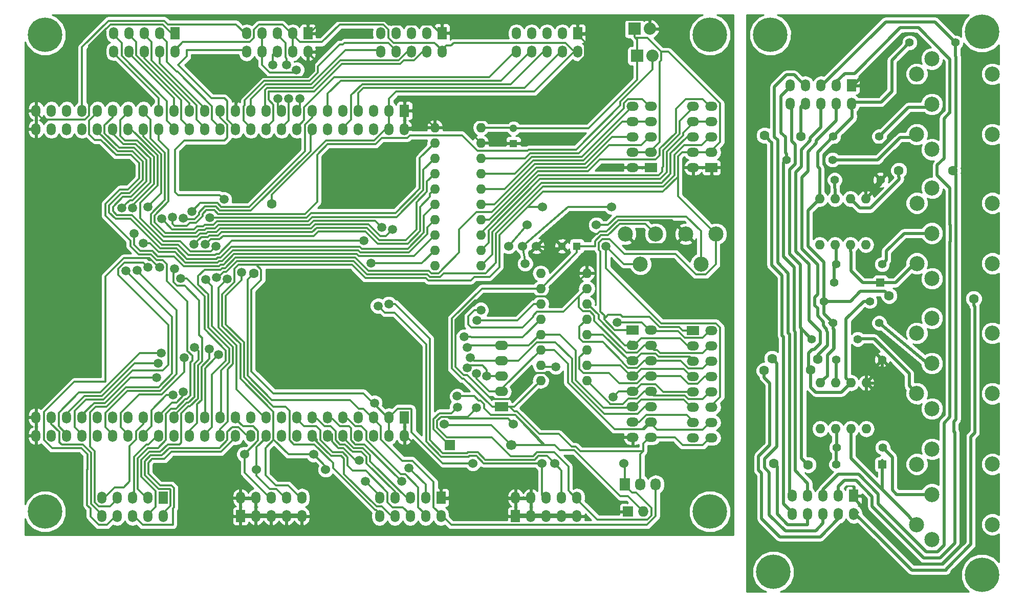
<source format=gbr>
G04 #@! TF.FileFunction,Copper,L2,Bot,Signal*
%FSLAX46Y46*%
G04 Gerber Fmt 4.6, Leading zero omitted, Abs format (unit mm)*
G04 Created by KiCad (PCBNEW 4.0.2-stable) date 18/08/2016 01:32:27*
%MOMM*%
G01*
G04 APERTURE LIST*
%ADD10C,0.100000*%
%ADD11O,1.600000X1.600000*%
%ADD12C,5.700000*%
%ADD13O,1.500000X2.000000*%
%ADD14R,1.500000X2.000000*%
%ADD15C,1.699260*%
%ADD16R,1.699260X1.699260*%
%ADD17R,2.032000X2.032000*%
%ADD18O,2.032000X2.032000*%
%ADD19R,1.727200X2.032000*%
%ADD20O,1.727200X2.032000*%
%ADD21R,2.199640X1.524000*%
%ADD22O,2.199640X1.524000*%
%ADD23C,1.524000*%
%ADD24C,2.499360*%
%ADD25R,1.727200X1.727200*%
%ADD26O,1.727200X1.727200*%
%ADD27O,2.000000X1.500000*%
%ADD28R,2.000000X1.500000*%
%ADD29R,1.300000X1.300000*%
%ADD30C,1.300000*%
%ADD31R,1.397000X1.397000*%
%ADD32C,1.397000*%
%ADD33C,1.600000*%
%ADD34C,1.500000*%
%ADD35C,0.300000*%
%ADD36C,0.500000*%
%ADD37C,0.254000*%
G04 APERTURE END LIST*
D10*
D11*
X133620000Y-74280000D03*
X133620000Y-71740000D03*
X133620000Y-69200000D03*
X133620000Y-66660000D03*
X133620000Y-64120000D03*
X133620000Y-61580000D03*
X133620000Y-59040000D03*
X133620000Y-56500000D03*
X126000000Y-56500000D03*
X126000000Y-59040000D03*
X126000000Y-61580000D03*
X126000000Y-64120000D03*
X126000000Y-66660000D03*
X126000000Y-69200000D03*
X126000000Y-71740000D03*
X126000000Y-74280000D03*
D12*
X199000000Y-16500000D03*
X164000000Y-17000000D03*
X199000000Y-106500000D03*
X164500000Y-106000000D03*
D11*
X108500000Y-32380000D03*
X108500000Y-34920000D03*
X108500000Y-37460000D03*
X108500000Y-40000000D03*
X108500000Y-42540000D03*
X108500000Y-45080000D03*
X108500000Y-47620000D03*
X108500000Y-50160000D03*
X108500000Y-52700000D03*
X108500000Y-55240000D03*
X116120000Y-55240000D03*
X116120000Y-52700000D03*
X116120000Y-50160000D03*
X116120000Y-47620000D03*
X116120000Y-45080000D03*
X116120000Y-42540000D03*
X116120000Y-40000000D03*
X116120000Y-37460000D03*
X116120000Y-34920000D03*
X116120000Y-32380000D03*
D13*
X42500000Y-80380000D03*
X45040000Y-80380000D03*
X47580000Y-80380000D03*
X50120000Y-80380000D03*
X52660000Y-80380000D03*
X55200000Y-80380000D03*
X57740000Y-80380000D03*
X60280000Y-80380000D03*
X62820000Y-80380000D03*
X65360000Y-80380000D03*
X67900000Y-80380000D03*
X70440000Y-80380000D03*
X72980000Y-80380000D03*
X75520000Y-80380000D03*
X78060000Y-80380000D03*
X80600000Y-80380000D03*
X83140000Y-80380000D03*
X85680000Y-80380000D03*
X88220000Y-80380000D03*
X90760000Y-80380000D03*
X93300000Y-80380000D03*
X95840000Y-80380000D03*
X98380000Y-80380000D03*
X100920000Y-80380000D03*
D14*
X103460000Y-80380000D03*
D13*
X103460000Y-83420000D03*
X100920000Y-83420000D03*
X98380000Y-83420000D03*
X95840000Y-83420000D03*
X93300000Y-83420000D03*
X90760000Y-83420000D03*
X88220000Y-83420000D03*
X85680000Y-83420000D03*
X83140000Y-83420000D03*
X80600000Y-83420000D03*
X78060000Y-83420000D03*
X75520000Y-83420000D03*
X72980000Y-83420000D03*
X70440000Y-83420000D03*
X67900000Y-83420000D03*
X65360000Y-83420000D03*
X62820000Y-83420000D03*
X60280000Y-83420000D03*
X57740000Y-83420000D03*
X55200000Y-83420000D03*
X52660000Y-83420000D03*
X50120000Y-83420000D03*
X47580000Y-83420000D03*
X45040000Y-83420000D03*
X42500000Y-83420000D03*
X42500000Y-32620000D03*
X45040000Y-32620000D03*
X47580000Y-32620000D03*
X50120000Y-32620000D03*
X52660000Y-32620000D03*
X55200000Y-32620000D03*
X57740000Y-32620000D03*
X60280000Y-32620000D03*
X62820000Y-32620000D03*
X65360000Y-32620000D03*
X67900000Y-32620000D03*
X70440000Y-32620000D03*
X72980000Y-32620000D03*
X75520000Y-32620000D03*
X78060000Y-32620000D03*
X80600000Y-32620000D03*
X83140000Y-32620000D03*
X85680000Y-32620000D03*
X88220000Y-32620000D03*
X90760000Y-32620000D03*
X93300000Y-32620000D03*
X95840000Y-32620000D03*
X98380000Y-32620000D03*
X100920000Y-32620000D03*
X103460000Y-32620000D03*
D14*
X103460000Y-29580000D03*
D13*
X100920000Y-29580000D03*
X98380000Y-29580000D03*
X95840000Y-29580000D03*
X93300000Y-29580000D03*
X90760000Y-29580000D03*
X88220000Y-29580000D03*
X85680000Y-29580000D03*
X83140000Y-29580000D03*
X80600000Y-29580000D03*
X78060000Y-29580000D03*
X75520000Y-29580000D03*
X72980000Y-29580000D03*
X70440000Y-29580000D03*
X67900000Y-29580000D03*
X65360000Y-29580000D03*
X62820000Y-29580000D03*
X60280000Y-29580000D03*
X57740000Y-29580000D03*
X55200000Y-29580000D03*
X52660000Y-29580000D03*
X50120000Y-29580000D03*
X47580000Y-29580000D03*
X45040000Y-29580000D03*
X42500000Y-29580000D03*
D12*
X44000000Y-96000000D03*
D15*
X121160520Y-84997460D03*
D16*
X111000520Y-84997460D03*
D17*
X141500000Y-16000000D03*
D18*
X144040000Y-16000000D03*
D19*
X139960000Y-91500000D03*
D20*
X142500000Y-91500000D03*
X145040000Y-91500000D03*
D17*
X141960000Y-20500000D03*
D18*
X144500000Y-20500000D03*
D21*
X119500000Y-78660000D03*
D22*
X119500000Y-76120000D03*
X119500000Y-73580000D03*
X119500000Y-71040000D03*
X119500000Y-68500000D03*
D23*
X110070000Y-81500000D03*
X121500000Y-81500000D03*
X128285000Y-88000000D03*
X139715000Y-88000000D03*
X79000000Y-89000000D03*
X90430000Y-89000000D03*
X135215000Y-48500000D03*
X123785000Y-48500000D03*
X88430000Y-86500000D03*
X77000000Y-86500000D03*
X114785000Y-88000000D03*
X126215000Y-88000000D03*
X126285000Y-45500000D03*
X137715000Y-45500000D03*
D24*
X142500000Y-55000000D03*
X140000640Y-50001280D03*
X144999360Y-50001280D03*
X152500000Y-55000000D03*
X150000640Y-50001280D03*
X154999360Y-50001280D03*
D25*
X140460000Y-96000000D03*
D26*
X143000000Y-96000000D03*
D23*
X123000000Y-52000000D03*
X125286000Y-52000000D03*
X120714000Y-52000000D03*
D27*
X144250000Y-28840000D03*
X141210000Y-28840000D03*
X141210000Y-31380000D03*
X144250000Y-31380000D03*
D28*
X144250000Y-39000000D03*
D27*
X141210000Y-39000000D03*
X144250000Y-36460000D03*
X141210000Y-36460000D03*
X144250000Y-33920000D03*
X141210000Y-33920000D03*
D13*
X77340000Y-16750000D03*
X77340000Y-19790000D03*
X79880000Y-19790000D03*
X79880000Y-16750000D03*
D14*
X87500000Y-16750000D03*
D13*
X87500000Y-19790000D03*
X84960000Y-16750000D03*
X84960000Y-19790000D03*
X82420000Y-16750000D03*
X82420000Y-19790000D03*
X53380000Y-93710000D03*
X53380000Y-96750000D03*
X55920000Y-96750000D03*
X55920000Y-93710000D03*
D14*
X63540000Y-93710000D03*
D13*
X63540000Y-96750000D03*
X61000000Y-93710000D03*
X61000000Y-96750000D03*
X58460000Y-93710000D03*
X58460000Y-96750000D03*
X99340000Y-93710000D03*
X99340000Y-96750000D03*
X101880000Y-96750000D03*
X101880000Y-93710000D03*
D14*
X109500000Y-93710000D03*
D13*
X109500000Y-96750000D03*
X106960000Y-93710000D03*
X106960000Y-96750000D03*
X104420000Y-93710000D03*
X104420000Y-96750000D03*
X55340000Y-16710000D03*
X55340000Y-19750000D03*
X57880000Y-19750000D03*
X57880000Y-16710000D03*
D14*
X65500000Y-16710000D03*
D13*
X65500000Y-19750000D03*
X62960000Y-16710000D03*
X62960000Y-19750000D03*
X60420000Y-16710000D03*
X60420000Y-19750000D03*
D27*
X154250000Y-28840000D03*
X151210000Y-28840000D03*
X151210000Y-31380000D03*
X154250000Y-31380000D03*
D28*
X154250000Y-39000000D03*
D27*
X151210000Y-39000000D03*
X154250000Y-36460000D03*
X151210000Y-36460000D03*
X154250000Y-33920000D03*
X151210000Y-33920000D03*
D13*
X99500000Y-16710000D03*
X99500000Y-19750000D03*
X102040000Y-19750000D03*
X102040000Y-16710000D03*
D14*
X109660000Y-16710000D03*
D13*
X109660000Y-19750000D03*
X107120000Y-16710000D03*
X107120000Y-19750000D03*
X104580000Y-16710000D03*
X104580000Y-19750000D03*
X121960000Y-16750000D03*
X121960000Y-19790000D03*
X124500000Y-19790000D03*
X124500000Y-16750000D03*
D14*
X132120000Y-16750000D03*
D13*
X132120000Y-19790000D03*
X129580000Y-16750000D03*
X129580000Y-19790000D03*
X127040000Y-16750000D03*
X127040000Y-19790000D03*
X86500000Y-96750000D03*
X86500000Y-93710000D03*
X83960000Y-93710000D03*
X83960000Y-96750000D03*
D14*
X76340000Y-96750000D03*
D13*
X76340000Y-93710000D03*
X78880000Y-96750000D03*
X78880000Y-93710000D03*
X81420000Y-96750000D03*
X81420000Y-93710000D03*
X132000000Y-96750000D03*
X132000000Y-93710000D03*
X129460000Y-93710000D03*
X129460000Y-96750000D03*
D14*
X121840000Y-96750000D03*
D13*
X121840000Y-93710000D03*
X124380000Y-96750000D03*
X124380000Y-93710000D03*
X126920000Y-96750000D03*
X126920000Y-93710000D03*
D27*
X144250000Y-83700000D03*
X141210000Y-83700000D03*
X141210000Y-81160000D03*
X144250000Y-81160000D03*
X144250000Y-78620000D03*
X141210000Y-78620000D03*
X141210000Y-76080000D03*
X144250000Y-76080000D03*
X144250000Y-73540000D03*
X141210000Y-73540000D03*
D28*
X141210000Y-65920000D03*
D27*
X144250000Y-65920000D03*
X141210000Y-68460000D03*
X144250000Y-68460000D03*
X141210000Y-71000000D03*
X144250000Y-71000000D03*
X154250000Y-83780000D03*
X151210000Y-83780000D03*
X151210000Y-81240000D03*
X154250000Y-81240000D03*
X154250000Y-78700000D03*
X151210000Y-78700000D03*
X151210000Y-76160000D03*
X154250000Y-76160000D03*
X154250000Y-73620000D03*
X151210000Y-73620000D03*
D28*
X151210000Y-66000000D03*
D27*
X154250000Y-66000000D03*
X151210000Y-68540000D03*
X154250000Y-68540000D03*
X151210000Y-71080000D03*
X154250000Y-71080000D03*
D12*
X154000000Y-17000000D03*
X44000000Y-17000000D03*
X154000000Y-96000000D03*
D29*
X132000000Y-52000000D03*
D30*
X129500000Y-52000000D03*
D29*
X121500000Y-35000000D03*
D30*
X121500000Y-32500000D03*
D31*
X182530000Y-88190000D03*
D32*
X174910000Y-88190000D03*
D31*
X182200000Y-58070000D03*
D32*
X174580000Y-58070000D03*
D11*
X172250000Y-82290000D03*
X174790000Y-82290000D03*
X177330000Y-82290000D03*
X179870000Y-82290000D03*
X179870000Y-74670000D03*
X177330000Y-74670000D03*
X174790000Y-74670000D03*
X172250000Y-74670000D03*
X172170000Y-51770000D03*
X174710000Y-51770000D03*
X177250000Y-51770000D03*
X179790000Y-51770000D03*
X179790000Y-44150000D03*
X177250000Y-44150000D03*
X174710000Y-44150000D03*
X172170000Y-44150000D03*
D24*
X190727540Y-100645319D03*
X188225640Y-88151059D03*
X190725000Y-93147239D03*
X190727540Y-85649159D03*
X188225640Y-98143419D03*
X200722440Y-88145979D03*
X200722440Y-98148499D03*
X190735100Y-57386820D03*
X188233200Y-44892560D03*
X190732560Y-49888740D03*
X190735100Y-42390660D03*
X188233200Y-54884920D03*
X200730000Y-44887480D03*
X200730000Y-54890000D03*
X190727540Y-78945319D03*
X188225640Y-66451059D03*
X190725000Y-71447239D03*
X190727540Y-63949159D03*
X188225640Y-76443419D03*
X200722440Y-66445979D03*
X200722440Y-76448499D03*
X190725100Y-35986820D03*
X188223200Y-23492560D03*
X190722560Y-28488740D03*
X190725100Y-20990660D03*
X188223200Y-33484920D03*
X200720000Y-23487480D03*
X200720000Y-33490000D03*
D13*
X167650000Y-93390000D03*
X167650000Y-96430000D03*
X170190000Y-96430000D03*
X170190000Y-93390000D03*
D14*
X177810000Y-93390000D03*
D13*
X177810000Y-96430000D03*
X175270000Y-93390000D03*
X175270000Y-96430000D03*
X172730000Y-93390000D03*
X172730000Y-96430000D03*
X167290000Y-25370000D03*
X167290000Y-28410000D03*
X169830000Y-28410000D03*
X169830000Y-25370000D03*
D14*
X177450000Y-25370000D03*
D13*
X177450000Y-28410000D03*
X174910000Y-25370000D03*
X174910000Y-28410000D03*
X172370000Y-25370000D03*
X172370000Y-28410000D03*
D32*
X172820000Y-61160000D03*
X180440000Y-61160000D03*
X174860000Y-70800000D03*
X182480000Y-70800000D03*
X187040000Y-18290000D03*
X194660000Y-18290000D03*
X174640000Y-41030000D03*
X182260000Y-41030000D03*
X182580000Y-85380000D03*
X174960000Y-85380000D03*
X178460000Y-67430000D03*
X170840000Y-67430000D03*
X182010000Y-64750000D03*
X174390000Y-64750000D03*
X182480000Y-55030000D03*
X174860000Y-55030000D03*
X174280000Y-37710000D03*
X166660000Y-37710000D03*
X182020000Y-33850000D03*
X174400000Y-33850000D03*
D33*
X85000000Y-60000000D03*
X85000000Y-36000000D03*
X85000000Y-36000000D03*
X102500000Y-36000000D03*
X195902860Y-81986707D03*
X186240000Y-82070000D03*
D34*
X98500000Y-78000000D03*
X115413165Y-78778574D03*
D33*
X197650000Y-60740000D03*
X183630000Y-60240000D03*
D34*
X65164280Y-76709311D03*
X112194030Y-76880242D03*
X66879094Y-76162085D03*
X112199263Y-78684947D03*
X71264324Y-47268185D03*
X74139205Y-57466626D03*
X59203954Y-56035604D03*
X63303889Y-47491423D03*
X66420253Y-57397421D03*
X68663282Y-51713926D03*
X70463293Y-51712056D03*
X70552601Y-57558340D03*
X60975931Y-45497750D03*
X60276531Y-51515157D03*
X58511866Y-45700021D03*
X58695276Y-49893393D03*
X97954577Y-54854263D03*
X96745977Y-51123210D03*
D33*
X194179980Y-39500000D03*
X185250000Y-39470000D03*
D34*
X72699914Y-70025212D03*
X116100205Y-62603366D03*
X71161408Y-69090844D03*
X115498918Y-64299980D03*
X68761386Y-68801630D03*
X113368584Y-67020471D03*
X67002364Y-70515695D03*
X113812226Y-68764955D03*
X115353067Y-73126368D03*
X62477430Y-73824363D03*
X138018542Y-76981458D03*
X128500000Y-72000000D03*
X99728179Y-48935239D03*
X99097425Y-61921124D03*
X101504367Y-49227127D03*
X100868577Y-61600088D03*
D33*
X78500000Y-56500000D03*
X81500000Y-45000000D03*
D34*
X72256665Y-52068250D03*
X72324340Y-57240560D03*
X104197881Y-88773687D03*
X96000000Y-87500000D03*
X97000000Y-91000000D03*
X103000000Y-91000000D03*
X76551155Y-56349613D03*
X73622490Y-44290594D03*
X68271298Y-46283192D03*
X65387311Y-55799980D03*
X57406898Y-56138728D03*
X56711855Y-45700002D03*
X62943694Y-55499947D03*
X66877758Y-47422529D03*
X138672045Y-64626419D03*
X123434523Y-54912002D03*
X113815940Y-72189733D03*
X117102363Y-73550637D03*
X136812145Y-52016688D03*
X62680259Y-71424341D03*
X114368847Y-70476743D03*
X63196746Y-69700020D03*
X83997999Y-21999006D03*
X84321144Y-27600067D03*
X82521133Y-27600051D03*
X81699987Y-22000000D03*
X85609980Y-22799980D03*
X86121155Y-27600064D03*
X60992642Y-55499947D03*
X60993534Y-55499947D03*
X65086702Y-47243189D03*
D33*
X170700043Y-72502619D03*
X162980000Y-72650000D03*
X169060052Y-33794760D03*
X163019969Y-33660000D03*
X170251417Y-88242128D03*
X164599970Y-87985197D03*
X164290000Y-70640000D03*
X171861479Y-70711802D03*
D35*
X126000000Y-59040000D02*
X116262915Y-59040000D01*
X116262915Y-59040000D02*
X111299980Y-64002935D01*
X112991406Y-73989746D02*
X113290224Y-73989746D01*
X113290224Y-73989746D02*
X117960478Y-78660000D01*
X111299980Y-64002935D02*
X111299980Y-72298320D01*
X111299980Y-72298320D02*
X112991406Y-73989746D01*
X117960478Y-78660000D02*
X118100180Y-78660000D01*
X118100180Y-78660000D02*
X119500000Y-78660000D01*
X126000000Y-59040000D02*
X132000000Y-53040000D01*
X132000000Y-53040000D02*
X132000000Y-52000000D01*
X119500000Y-78660000D02*
X121620000Y-78660000D01*
X121620000Y-78660000D02*
X126000000Y-74280000D01*
X131127078Y-85247078D02*
X129000000Y-83120000D01*
X119500000Y-78660000D02*
X120899820Y-78660000D01*
X120899820Y-78660000D02*
X121639811Y-79399991D01*
X121639811Y-79399991D02*
X122042295Y-79399991D01*
X122042295Y-79399991D02*
X125762304Y-83120000D01*
X125762304Y-83120000D02*
X129000000Y-83120000D01*
X142960000Y-86000000D02*
X132578940Y-86000000D01*
X132578940Y-86000000D02*
X131826019Y-85247078D01*
X131826019Y-85247078D02*
X131127078Y-85247078D01*
X144999360Y-50001280D02*
X143299679Y-48301599D01*
X139046943Y-48301599D02*
X137131867Y-50216675D01*
X135000000Y-51204286D02*
X135000000Y-52000000D01*
X135987611Y-50216675D02*
X135000000Y-51204286D01*
X137131867Y-50216675D02*
X135987611Y-50216675D01*
X143299679Y-48301599D02*
X139046943Y-48301599D01*
X135000000Y-52000000D02*
X132000000Y-52000000D01*
X142960000Y-86000000D02*
X142500000Y-86460000D01*
X142500000Y-86460000D02*
X142500000Y-91500000D01*
X142960000Y-84740000D02*
X142960000Y-86000000D01*
X144000000Y-83700000D02*
X142960000Y-84740000D01*
X148200000Y-83700000D02*
X149480010Y-84980010D01*
X149480010Y-84980010D02*
X152799990Y-84980010D01*
X152799990Y-84980010D02*
X154000000Y-83780000D01*
X144000000Y-83700000D02*
X148200000Y-83700000D01*
X120500000Y-61000000D02*
X121170001Y-60329999D01*
X121170001Y-60329999D02*
X129790001Y-60329999D01*
X129790001Y-60329999D02*
X132820001Y-57299999D01*
X132820001Y-57299999D02*
X133620000Y-56500000D01*
X141460000Y-83700000D02*
X137270002Y-83700000D01*
X137270002Y-83700000D02*
X126600001Y-73029999D01*
X126600001Y-73029999D02*
X124970001Y-73029999D01*
X124970001Y-73029999D02*
X120667990Y-77332010D01*
X120667990Y-77332010D02*
X117832010Y-77332010D01*
X117832010Y-77332010D02*
X113889735Y-73389735D01*
X113889735Y-73389735D02*
X113239938Y-73389735D01*
X113239938Y-73389735D02*
X111899991Y-72049788D01*
X111899991Y-72049788D02*
X111899991Y-64251467D01*
X115151457Y-61000000D02*
X120500000Y-61000000D01*
X111899991Y-64251467D02*
X115151457Y-61000000D01*
X131519161Y-49980839D02*
X130149999Y-51350001D01*
X135374905Y-49980839D02*
X131519161Y-49980839D01*
X138798411Y-47701588D02*
X136883335Y-49616664D01*
X135739079Y-49616664D02*
X135374905Y-49980839D01*
X136883335Y-49616664D02*
X135739079Y-49616664D01*
X147700948Y-47701588D02*
X138798411Y-47701588D01*
X130149999Y-51350001D02*
X129500000Y-52000000D01*
X125286000Y-52000000D02*
X129000000Y-52500000D01*
X129000000Y-52500000D02*
X129500000Y-52000000D01*
X125286000Y-52000000D02*
X129642305Y-52500000D01*
X51320010Y-25000000D02*
X51320010Y-30327060D01*
X51320010Y-18782920D02*
X51320010Y-25000000D01*
X114830001Y-31129999D02*
X113580000Y-32380000D01*
X132120000Y-17000000D02*
X133320010Y-18200010D01*
X133320010Y-18200010D02*
X133320010Y-20537060D01*
X133320010Y-20537060D02*
X122727071Y-31129999D01*
X122727071Y-31129999D02*
X114830001Y-31129999D01*
X108500000Y-32380000D02*
X113580000Y-32380000D01*
X113580000Y-32380000D02*
X116120000Y-34920000D01*
X103460000Y-32370000D02*
X103460000Y-29830000D01*
X105419999Y-31580001D02*
X104630000Y-32370000D01*
X104630000Y-32370000D02*
X103460000Y-32370000D01*
X108500000Y-32380000D02*
X107700001Y-31580001D01*
X107700001Y-31580001D02*
X105419999Y-31580001D01*
X116120000Y-34920000D02*
X121420000Y-34920000D01*
X121420000Y-34920000D02*
X121500000Y-35000000D01*
X134500000Y-17000000D02*
X136966001Y-14533999D01*
X136966001Y-14533999D02*
X144010839Y-14533999D01*
X144010839Y-14533999D02*
X144040000Y-14563160D01*
X144040000Y-14563160D02*
X144040000Y-16000000D01*
X132120000Y-17000000D02*
X134500000Y-17000000D01*
X87500000Y-17000000D02*
X89840021Y-14659979D01*
X89840021Y-14659979D02*
X100245592Y-14659979D01*
X100245592Y-14659979D02*
X100845602Y-15259990D01*
X100845602Y-15259990D02*
X107959990Y-15259990D01*
X107959990Y-15259990D02*
X109660000Y-16960000D01*
X78880000Y-93960000D02*
X76340000Y-93960000D01*
X76340000Y-96500000D02*
X76340000Y-93960000D01*
X83960000Y-96500000D02*
X86500000Y-96500000D01*
X81420000Y-96500000D02*
X83960000Y-96500000D01*
X78880000Y-96500000D02*
X81420000Y-96500000D01*
X76340000Y-96500000D02*
X78880000Y-96500000D01*
X150000640Y-50001280D02*
X147700948Y-47701588D01*
X147700948Y-47701588D02*
X138798412Y-47701588D01*
X150000640Y-50001280D02*
X148300959Y-51700961D01*
X148300959Y-51700961D02*
X141700321Y-51700961D01*
X141700321Y-51700961D02*
X141250319Y-51250959D01*
X141250319Y-51250959D02*
X140000640Y-50001280D01*
X144000000Y-39000000D02*
X141460000Y-39000000D01*
X151460000Y-39000000D02*
X154000000Y-39000000D01*
X103460000Y-80630000D02*
X103460000Y-83170000D01*
X109500000Y-93960000D02*
X109500000Y-89210000D01*
X109500000Y-89210000D02*
X103460000Y-83170000D01*
X121840000Y-93960000D02*
X109500000Y-93960000D01*
X124380000Y-93960000D02*
X121840000Y-93960000D01*
X124380000Y-93960000D02*
X124380000Y-96500000D01*
X129460000Y-96500000D02*
X132000000Y-96500000D01*
X126920000Y-96500000D02*
X129460000Y-96500000D01*
X124380000Y-96500000D02*
X126920000Y-96500000D01*
X121840000Y-96500000D02*
X124380000Y-96500000D01*
X65157070Y-16960000D02*
X63457060Y-15259990D01*
X65500000Y-16960000D02*
X65157070Y-16960000D01*
X63457060Y-15259990D02*
X54842940Y-15259990D01*
X54842940Y-15259990D02*
X51320010Y-18782920D01*
X51320010Y-30327060D02*
X50617060Y-31030010D01*
X50617060Y-31030010D02*
X43700010Y-31030010D01*
X43700010Y-31030010D02*
X42500000Y-29830000D01*
X79958390Y-24000002D02*
X79958390Y-24041610D01*
X79958390Y-24041610D02*
X75520000Y-28480000D01*
X75520000Y-28480000D02*
X75520000Y-29830000D01*
X75520000Y-29324387D02*
X75520000Y-29830000D01*
X87499999Y-24000001D02*
X79958390Y-24000002D01*
X88500000Y-23000000D02*
X87499999Y-24000001D01*
X88500000Y-21000000D02*
X88500000Y-23000000D01*
X87500000Y-20000000D02*
X88500000Y-21000000D01*
X87500000Y-19540000D02*
X87500000Y-20000000D01*
X121380000Y-34880000D02*
X121500000Y-35000000D01*
D36*
X187800000Y-42366231D02*
X186233519Y-43932712D01*
X186233519Y-43932712D02*
X186233519Y-45852408D01*
X186233519Y-45852408D02*
X188270170Y-47889059D01*
X188270170Y-47889059D02*
X191692408Y-47889059D01*
X191692408Y-47889059D02*
X192732241Y-48928892D01*
X192727221Y-62989311D02*
X192719954Y-56412145D01*
X192732241Y-50848588D02*
X192719954Y-50860877D01*
X192719954Y-50860877D02*
X192719954Y-56412145D01*
X192732241Y-48928892D02*
X192732241Y-50848588D01*
X192719954Y-56412145D02*
X192727221Y-79905167D01*
X187800000Y-38040000D02*
X187800000Y-42366231D01*
X185990000Y-36230000D02*
X187800000Y-38040000D01*
X184660000Y-36230000D02*
X185990000Y-36230000D01*
X182958499Y-37931501D02*
X184660000Y-36230000D01*
X179790000Y-43018630D02*
X179790000Y-44150000D01*
X172831499Y-37014719D02*
X172831499Y-38405281D01*
X172831499Y-38405281D02*
X173584719Y-39158501D01*
X174547717Y-35298501D02*
X172831499Y-37014719D01*
X190685590Y-31485239D02*
X186436304Y-31485239D01*
X186436304Y-31485239D02*
X182623042Y-35298501D01*
X192722241Y-29448588D02*
X190685590Y-31485239D01*
X190685590Y-25492241D02*
X192722241Y-27528892D01*
X182260000Y-41030000D02*
X182958499Y-40331501D01*
X187735281Y-16841499D02*
X188488501Y-17594719D01*
X187263352Y-25492241D02*
X190685590Y-25492241D01*
X186223519Y-24452408D02*
X187263352Y-25492241D01*
X188488501Y-18985281D02*
X186223519Y-21250263D01*
X175929871Y-39158501D02*
X179790000Y-43018630D01*
X186223519Y-21250263D02*
X186223519Y-24452408D01*
X188488501Y-17594719D02*
X188488501Y-18985281D01*
X173584719Y-39158501D02*
X175929871Y-39158501D01*
X177450000Y-25620000D02*
X186228501Y-16841499D01*
X182623042Y-35298501D02*
X174547717Y-35298501D01*
X192722241Y-27528892D02*
X192722241Y-29448588D01*
X186228501Y-16841499D02*
X187735281Y-16841499D01*
X182958499Y-40331501D02*
X182958499Y-37931501D01*
X192460835Y-104700010D02*
X195902860Y-101257985D01*
X179639989Y-96044218D02*
X188295781Y-104700010D01*
X179639989Y-95774952D02*
X179639989Y-96044218D01*
X195902860Y-83118077D02*
X195902860Y-81986707D01*
X195902860Y-101257985D02*
X195902860Y-83118077D01*
X177810000Y-93640000D02*
X179639989Y-95774952D01*
X188295781Y-104700010D02*
X192460835Y-104700010D01*
X182480000Y-70800000D02*
X182480000Y-72060000D01*
X182480000Y-72060000D02*
X179870000Y-74670000D01*
X192727221Y-79905167D02*
X190562388Y-82070000D01*
X190562388Y-82070000D02*
X187371370Y-82070000D01*
X187371370Y-82070000D02*
X186240000Y-82070000D01*
X179870000Y-74670000D02*
X180669999Y-73870001D01*
X179870000Y-74670000D02*
X186240000Y-81040000D01*
X186240000Y-81040000D02*
X186240000Y-82070000D01*
X185740001Y-81570001D02*
X186240000Y-82070000D01*
X182260000Y-41030000D02*
X182260000Y-41680000D01*
X182260000Y-41680000D02*
X179790000Y-44150000D01*
X182480000Y-70800000D02*
X182480000Y-71150000D01*
D35*
X78949983Y-55099979D02*
X77500000Y-55099979D01*
X79750002Y-55899998D02*
X78949983Y-55099979D01*
X79750002Y-57600002D02*
X79750002Y-55899998D01*
X78100011Y-72751468D02*
X78100011Y-59249993D01*
X96689989Y-76399989D02*
X81748532Y-76399989D01*
X100920000Y-80630000D02*
X96689989Y-76399989D01*
X78100011Y-59249993D02*
X79750002Y-57600002D01*
X81748532Y-76399989D02*
X78100011Y-72751468D01*
X76299978Y-68226150D02*
X76299978Y-73997064D01*
X81800010Y-79497096D02*
X81800010Y-84027080D01*
X73299978Y-65226150D02*
X76299978Y-68226150D01*
X75351153Y-57951761D02*
X73299978Y-60002936D01*
X75351153Y-55773611D02*
X75351153Y-57951761D01*
X76299978Y-73997064D02*
X81800010Y-79497096D01*
X73299978Y-60002936D02*
X73299978Y-65226150D01*
X76024785Y-55099979D02*
X75351153Y-55773611D01*
X77500000Y-55099979D02*
X76024785Y-55099979D01*
X154999360Y-55016169D02*
X153315848Y-56699681D01*
X135899989Y-52880536D02*
X135899989Y-62852901D01*
X135612143Y-52592690D02*
X135899989Y-52880536D01*
X135612143Y-51440686D02*
X135612143Y-52592690D01*
X135899989Y-62852901D02*
X136500000Y-63452912D01*
X136236143Y-50816686D02*
X135612143Y-51440686D01*
X139871780Y-53300319D02*
X137388147Y-50816686D01*
X137388147Y-50816686D02*
X136236143Y-50816686D01*
X151684152Y-56699681D02*
X148284790Y-53300319D01*
X153315848Y-56699681D02*
X151684152Y-56699681D01*
X154999360Y-50001280D02*
X154999360Y-55016169D01*
X148284790Y-53300319D02*
X139871780Y-53300319D01*
X136500000Y-63452912D02*
X136500000Y-64100011D01*
X149500000Y-66000000D02*
X151460000Y-66000000D01*
X148900001Y-65400001D02*
X149500000Y-66000000D01*
X145677070Y-65400001D02*
X148900001Y-65400001D01*
X139248046Y-63426418D02*
X139540649Y-63719021D01*
X143996090Y-63719021D02*
X145677070Y-65400001D01*
X136500000Y-64100011D02*
X137173593Y-63426418D01*
X139540649Y-63719021D02*
X143996090Y-63719021D01*
X137173593Y-63426418D02*
X139248046Y-63426418D01*
X136500000Y-64100011D02*
X136500000Y-64151458D01*
X138268542Y-65920000D02*
X141460000Y-65920000D01*
X136500000Y-64151458D02*
X138268542Y-65920000D01*
X121348542Y-48000000D02*
X123848542Y-45500000D01*
X119170034Y-50178508D02*
X121348542Y-48000000D01*
X115061447Y-57090012D02*
X117557618Y-57090012D01*
X114461437Y-57690020D02*
X115061447Y-57090012D01*
X107402935Y-57690020D02*
X114461437Y-57690020D01*
X107006768Y-57293854D02*
X107402935Y-57690020D01*
X94806125Y-55099979D02*
X97000000Y-57293854D01*
X117557618Y-57090012D02*
X119170034Y-55477596D01*
X97000000Y-57293854D02*
X107006768Y-57293854D01*
X77500000Y-55099979D02*
X94806125Y-55099979D01*
X119170034Y-55477596D02*
X119170034Y-50178508D01*
X148700065Y-40504109D02*
X148700065Y-43700065D01*
X148700065Y-43700065D02*
X152286079Y-47286079D01*
X152286079Y-47286079D02*
X152286079Y-47287999D01*
X152286079Y-47287999D02*
X153749681Y-48751601D01*
X153749681Y-48751601D02*
X154999360Y-50001280D01*
X126348542Y-43000000D02*
X123848542Y-45500000D01*
X126285000Y-45500000D02*
X125207370Y-45500000D01*
X125207370Y-45500000D02*
X123848542Y-45500000D01*
X151460000Y-66000000D02*
X151151458Y-66000000D01*
X151460000Y-66000000D02*
X151000000Y-66000000D01*
X146204174Y-43000000D02*
X126348542Y-43000000D01*
X151460000Y-36460000D02*
X149388542Y-36460000D01*
X149388542Y-36460000D02*
X148700065Y-37148477D01*
X148700065Y-37148477D02*
X148700065Y-40504109D01*
X148700065Y-40504109D02*
X146204174Y-43000000D01*
X86500000Y-93960000D02*
X84199979Y-91659979D01*
X84199979Y-91659979D02*
X82159979Y-91659979D01*
X80500000Y-85467070D02*
X81800010Y-84167060D01*
X82159979Y-91659979D02*
X80500000Y-90000000D01*
X80500000Y-90000000D02*
X80500000Y-85467070D01*
X81800010Y-84167060D02*
X81800010Y-84027080D01*
X141960000Y-24445844D02*
X141960000Y-21816000D01*
X141960000Y-21816000D02*
X141960000Y-20500000D01*
X133905844Y-32500000D02*
X141960000Y-24445844D01*
X121500000Y-32500000D02*
X133905844Y-32500000D01*
X84272930Y-86500000D02*
X87352370Y-86500000D01*
X87352370Y-86500000D02*
X88430000Y-86500000D01*
X81800010Y-84027080D02*
X84272930Y-86500000D01*
X100920000Y-80359998D02*
X102349999Y-78929999D01*
X100920000Y-80630000D02*
X100920000Y-80359998D01*
X104660001Y-82863289D02*
X109796712Y-88000000D01*
X113707370Y-88000000D02*
X114785000Y-88000000D01*
X114663166Y-79528573D02*
X115413165Y-78778574D01*
X113903740Y-80287999D02*
X114663166Y-79528573D01*
X109488239Y-80287999D02*
X113903740Y-80287999D01*
X104535828Y-78929999D02*
X104660001Y-79054173D01*
X109796712Y-88000000D02*
X113707370Y-88000000D01*
X104660001Y-79054173D02*
X104660001Y-82863289D01*
X102349999Y-78929999D02*
X104535828Y-78929999D01*
X100920000Y-80630000D02*
X98499947Y-78209947D01*
X116120000Y-32380000D02*
X121380000Y-32380000D01*
X121380000Y-32380000D02*
X121500000Y-32500000D01*
X134500000Y-96460000D02*
X132000000Y-93960000D01*
X139960000Y-91500000D02*
X139960000Y-91652400D01*
X139960000Y-91652400D02*
X141123600Y-92816000D01*
X141123600Y-92816000D02*
X141760130Y-92816000D01*
X141760130Y-92816000D02*
X144313601Y-95369471D01*
X144313601Y-95369471D02*
X144313601Y-96630529D01*
X144313601Y-96630529D02*
X143630529Y-97313601D01*
X143630529Y-97313601D02*
X135353601Y-97313601D01*
X135353601Y-97313601D02*
X134500000Y-96460000D01*
X86500000Y-93960000D02*
X86500000Y-92930000D01*
X88430000Y-86500000D02*
X90430000Y-88500000D01*
X90430000Y-88500000D02*
X90430000Y-89000000D01*
X130578762Y-92538762D02*
X132000000Y-93960000D01*
X130578762Y-88500000D02*
X130578762Y-92538762D01*
X120600011Y-80600011D02*
X110963773Y-80600011D01*
X117937434Y-83697829D02*
X121039583Y-86799978D01*
X124772718Y-86799978D02*
X125384707Y-86187989D01*
X110963773Y-80600011D02*
X110651761Y-80287999D01*
X121500000Y-81500000D02*
X120600011Y-80600011D01*
X121039583Y-86799978D02*
X124772718Y-86799978D01*
X110651761Y-80287999D02*
X109488239Y-80287999D01*
X109488239Y-80287999D02*
X108857999Y-80918239D01*
X125384707Y-86187989D02*
X128266753Y-86187991D01*
X108857999Y-80918239D02*
X108857999Y-82081761D01*
X128266753Y-86187991D02*
X130578762Y-88500000D01*
X108857999Y-82081761D02*
X110474067Y-83697829D01*
X110474067Y-83697829D02*
X117937434Y-83697829D01*
X100920000Y-83170000D02*
X100920000Y-80630000D01*
X139960000Y-91500000D02*
X139960000Y-88245000D01*
X139960000Y-88245000D02*
X139715000Y-88000000D01*
X154000000Y-36460000D02*
X155700010Y-34759990D01*
X155700010Y-34759990D02*
X155700010Y-28342940D01*
X155700010Y-28342940D02*
X147153389Y-19796319D01*
X147153389Y-19796319D02*
X145966001Y-19796319D01*
X141650001Y-17466001D02*
X141960000Y-17776000D01*
X141960000Y-17776000D02*
X141960000Y-20500000D01*
X145966001Y-21203681D02*
X145966001Y-19796319D01*
X145700010Y-21469672D02*
X145966001Y-21203681D01*
X144000000Y-36460000D02*
X145700010Y-34759990D01*
X145700010Y-34759990D02*
X145700010Y-21469672D01*
X145966001Y-19796319D02*
X143635683Y-17466001D01*
X143635683Y-17466001D02*
X141650001Y-17466001D01*
X141650001Y-17466001D02*
X141500000Y-17316000D01*
X141500000Y-17316000D02*
X141500000Y-16000000D01*
X151460000Y-36460000D02*
X154000000Y-36460000D01*
X144000000Y-36460000D02*
X141460000Y-36460000D01*
X121340000Y-32340000D02*
X121500000Y-32500000D01*
D36*
X197650000Y-60740000D02*
X197650000Y-61871370D01*
X197650000Y-61871370D02*
X197840000Y-62061370D01*
X187410021Y-105700021D02*
X181910000Y-100200000D01*
X181910000Y-100200000D02*
X177810000Y-96180000D01*
X197840000Y-62061370D02*
X197840000Y-82900000D01*
X197840000Y-82900000D02*
X197160000Y-83580000D01*
X197160000Y-83580000D02*
X197160000Y-101415073D01*
X197160000Y-101415073D02*
X193058435Y-105516638D01*
X193058435Y-105516638D02*
X193058435Y-105700021D01*
X193058435Y-105700021D02*
X187410021Y-105700021D01*
X184110000Y-26370000D02*
X182320000Y-28160000D01*
X182320000Y-28160000D02*
X177450000Y-28160000D01*
X184110000Y-21220000D02*
X184110000Y-26370000D01*
X187040000Y-18290000D02*
X184110000Y-21220000D01*
X170200066Y-46119934D02*
X170200066Y-52020000D01*
X172830000Y-60162172D02*
X172830000Y-54649934D01*
X172830000Y-54649934D02*
X170200066Y-52020000D01*
X172820000Y-61160000D02*
X172820000Y-60172172D01*
X172820000Y-60172172D02*
X172830000Y-60162172D01*
X172170000Y-44150000D02*
X170200066Y-46119934D01*
X173411499Y-70104719D02*
X173411499Y-73508501D01*
X174530000Y-68986218D02*
X173411499Y-70104719D01*
X174530000Y-65877828D02*
X174530000Y-68986218D01*
X174390000Y-65737828D02*
X174530000Y-65877828D01*
X173049999Y-73870001D02*
X172250000Y-74670000D01*
X173411499Y-73508501D02*
X173049999Y-73870001D01*
X174390000Y-64750000D02*
X174390000Y-65737828D01*
X172820000Y-61160000D02*
X172820000Y-63180000D01*
X172820000Y-63180000D02*
X174390000Y-64750000D01*
X174478523Y-65826351D02*
X174390000Y-65737828D01*
X174478523Y-68873717D02*
X174478523Y-65826351D01*
X174478522Y-68873717D02*
X174478522Y-68861478D01*
X177280000Y-61160000D02*
X178910000Y-59530000D01*
X178910000Y-59530000D02*
X182920000Y-59530000D01*
X172820000Y-61160000D02*
X177280000Y-61160000D01*
X182920000Y-59530000D02*
X183630000Y-60240000D01*
X173770000Y-64750000D02*
X174390000Y-64750000D01*
X177450000Y-28160000D02*
X177530000Y-30720000D01*
X177530000Y-30720000D02*
X174400000Y-33850000D01*
X174400000Y-33850000D02*
X171831488Y-36418512D01*
X171831488Y-36418512D02*
X171831488Y-38819499D01*
X171831488Y-38819499D02*
X172170000Y-39158011D01*
X172170000Y-39158011D02*
X172170000Y-43018630D01*
X172170000Y-43018630D02*
X172170000Y-44150000D01*
X177450000Y-29301989D02*
X177450000Y-28160000D01*
X177810000Y-96180000D02*
X178410483Y-96180000D01*
D35*
X113254690Y-76880242D02*
X112194030Y-76880242D01*
X116007538Y-77600011D02*
X115751468Y-77600011D01*
X115031699Y-76880242D02*
X113254690Y-76880242D01*
X121793762Y-80000000D02*
X117760441Y-80000000D01*
X117760441Y-80000000D02*
X116613167Y-78852726D01*
X115751468Y-77600011D02*
X115031699Y-76880242D01*
X116613167Y-78852726D02*
X116613167Y-78205640D01*
X116613167Y-78205640D02*
X116007538Y-77600011D01*
X61582920Y-79230011D02*
X64103620Y-76709311D01*
X64103620Y-76709311D02*
X65164280Y-76709311D01*
X60280000Y-83170000D02*
X61582920Y-81867080D01*
X61582920Y-81867080D02*
X61582920Y-79230011D01*
X121793762Y-80000000D02*
X126500000Y-84997460D01*
X128346003Y-84997460D02*
X126500000Y-84997460D01*
X126500000Y-84997460D02*
X122362078Y-84997460D01*
X126500000Y-84706238D02*
X121793762Y-80000000D01*
X126500000Y-84997460D02*
X126500000Y-84706238D01*
X122362078Y-84997460D02*
X121160520Y-84997460D01*
X139196399Y-93466001D02*
X131577487Y-85847089D01*
X121160520Y-84997460D02*
X117797950Y-81634890D01*
X143000000Y-96000000D02*
X140466001Y-93466001D01*
X140466001Y-93466001D02*
X139196399Y-93466001D01*
X117797950Y-81634890D02*
X110204890Y-81634890D01*
X131577487Y-85847089D02*
X129195632Y-85847089D01*
X129195632Y-85847089D02*
X128346003Y-84997460D01*
X65740281Y-77909312D02*
X66879094Y-76770499D01*
X65035075Y-77909312D02*
X65740281Y-77909312D01*
X62820000Y-80124387D02*
X65035075Y-77909312D01*
X66879094Y-76770499D02*
X66879094Y-76162085D01*
X62820000Y-80630000D02*
X62820000Y-80124387D01*
X111196221Y-79687989D02*
X111449264Y-79434946D01*
X109239706Y-79687990D02*
X111196221Y-79687989D01*
X108257989Y-82330293D02*
X108257990Y-80669706D01*
X110925156Y-84997460D02*
X108257989Y-82330293D01*
X111000520Y-84997460D02*
X110925156Y-84997460D01*
X111449264Y-79434946D02*
X112199263Y-78684947D01*
X108257990Y-80669706D02*
X109239706Y-79687990D01*
X80600000Y-80630000D02*
X75699801Y-75729801D01*
X75699967Y-68474693D02*
X72699967Y-65474693D01*
X75699801Y-75729801D02*
X75699801Y-74248124D01*
X75699801Y-74248124D02*
X75699967Y-73757955D01*
X75699967Y-73757955D02*
X75699967Y-68474693D01*
X72699967Y-58905864D02*
X73389206Y-58216625D01*
X73389206Y-58216625D02*
X74139205Y-57466626D01*
X72699967Y-65474693D02*
X72699967Y-58905864D01*
X87241614Y-47304015D02*
X72360814Y-47304015D01*
X88042575Y-46503054D02*
X87241614Y-47304015D01*
X106000000Y-42500000D02*
X101996946Y-46503054D01*
X101996946Y-46503054D02*
X88042575Y-46503054D01*
X108500000Y-34920000D02*
X106000000Y-37420000D01*
X106000000Y-37420000D02*
X106000000Y-42500000D01*
X72324984Y-47268185D02*
X71264324Y-47268185D01*
X72360814Y-47304015D02*
X72324984Y-47268185D01*
X57664365Y-75968564D02*
X63014727Y-75968564D01*
X55200000Y-83170000D02*
X53999990Y-81969990D01*
X53999990Y-81969990D02*
X53999990Y-79632939D01*
X63014727Y-75968564D02*
X65751467Y-73231824D01*
X53999990Y-79632939D02*
X57664365Y-75968564D01*
X65751467Y-62583117D02*
X59953953Y-56785603D01*
X65751467Y-73231824D02*
X65751467Y-62583117D01*
X59953953Y-56785603D02*
X59203954Y-56035604D01*
X70418990Y-48468205D02*
X70175174Y-48712021D01*
X64053888Y-48241422D02*
X63303889Y-47491423D01*
X65035008Y-49222542D02*
X64053888Y-48241422D01*
X72426947Y-47904026D02*
X71862768Y-48468205D01*
X71862768Y-48468205D02*
X70418990Y-48468205D01*
X88194170Y-47200001D02*
X87490146Y-47904026D01*
X108500000Y-37460000D02*
X106600011Y-39359989D01*
X87490146Y-47904026D02*
X72426947Y-47904026D01*
X68609037Y-49222542D02*
X65035008Y-49222542D01*
X102148542Y-47200001D02*
X88194170Y-47200001D01*
X106600011Y-42748532D02*
X102148542Y-47200001D01*
X106600011Y-39359989D02*
X106600011Y-42748532D01*
X69119558Y-48712021D02*
X68609037Y-49222542D01*
X70175174Y-48712021D02*
X69119558Y-48712021D01*
X71640010Y-81969990D02*
X71640010Y-73268732D01*
X73899934Y-69274398D02*
X70399936Y-65774400D01*
X70440000Y-83170000D02*
X71640010Y-81969990D01*
X70399936Y-65774400D02*
X70399936Y-60316444D01*
X73899934Y-71008808D02*
X73899934Y-69274398D01*
X67480913Y-57397421D02*
X66420253Y-57397421D01*
X71640010Y-73268732D02*
X73899934Y-71008808D01*
X70399936Y-60316444D02*
X67480913Y-57397421D01*
X69413281Y-50963927D02*
X68663282Y-51713926D01*
X97247346Y-49000034D02*
X88939766Y-49000034D01*
X69435419Y-50963927D02*
X69413281Y-50963927D01*
X69887292Y-50512054D02*
X69435419Y-50963927D01*
X70925233Y-50512054D02*
X69887292Y-50512054D01*
X71169049Y-50268238D02*
X70925233Y-50512054D01*
X72608364Y-50268238D02*
X71169049Y-50268238D01*
X73172543Y-49704059D02*
X72608364Y-50268238D01*
X88235741Y-49704059D02*
X73172543Y-49704059D01*
X88939766Y-49000034D02*
X88235741Y-49704059D01*
X103730419Y-51000033D02*
X99247345Y-51000033D01*
X105455650Y-49274802D02*
X103730419Y-51000033D01*
X107200022Y-42997064D02*
X105455650Y-44741436D01*
X108500000Y-40000000D02*
X107200022Y-41299978D01*
X99247345Y-51000033D02*
X97247346Y-49000034D01*
X105455650Y-44741436D02*
X105455650Y-49274802D01*
X107200022Y-41299978D02*
X107200022Y-42997064D01*
X75099956Y-71505872D02*
X75099956Y-68723225D01*
X72980000Y-82327070D02*
X74200019Y-81107051D01*
X72980000Y-83170000D02*
X72980000Y-82327070D01*
X74200019Y-81107051D02*
X74200019Y-72405809D01*
X74200019Y-72405809D02*
X75099956Y-71505872D01*
X75099956Y-68723225D02*
X71599958Y-65223227D01*
X71599958Y-58605697D02*
X71302600Y-58308339D01*
X71302600Y-58308339D02*
X70552601Y-57558340D01*
X71599958Y-65223227D02*
X71599958Y-58605697D01*
X106055661Y-45489968D02*
X106055661Y-49535832D01*
X103991449Y-51600044D02*
X98998813Y-51600044D01*
X88484274Y-50304070D02*
X73421075Y-50304070D01*
X89188298Y-49600045D02*
X88484274Y-50304070D01*
X107700001Y-43845628D02*
X106055661Y-45489968D01*
X108500000Y-42540000D02*
X107700001Y-43339999D01*
X96998814Y-49600045D02*
X89188298Y-49600045D01*
X98998813Y-51600044D02*
X96998814Y-49600045D01*
X106055661Y-49535832D02*
X103991449Y-51600044D01*
X107700001Y-43339999D02*
X107700001Y-43845628D01*
X72856896Y-50868249D02*
X71417582Y-50868249D01*
X73421075Y-50304070D02*
X72856896Y-50868249D01*
X70573775Y-51712056D02*
X70463293Y-51712056D01*
X71417582Y-50868249D02*
X70573775Y-51712056D01*
X72980000Y-83170000D02*
X72980000Y-83164388D01*
X65728922Y-52400077D02*
X63063839Y-52400077D01*
X60200022Y-38002936D02*
X58497064Y-36299978D01*
X55644133Y-47500033D02*
X54619430Y-46475330D01*
X55997063Y-36299978D02*
X52660000Y-32962914D01*
X96048785Y-52099924D02*
X75731450Y-52099924D01*
X58497064Y-36299978D02*
X55997063Y-36299978D01*
X103985797Y-52454239D02*
X96403100Y-52454239D01*
X96403100Y-52454239D02*
X96048785Y-52099924D01*
X54619430Y-45229112D02*
X56648520Y-43200022D01*
X60200022Y-40997064D02*
X60200022Y-38002936D01*
X52660000Y-32962914D02*
X52660000Y-32370000D01*
X57997064Y-43200022D02*
X60200022Y-40997064D01*
X54619430Y-46475330D02*
X54619430Y-45229112D01*
X72321687Y-54113968D02*
X67442813Y-54113968D01*
X58163795Y-47500033D02*
X55644133Y-47500033D01*
X67442813Y-54113968D02*
X65728922Y-52400077D01*
X75731450Y-52099924D02*
X75405560Y-52099918D01*
X106655672Y-46924328D02*
X106655672Y-49784364D01*
X108500000Y-45080000D02*
X106655672Y-46924328D01*
X63063839Y-52400077D02*
X58163795Y-47500033D01*
X72569075Y-53866580D02*
X72321687Y-54113968D01*
X75405560Y-52099918D02*
X75161299Y-52085551D01*
X56648520Y-43200022D02*
X57997064Y-43200022D01*
X106655672Y-49784364D02*
X103985797Y-52454239D01*
X75161299Y-52085551D02*
X74796499Y-52085551D01*
X74796499Y-52085551D02*
X73015470Y-53866580D01*
X73015470Y-53866580D02*
X72569075Y-53866580D01*
X73264001Y-54466591D02*
X72817607Y-54466591D01*
X107255683Y-48864317D02*
X107255683Y-50032896D01*
X62815307Y-53000088D02*
X61330376Y-51515157D01*
X61330376Y-51515157D02*
X60276531Y-51515157D01*
X72570219Y-54713979D02*
X67194281Y-54713979D01*
X95800253Y-52699935D02*
X75030657Y-52699935D01*
X75030657Y-52699935D02*
X73264001Y-54466591D01*
X96154568Y-53054250D02*
X95800253Y-52699935D01*
X104234329Y-53054250D02*
X96154568Y-53054250D01*
X65480390Y-53000088D02*
X62815307Y-53000088D01*
X107255683Y-50032896D02*
X104234329Y-53054250D01*
X108500000Y-47620000D02*
X107255683Y-48864317D01*
X72817607Y-54466591D02*
X72570219Y-54713979D01*
X67194281Y-54713979D02*
X65480390Y-53000088D01*
X60280000Y-33840200D02*
X63200077Y-36760276D01*
X63200077Y-43273604D02*
X61725930Y-44747751D01*
X61725930Y-44747751D02*
X60975931Y-45497750D01*
X63200077Y-36760276D02*
X63200077Y-43273604D01*
X60280000Y-32370000D02*
X60280000Y-33840200D01*
X60799998Y-32547068D02*
X60622930Y-32370000D01*
X60622930Y-32370000D02*
X60280000Y-32370000D01*
X75279189Y-53299946D02*
X73512533Y-55066602D01*
X72818751Y-55313990D02*
X66945749Y-55313990D01*
X65331693Y-53699934D02*
X62666610Y-53699934D01*
X62666610Y-53699934D02*
X61766656Y-52799980D01*
X73512533Y-55066602D02*
X73066139Y-55066602D01*
X108500000Y-50160000D02*
X105005739Y-53654261D01*
X59746349Y-52799980D02*
X58695276Y-51748907D01*
X58695276Y-50954053D02*
X58695276Y-49893393D01*
X61766656Y-52799980D02*
X59746349Y-52799980D01*
X73066139Y-55066602D02*
X72818751Y-55313990D01*
X58695276Y-51748907D02*
X58695276Y-50954053D01*
X66945749Y-55313990D02*
X65331693Y-53699934D01*
X105005739Y-53654261D02*
X95906036Y-53654261D01*
X95906036Y-53654261D02*
X95551721Y-53299946D01*
X95551721Y-53299946D02*
X75279189Y-53299946D01*
X62000055Y-41742660D02*
X58511866Y-45230849D01*
X62000055Y-37257340D02*
X62000055Y-41742660D01*
X59242660Y-34499945D02*
X62000055Y-37257340D01*
X56459114Y-33716399D02*
X57242660Y-34499945D01*
X56459114Y-31110886D02*
X56459114Y-33716399D01*
X57242660Y-34499945D02*
X59242660Y-34499945D01*
X58511866Y-45230849D02*
X58511866Y-45700021D01*
X57740000Y-29830000D02*
X56459114Y-31110886D01*
X55219441Y-46226798D02*
X55892665Y-46900022D01*
X60800033Y-37754404D02*
X60800033Y-41245596D01*
X53860010Y-33314381D02*
X56245595Y-35699967D01*
X67691345Y-53513957D02*
X72073155Y-53513957D01*
X72320543Y-53266569D02*
X72766938Y-53266569D01*
X63312371Y-51800066D02*
X65977454Y-51800066D01*
X58245596Y-43800033D02*
X56897052Y-43800033D01*
X72766938Y-53266569D02*
X74910297Y-51123210D01*
X58745596Y-35699967D02*
X60800033Y-37754404D01*
X53860010Y-32012920D02*
X53860010Y-33314381D01*
X56245595Y-35699967D02*
X58745596Y-35699967D01*
X74910297Y-51123210D02*
X95685317Y-51123210D01*
X72073155Y-53513957D02*
X72320543Y-53266569D01*
X60800033Y-41245596D02*
X58245596Y-43800033D01*
X55219441Y-45477644D02*
X55219441Y-46226798D01*
X55200000Y-30672930D02*
X53860010Y-32012920D01*
X55200000Y-29830000D02*
X55200000Y-30672930D01*
X56897052Y-43800033D02*
X55219441Y-45477644D01*
X55892665Y-46900022D02*
X58412327Y-46900022D01*
X65977454Y-51800066D02*
X67691345Y-53513957D01*
X58412327Y-46900022D02*
X63312371Y-51800066D01*
X95685317Y-51123210D02*
X96745977Y-51123210D01*
X106345737Y-54854263D02*
X99015237Y-54854263D01*
X108500000Y-52700000D02*
X106345737Y-54854263D01*
X99015237Y-54854263D02*
X97954577Y-54854263D01*
X137431368Y-78200002D02*
X137431368Y-78091368D01*
X137431368Y-78091368D02*
X133620000Y-74280000D01*
X141957060Y-77280010D02*
X143157070Y-76080000D01*
X143157070Y-76080000D02*
X144000000Y-76080000D01*
X140495994Y-77280010D02*
X141957060Y-77280010D01*
X139576002Y-78200002D02*
X140495994Y-77280010D01*
X137431368Y-78200002D02*
X139576002Y-78200002D01*
X152799990Y-77360010D02*
X154000000Y-76160000D01*
X150462940Y-77360010D02*
X152799990Y-77360010D01*
X149862941Y-76760011D02*
X150462940Y-77360010D01*
X144000000Y-76080000D02*
X144680011Y-76760011D01*
X144680011Y-76760011D02*
X149862941Y-76760011D01*
X133620000Y-71740000D02*
X139154387Y-71740000D01*
X139154387Y-71740000D02*
X140954387Y-73540000D01*
X140954387Y-73540000D02*
X141460000Y-73540000D01*
X149674378Y-72339990D02*
X150954388Y-73620000D01*
X142665622Y-72339990D02*
X149674378Y-72339990D01*
X141465612Y-73540000D02*
X142665622Y-72339990D01*
X141460000Y-73540000D02*
X141465612Y-73540000D01*
X150954388Y-73620000D02*
X151460000Y-73620000D01*
X143157070Y-73540000D02*
X144000000Y-73540000D01*
X137273975Y-73029999D02*
X138983986Y-74740010D01*
X138983986Y-74740010D02*
X141957060Y-74740010D01*
X133059997Y-73029999D02*
X137273975Y-73029999D01*
X132369999Y-72340001D02*
X133059997Y-73029999D01*
X132369999Y-70450001D02*
X132369999Y-72340001D01*
X133620000Y-69200000D02*
X132369999Y-70450001D01*
X141957060Y-74740010D02*
X143157070Y-73540000D01*
X144000000Y-73540000D02*
X149182930Y-73540000D01*
X149182930Y-73540000D02*
X150462940Y-74820010D01*
X150462940Y-74820010D02*
X151957060Y-74820010D01*
X151957060Y-74820010D02*
X153157070Y-73620000D01*
X153157070Y-73620000D02*
X154000000Y-73620000D01*
X136311458Y-66660000D02*
X140651458Y-71000000D01*
X140651458Y-71000000D02*
X141460000Y-71000000D01*
X133620000Y-66660000D02*
X136311458Y-66660000D01*
X141465612Y-71000000D02*
X141460000Y-71000000D01*
X142665622Y-69799990D02*
X141465612Y-71000000D01*
X145537091Y-70340021D02*
X144997060Y-69799990D01*
X150720021Y-70340021D02*
X145537091Y-70340021D01*
X144997060Y-69799990D02*
X142665622Y-69799990D01*
X151460000Y-71080000D02*
X150720021Y-70340021D01*
X134000000Y-66340000D02*
X134000000Y-67029998D01*
X143157070Y-71000000D02*
X144000000Y-71000000D01*
X140462940Y-72200010D02*
X141957060Y-72200010D01*
X136258544Y-67910001D02*
X139600011Y-71251468D01*
X141957060Y-72200010D02*
X143157070Y-71000000D01*
X139600011Y-71251468D02*
X139600011Y-71337081D01*
X133019999Y-67910001D02*
X136258544Y-67910001D01*
X132369999Y-65370001D02*
X132369999Y-67260001D01*
X133620000Y-64120000D02*
X132369999Y-65370001D01*
X139600011Y-71337081D02*
X140462940Y-72200010D01*
X132369999Y-67260001D02*
X133019999Y-67910001D01*
X144000000Y-71000000D02*
X149182930Y-71000000D01*
X149182930Y-71000000D02*
X150462940Y-72280010D01*
X150462940Y-72280010D02*
X152799990Y-72280010D01*
X152799990Y-72280010D02*
X154000000Y-71080000D01*
X135599995Y-63401451D02*
X133778544Y-61580000D01*
X139960000Y-68460000D02*
X135599995Y-64099995D01*
X135599995Y-64099995D02*
X135599995Y-63401451D01*
X133778544Y-61580000D02*
X133620000Y-61580000D01*
X141460000Y-68460000D02*
X139960000Y-68460000D01*
X140800000Y-67800000D02*
X141460000Y-68460000D01*
X142660010Y-67259990D02*
X141460000Y-68460000D01*
X149061446Y-67259990D02*
X142660010Y-67259990D01*
X151460000Y-68540000D02*
X150341456Y-68540000D01*
X150341456Y-68540000D02*
X149061446Y-67259990D01*
D36*
X194179980Y-39500000D02*
X194727241Y-38952739D01*
X194727241Y-38952739D02*
X194727241Y-20619045D01*
X194727241Y-20619045D02*
X194660000Y-20551804D01*
X194660000Y-20551804D02*
X194660000Y-18290000D01*
X175270000Y-93640000D02*
X175270000Y-91790000D01*
X194502503Y-82880352D02*
X194352859Y-82730708D01*
X194352859Y-82730708D02*
X194352859Y-81107987D01*
X175270000Y-91790000D02*
X176219989Y-90840011D01*
X180859978Y-95151516D02*
X189408462Y-103700000D01*
X194727243Y-80733603D02*
X194727243Y-51682042D01*
X194727243Y-51682042D02*
X194732262Y-51677023D01*
X176219989Y-90840011D02*
X178181553Y-90840011D01*
X178181553Y-90840011D02*
X180859978Y-93518436D01*
X180859978Y-93518436D02*
X180859978Y-95151516D01*
X194732262Y-51677023D02*
X194732262Y-40052282D01*
X194732262Y-40052282D02*
X194179980Y-39500000D01*
X189408462Y-103700000D02*
X192046617Y-103700000D01*
X192046617Y-103700000D02*
X194502503Y-101244114D01*
X194502503Y-101244114D02*
X194502503Y-82880352D01*
X194352859Y-81107987D02*
X194727243Y-80733603D01*
X193961501Y-17591501D02*
X194660000Y-18290000D01*
X191211478Y-14841478D02*
X193961501Y-17591501D01*
X172370000Y-25538666D02*
X183067188Y-14841478D01*
X183067188Y-14841478D02*
X191211478Y-14841478D01*
X172370000Y-25620000D02*
X172370000Y-25538666D01*
X194502502Y-18447498D02*
X194660000Y-18290000D01*
X177250000Y-44150000D02*
X178800001Y-45700001D01*
X178800001Y-45700001D02*
X180534001Y-45700001D01*
X180534001Y-45700001D02*
X185320000Y-40914002D01*
X185320000Y-40914002D02*
X185250000Y-40177106D01*
X185250000Y-40177106D02*
X185250000Y-39470000D01*
X175270000Y-93640000D02*
X175270000Y-92829998D01*
X175270000Y-93640000D02*
X175270000Y-92829997D01*
D35*
X70479139Y-80590861D02*
X70479139Y-72245987D01*
X70440000Y-80630000D02*
X70479139Y-80590861D01*
X70479139Y-72245987D02*
X71949915Y-70775211D01*
X71949915Y-70775211D02*
X72699914Y-70025212D01*
X123000000Y-65500000D02*
X124749999Y-63750001D01*
X124749999Y-63750001D02*
X124749999Y-63519999D01*
X124749999Y-63519999D02*
X125399999Y-62869999D01*
X125399999Y-62869999D02*
X129790001Y-62869999D01*
X129790001Y-62869999D02*
X132330001Y-60329999D01*
X114000000Y-63642911D02*
X115039545Y-62603366D01*
X115039545Y-62603366D02*
X116100205Y-62603366D01*
X114500000Y-65500000D02*
X123000000Y-65500000D01*
X114500000Y-65500000D02*
X114000000Y-65000000D01*
X114000000Y-65000000D02*
X114000000Y-63642911D01*
X134870001Y-64370001D02*
X140160010Y-69660010D01*
X140160010Y-69660010D02*
X141957060Y-69660010D01*
X134870001Y-63519999D02*
X134870001Y-64370001D01*
X134180003Y-62830001D02*
X134870001Y-63519999D01*
X133019999Y-62830001D02*
X134180003Y-62830001D01*
X132330001Y-62140003D02*
X133019999Y-62830001D01*
X132330001Y-60329999D02*
X132330001Y-62140003D01*
X132820001Y-59839999D02*
X133620000Y-59040000D01*
X132330001Y-60329999D02*
X132820001Y-59839999D01*
X144000000Y-68460000D02*
X143157070Y-68460000D01*
X143157070Y-68460000D02*
X141957060Y-69660010D01*
X152759990Y-69740010D02*
X145785622Y-69740010D01*
X153960000Y-68540000D02*
X152759990Y-69740010D01*
X145785622Y-69740010D02*
X145245592Y-69199979D01*
X145245592Y-69199979D02*
X144739979Y-69199979D01*
X144739979Y-69199979D02*
X144000000Y-68460000D01*
X154000000Y-68540000D02*
X153960000Y-68540000D01*
X69181097Y-81318903D02*
X69181097Y-78181712D01*
X69879128Y-71984888D02*
X71161408Y-70702608D01*
X71161408Y-70702608D02*
X71161408Y-70151504D01*
X69879128Y-77483682D02*
X69879128Y-71984888D01*
X67900000Y-83170000D02*
X67900000Y-82600000D01*
X67900000Y-82600000D02*
X69181097Y-81318903D01*
X69181097Y-78181712D02*
X69879128Y-77483682D01*
X71161408Y-70151504D02*
X71161408Y-69090844D01*
X116559578Y-64299980D02*
X115498918Y-64299980D01*
X122148650Y-64299980D02*
X116559578Y-64299980D01*
X124868630Y-61580000D02*
X122148650Y-64299980D01*
X126000000Y-61580000D02*
X124868630Y-61580000D01*
X68679106Y-71487824D02*
X69361395Y-70805535D01*
X68679106Y-76986618D02*
X68679106Y-71487824D01*
X65360000Y-80630000D02*
X65360000Y-80070613D01*
X67468516Y-77962097D02*
X67703627Y-77962097D01*
X67703627Y-77962097D02*
X68679106Y-76986618D01*
X69361395Y-69401639D02*
X68761386Y-68801630D01*
X65360000Y-80070613D02*
X67468516Y-77962097D01*
X69361395Y-70805535D02*
X69361395Y-69401639D01*
X114429244Y-67020471D02*
X113368584Y-67020471D01*
X126000000Y-64120000D02*
X123019991Y-67100009D01*
X123019991Y-67100009D02*
X114508782Y-67100009D01*
X114508782Y-67100009D02*
X114429244Y-67020471D01*
X57740000Y-83170000D02*
X56539990Y-81969990D01*
X67002364Y-72829470D02*
X67002364Y-71576355D01*
X59576917Y-76568575D02*
X63263259Y-76568575D01*
X56539990Y-81969990D02*
X56539990Y-79605502D01*
X56539990Y-79605502D02*
X59576917Y-76568575D01*
X67002364Y-71576355D02*
X67002364Y-70515695D01*
X63263259Y-76568575D02*
X67002364Y-72829470D01*
X119500000Y-68500000D02*
X114077181Y-68500000D01*
X114077181Y-68500000D02*
X113812226Y-68764955D01*
X136345639Y-78800013D02*
X141279987Y-78800013D01*
X131769988Y-74224362D02*
X136345639Y-78800013D01*
X131769988Y-69269988D02*
X131769988Y-74224362D01*
X126000000Y-66660000D02*
X129160000Y-66660000D01*
X141279987Y-78800013D02*
X141460000Y-78620000D01*
X129160000Y-66660000D02*
X131769988Y-69269988D01*
X125841456Y-66660000D02*
X126000000Y-66660000D01*
X124001456Y-68500000D02*
X125841456Y-66660000D01*
X119500000Y-68500000D02*
X124001456Y-68500000D01*
X119500000Y-68500000D02*
X119837820Y-68500000D01*
X142665622Y-77419990D02*
X141465612Y-78620000D01*
X149674378Y-77419990D02*
X142665622Y-77419990D01*
X150954388Y-78700000D02*
X149674378Y-77419990D01*
X151460000Y-78700000D02*
X150954388Y-78700000D01*
X141465612Y-78620000D02*
X141460000Y-78620000D01*
X119500000Y-76120000D02*
X117470722Y-76120000D01*
X117470722Y-76120000D02*
X115353067Y-74002345D01*
X115353067Y-74002345D02*
X115353067Y-73126368D01*
X138208552Y-82360010D02*
X142799990Y-82360010D01*
X142799990Y-82360010D02*
X144000000Y-81160000D01*
X130500000Y-71500000D02*
X130500000Y-74651458D01*
X130500000Y-74651458D02*
X138208552Y-82360010D01*
X128200000Y-69200000D02*
X130500000Y-71500000D01*
X126000000Y-69200000D02*
X128200000Y-69200000D01*
X126000000Y-69200000D02*
X119500000Y-75700000D01*
X119500000Y-75700000D02*
X119500000Y-76120000D01*
X126380000Y-68880000D02*
X126531457Y-68880000D01*
X61416770Y-73824363D02*
X62477430Y-73824363D01*
X53887278Y-78048566D02*
X58111481Y-73824363D01*
X50120000Y-80015938D02*
X52087372Y-78048566D01*
X52087372Y-78048566D02*
X53887278Y-78048566D01*
X50120000Y-80630000D02*
X50120000Y-80015938D01*
X58111481Y-73824363D02*
X61416770Y-73824363D01*
X141500000Y-82360010D02*
X141957060Y-82360010D01*
X144000000Y-81500000D02*
X143139990Y-82360010D01*
X143139990Y-82360010D02*
X141500000Y-82360010D01*
X144000000Y-81160000D02*
X144000000Y-81500000D01*
X143575736Y-80735736D02*
X144000000Y-81160000D01*
X144000000Y-81160000D02*
X145280010Y-82440010D01*
X145280010Y-82440010D02*
X152799990Y-82440010D01*
X152799990Y-82440010D02*
X154000000Y-81240000D01*
X138920000Y-76080000D02*
X138768541Y-76231459D01*
X141460000Y-76080000D02*
X138920000Y-76080000D01*
X138768541Y-76231459D02*
X138018542Y-76981458D01*
X128500000Y-72000000D02*
X126260000Y-72000000D01*
X126260000Y-72000000D02*
X126000000Y-71740000D01*
X144997060Y-74879990D02*
X142665622Y-74879990D01*
X146277070Y-76160000D02*
X144997060Y-74879990D01*
X141465612Y-76080000D02*
X141460000Y-76080000D01*
X142665622Y-74879990D02*
X141465612Y-76080000D01*
X151460000Y-76160000D02*
X146277070Y-76160000D01*
X69390228Y-49312032D02*
X70402927Y-49312032D01*
X68879707Y-49822553D02*
X69390228Y-49312032D01*
X64400099Y-36000000D02*
X64400099Y-44621861D01*
X70503897Y-49236305D02*
X70671986Y-49068216D01*
X98978180Y-48185240D02*
X99728179Y-48935239D01*
X64400099Y-44621861D02*
X62103887Y-46918073D01*
X98592952Y-47800012D02*
X98978180Y-48185240D01*
X88442702Y-47800012D02*
X98592952Y-47800012D01*
X62820000Y-34419901D02*
X64400099Y-36000000D01*
X87738677Y-48504037D02*
X88442702Y-47800012D01*
X72675479Y-48504037D02*
X87738677Y-48504037D01*
X72111300Y-49068216D02*
X72675479Y-48504037D01*
X70671986Y-49068216D02*
X72111300Y-49068216D01*
X62103887Y-48045952D02*
X63880488Y-49822553D01*
X62820000Y-32370000D02*
X62820000Y-34419901D01*
X62103887Y-46918073D02*
X62103887Y-48045952D01*
X70402927Y-49312032D02*
X70503897Y-49236305D01*
X63880488Y-49822553D02*
X68879707Y-49822553D01*
X99847424Y-62671123D02*
X99097425Y-61921124D01*
X100234073Y-63057772D02*
X99847424Y-62671123D01*
X114203239Y-86787999D02*
X114094136Y-86897102D01*
X107057972Y-68301406D02*
X101814338Y-63057772D01*
X115366761Y-86787999D02*
X114203239Y-86787999D01*
X114094136Y-86897102D02*
X109542357Y-86897102D01*
X101814338Y-63057772D02*
X100234073Y-63057772D01*
X116578762Y-88000000D02*
X115366761Y-86787999D01*
X107057972Y-84412717D02*
X107057972Y-68301406D01*
X126215000Y-88000000D02*
X116578762Y-88000000D01*
X109542357Y-86897102D02*
X107057972Y-84412717D01*
X126920000Y-93960000D02*
X126215000Y-93255000D01*
X126215000Y-93255000D02*
X126215000Y-88000000D01*
X63800088Y-36511744D02*
X63800088Y-44370677D01*
X100754368Y-49977126D02*
X101504367Y-49227127D01*
X97495878Y-48400023D02*
X99454414Y-50358559D01*
X88691234Y-48400023D02*
X97495878Y-48400023D01*
X87987210Y-49104048D02*
X88691234Y-48400023D01*
X61480010Y-34191667D02*
X63800088Y-36511744D01*
X61480010Y-31030010D02*
X61480010Y-34191667D01*
X100372935Y-50358559D02*
X100754368Y-49977126D01*
X99454414Y-50358559D02*
X100372935Y-50358559D01*
X70920518Y-49668227D02*
X72359832Y-49668227D01*
X70676702Y-49912043D02*
X70920518Y-49668227D01*
X69638760Y-49912043D02*
X70676702Y-49912043D01*
X63800088Y-44370677D02*
X61503876Y-46666889D01*
X63631956Y-50422564D02*
X69128239Y-50422564D01*
X61503876Y-46666889D02*
X61503876Y-48294484D01*
X60280000Y-29830000D02*
X61480010Y-31030010D01*
X69128239Y-50422564D02*
X69638760Y-49912043D01*
X72924011Y-49104048D02*
X87987210Y-49104048D01*
X72359832Y-49668227D02*
X72924011Y-49104048D01*
X61503876Y-48294484D02*
X63631956Y-50422564D01*
X101929237Y-61600088D02*
X100868577Y-61600088D01*
X128285000Y-88000000D02*
X127072999Y-86787999D01*
X107657980Y-84164182D02*
X107657980Y-67328831D01*
X109790889Y-86297091D02*
X107657980Y-84164182D01*
X113845604Y-86297091D02*
X109790889Y-86297091D01*
X113954707Y-86187988D02*
X113845604Y-86297091D01*
X125021250Y-87399988D02*
X116827293Y-87399988D01*
X115615293Y-86187988D02*
X113954707Y-86187988D01*
X116827293Y-87399988D02*
X115615293Y-86187988D01*
X127072999Y-86787999D02*
X125633239Y-86787999D01*
X125633239Y-86787999D02*
X125021250Y-87399988D01*
X107657980Y-67328831D02*
X101929237Y-61600088D01*
X129460000Y-93960000D02*
X129460000Y-89175000D01*
X129460000Y-89175000D02*
X128285000Y-88000000D01*
X129046999Y-93546999D02*
X129460000Y-93960000D01*
X78417080Y-81830010D02*
X76725622Y-81830010D01*
X77000000Y-86500000D02*
X79260010Y-84239990D01*
X79260010Y-84239990D02*
X79260010Y-82672940D01*
X79260010Y-82672940D02*
X78417080Y-81830010D01*
X76725622Y-81830010D02*
X75525612Y-80630000D01*
X75525612Y-80630000D02*
X75520000Y-80630000D01*
X77000000Y-86500000D02*
X77000000Y-89540000D01*
X77000000Y-89540000D02*
X81420000Y-93960000D01*
X80600000Y-83748543D02*
X80600000Y-83170000D01*
X79000000Y-85348543D02*
X80600000Y-83748543D01*
X79000000Y-89000000D02*
X79000000Y-85348543D01*
X79000000Y-90077630D02*
X79000000Y-89000000D01*
X81182360Y-92259990D02*
X79000000Y-90077630D01*
X82259990Y-92259990D02*
X81182360Y-92259990D01*
X83960000Y-93960000D02*
X82259990Y-92259990D01*
X80600000Y-83170000D02*
X80570000Y-83200000D01*
X77500000Y-68500000D02*
X77500000Y-57500000D01*
X77500000Y-57500000D02*
X78500000Y-56500000D01*
X77500000Y-73500000D02*
X77500000Y-68500000D01*
X81500000Y-77500000D02*
X77500000Y-73500000D01*
X94500000Y-77500000D02*
X81500000Y-77500000D01*
X95929990Y-78929990D02*
X94500000Y-77500000D01*
X98380000Y-80630000D02*
X96679990Y-78929990D01*
X96679990Y-78929990D02*
X95929990Y-78929990D01*
X81500000Y-43500000D02*
X81500000Y-45000000D01*
X88500000Y-36500000D02*
X81500000Y-43500000D01*
X90500000Y-34500000D02*
X88500000Y-36500000D01*
X98447070Y-34500000D02*
X90500000Y-34500000D01*
X100577070Y-32370000D02*
X98447070Y-34500000D01*
X100920000Y-32370000D02*
X100577070Y-32370000D01*
X100920000Y-29830000D02*
X100920000Y-32370000D01*
X76017060Y-81969990D02*
X77217070Y-83170000D01*
X75022940Y-81969990D02*
X76017060Y-81969990D01*
X74180010Y-82812920D02*
X75022940Y-81969990D01*
X74180010Y-84167060D02*
X74180010Y-82812920D01*
X72877049Y-85470021D02*
X74180010Y-84167060D01*
X63329958Y-86670043D02*
X64529980Y-85470021D01*
X61481414Y-86670043D02*
X63329958Y-86670043D01*
X60499999Y-87651458D02*
X61481414Y-86670043D01*
X60499999Y-90000001D02*
X60499999Y-87651458D01*
X64740001Y-92349999D02*
X64650001Y-92259999D01*
X64740001Y-95070001D02*
X64740001Y-92349999D01*
X63540000Y-96270002D02*
X64740001Y-95070001D01*
X63540000Y-96500000D02*
X63540000Y-96270002D01*
X77217070Y-83170000D02*
X78060000Y-83170000D01*
X64529980Y-85470021D02*
X72877049Y-85470021D01*
X62759998Y-92259999D02*
X60499999Y-90000001D01*
X64650001Y-92259999D02*
X62759998Y-92259999D01*
X108299999Y-95299999D02*
X109500000Y-96500000D01*
X108299999Y-91099803D02*
X108299999Y-95299999D01*
X104773882Y-87573686D02*
X108299999Y-91099803D01*
X103126616Y-87573686D02*
X104773882Y-87573686D01*
X99580010Y-81830010D02*
X99580010Y-84027080D01*
X98380000Y-80630000D02*
X99580010Y-81830010D01*
X99580010Y-84027080D02*
X103126616Y-87573686D01*
X84960000Y-17000000D02*
X86160001Y-18200001D01*
X86160001Y-18200001D02*
X89799999Y-18200001D01*
X89799999Y-18200001D02*
X92740010Y-15259990D01*
X84960000Y-16729998D02*
X84960000Y-17000000D01*
X101682920Y-18299990D02*
X100839990Y-17457060D01*
X108459990Y-18299990D02*
X101682920Y-18299990D01*
X109660000Y-19500000D02*
X108459990Y-18299990D01*
X100839990Y-17457060D02*
X100839990Y-16102920D01*
X100839990Y-16102920D02*
X99997060Y-15259990D01*
X99997060Y-15259990D02*
X92740010Y-15259990D01*
X132120000Y-19540000D02*
X131277070Y-19540000D01*
X131277070Y-19540000D02*
X130077060Y-18339990D01*
X130077060Y-18339990D02*
X111608572Y-18339990D01*
X111608572Y-18339990D02*
X111148543Y-18800019D01*
X111148543Y-18800019D02*
X110359981Y-18800019D01*
X110359981Y-18800019D02*
X109660000Y-19500000D01*
X84960000Y-19540000D02*
X84960000Y-17000000D01*
X111200010Y-98200010D02*
X133500000Y-98200010D01*
X145040000Y-91500000D02*
X145040000Y-96752673D01*
X133500000Y-98200010D02*
X135315734Y-98200010D01*
X145040000Y-96752673D02*
X143592663Y-98200010D01*
X143592663Y-98200010D02*
X133500000Y-98200010D01*
X111200010Y-98200010D02*
X109500000Y-96500000D01*
X65500000Y-19500000D02*
X66799990Y-18200010D01*
X66799990Y-18200010D02*
X77837060Y-18200010D01*
X77837060Y-18200010D02*
X78540010Y-17497060D01*
X78540010Y-17497060D02*
X78540010Y-16142920D01*
X78540010Y-16142920D02*
X79382940Y-15299990D01*
X79382940Y-15299990D02*
X83259990Y-15299990D01*
X83259990Y-15299990D02*
X84960000Y-17000000D01*
X100920000Y-29830000D02*
X100920000Y-27580000D01*
X100920000Y-27580000D02*
X102099958Y-26400042D01*
X102099958Y-26400042D02*
X124917028Y-26400042D01*
X124917028Y-26400042D02*
X131777070Y-19540000D01*
X131777070Y-19540000D02*
X132120000Y-19540000D01*
X95840000Y-29830000D02*
X95840000Y-26660000D01*
X95840000Y-26660000D02*
X96699969Y-25800031D01*
X96699969Y-25800031D02*
X123319969Y-25800031D01*
X123319969Y-25800031D02*
X129580000Y-19540000D01*
X129580000Y-19540000D02*
X129237070Y-19540000D01*
X126697070Y-19540000D02*
X127040000Y-19540000D01*
X96451437Y-25200020D02*
X121037050Y-25200020D01*
X94639990Y-27011467D02*
X96451437Y-25200020D01*
X94639990Y-31030010D02*
X94639990Y-27011467D01*
X93300000Y-32370000D02*
X94639990Y-31030010D01*
X121037050Y-25200020D02*
X126697070Y-19540000D01*
X90760000Y-26740000D02*
X92899989Y-24600011D01*
X90760000Y-29830000D02*
X90760000Y-26740000D01*
X92899989Y-24600011D02*
X119439989Y-24600011D01*
X119439989Y-24600011D02*
X121640013Y-22399987D01*
X121640013Y-22399987D02*
X124500000Y-19540000D01*
X121960000Y-19540000D02*
X117500000Y-24000000D01*
X86880010Y-28972920D02*
X86880010Y-31164378D01*
X117500000Y-24000000D02*
X91852930Y-24000000D01*
X86880010Y-31164378D02*
X85680000Y-32364388D01*
X91852930Y-24000000D02*
X86880010Y-28972920D01*
X85680000Y-32364388D02*
X85680000Y-32370000D01*
X103385602Y-21200010D02*
X102785592Y-21800020D01*
X81001463Y-27777465D02*
X81800010Y-28576012D01*
X81800010Y-28576012D02*
X81800010Y-31169990D01*
X93094151Y-21800020D02*
X88494128Y-26400044D01*
X105077060Y-21200010D02*
X103385602Y-21200010D01*
X106777070Y-19500000D02*
X105077060Y-21200010D01*
X107120000Y-19500000D02*
X106777070Y-19500000D01*
X102785592Y-21800020D02*
X93094151Y-21800020D01*
X88494128Y-26400044D02*
X81001463Y-26400044D01*
X81001463Y-26400044D02*
X81001463Y-27777465D01*
X81800010Y-31169990D02*
X80600000Y-32370000D01*
X80401452Y-29631452D02*
X80600000Y-29830000D01*
X80745595Y-25800033D02*
X80401452Y-26144174D01*
X80401452Y-26144174D02*
X80401452Y-29631452D01*
X92845619Y-21200009D02*
X88245596Y-25800033D01*
X102537060Y-21200009D02*
X92845619Y-21200009D01*
X104237070Y-19500000D02*
X102537060Y-21200009D01*
X104580000Y-19500000D02*
X104237070Y-19500000D01*
X88245596Y-25800033D02*
X80745595Y-25800033D01*
X92748534Y-18600009D02*
X89100011Y-22248532D01*
X89100011Y-23248532D02*
X87748532Y-24600011D01*
X89100011Y-22248532D02*
X89100011Y-23248532D01*
X93548552Y-18299990D02*
X93248533Y-18600009D01*
X93248533Y-18600009D02*
X92748534Y-18600009D01*
X76859990Y-31169990D02*
X78060000Y-32370000D01*
X102040000Y-19500000D02*
X102034388Y-19500000D01*
X77058403Y-28634527D02*
X76859990Y-28832940D01*
X77058403Y-27790139D02*
X77058403Y-28634527D01*
X80248531Y-24600011D02*
X77058403Y-27790139D01*
X76859990Y-28832940D02*
X76859990Y-31169990D01*
X100834378Y-18299990D02*
X93548552Y-18299990D01*
X87748532Y-24600011D02*
X80248531Y-24600011D01*
X102034388Y-19500000D02*
X100834378Y-18299990D01*
X87997064Y-25200022D02*
X80497062Y-25200022D01*
X99500000Y-19500000D02*
X93697085Y-19500000D01*
X80497062Y-25200022D02*
X78060000Y-27637084D01*
X78060000Y-27637084D02*
X78060000Y-29830000D01*
X93697085Y-19500000D02*
X87997064Y-25200022D01*
X149740010Y-35259990D02*
X152660010Y-35259990D01*
X152660010Y-35259990D02*
X154000000Y-33920000D01*
X146255519Y-42100110D02*
X148100054Y-40255575D01*
X126399890Y-42100110D02*
X146255519Y-42100110D01*
X118570023Y-49929976D02*
X126399890Y-42100110D01*
X109948543Y-56490001D02*
X116858541Y-56490001D01*
X109348533Y-57090012D02*
X109948543Y-56490001D01*
X107255298Y-56693842D02*
X107651467Y-57090012D01*
X74009597Y-56266624D02*
X75776253Y-54499968D01*
X72324340Y-57240560D02*
X72589267Y-57240560D01*
X148100054Y-40255575D02*
X148100054Y-36899945D01*
X107651467Y-57090012D02*
X109348533Y-57090012D01*
X97248529Y-56693842D02*
X107255298Y-56693842D01*
X116858541Y-56490001D02*
X118570023Y-54778520D01*
X148100054Y-36899945D02*
X149740010Y-35259990D01*
X118570023Y-54778520D02*
X118570023Y-49929976D01*
X75776253Y-54499968D02*
X95054657Y-54499968D01*
X95054657Y-54499968D02*
X97248529Y-56693842D01*
X72589267Y-57240560D02*
X73563203Y-56266624D01*
X73563203Y-56266624D02*
X74009597Y-56266624D01*
X59775929Y-44815329D02*
X59775929Y-47415081D01*
X62600066Y-37008808D02*
X62600066Y-41991192D01*
X68045093Y-52913946D02*
X71410969Y-52913946D01*
X71506666Y-52818249D02*
X72256665Y-52068250D01*
X59775929Y-47415081D02*
X63560903Y-51200055D01*
X62600066Y-41991192D02*
X59775929Y-44815329D01*
X57961258Y-32370000D02*
X62600066Y-37008808D01*
X57740000Y-32370000D02*
X57961258Y-32370000D01*
X63560903Y-51200055D02*
X66331202Y-51200055D01*
X66331202Y-51200055D02*
X68045093Y-52913946D01*
X71410969Y-52913946D02*
X71506666Y-52818249D01*
X71640010Y-31030010D02*
X72980000Y-32370000D01*
X71640010Y-28832940D02*
X71640010Y-31030010D01*
X65907081Y-23100011D02*
X71640010Y-28832940D01*
X65751468Y-23100011D02*
X65907081Y-23100011D01*
X64160010Y-21508553D02*
X65751468Y-23100011D01*
X64160010Y-18160010D02*
X64160010Y-21508553D01*
X62960000Y-16960000D02*
X64160010Y-18160010D01*
X70440000Y-29197267D02*
X70440000Y-29830000D01*
X62960000Y-21717267D02*
X70440000Y-29197267D01*
X62960000Y-19500000D02*
X62960000Y-21717267D01*
X69100010Y-28705820D02*
X69100010Y-31030010D01*
X61620010Y-21225820D02*
X69100010Y-28705820D01*
X60420000Y-16960000D02*
X61620010Y-18160010D01*
X61620010Y-18160010D02*
X61620010Y-21225820D01*
X69100010Y-31030010D02*
X70440000Y-32370000D01*
X67900000Y-29830000D02*
X67900000Y-28354353D01*
X67900000Y-28354353D02*
X60420000Y-20874353D01*
X60420000Y-20874353D02*
X60420000Y-19500000D01*
X66560010Y-31030010D02*
X67900000Y-32370000D01*
X66560010Y-27862906D02*
X66560010Y-31030010D01*
X59080010Y-20382906D02*
X66560010Y-27862906D01*
X57880000Y-16960000D02*
X59080010Y-18160010D01*
X59080010Y-18160010D02*
X59080010Y-20382906D01*
X57880000Y-20031439D02*
X65360000Y-27511439D01*
X65360000Y-27511439D02*
X65360000Y-29830000D01*
X57880000Y-19500000D02*
X57880000Y-20031439D01*
X64159990Y-27977060D02*
X56679990Y-20497060D01*
X64159990Y-31169990D02*
X64159990Y-27977060D01*
X65360000Y-32370000D02*
X64159990Y-31169990D01*
X56679990Y-20497060D02*
X56679990Y-18299990D01*
X56679990Y-18299990D02*
X55340000Y-16960000D01*
X62820000Y-29830000D02*
X62820000Y-27485613D01*
X62820000Y-27485613D02*
X55340000Y-20005613D01*
X55340000Y-20005613D02*
X55340000Y-19500000D01*
X104947880Y-89523686D02*
X104197881Y-88773687D01*
X106960000Y-93960000D02*
X106960000Y-91535806D01*
X106960000Y-91535806D02*
X104947880Y-89523686D01*
X91499979Y-84415592D02*
X92554408Y-85470021D01*
X91499979Y-83170000D02*
X91499979Y-84415592D01*
X90760000Y-83170000D02*
X91499979Y-83170000D01*
X92554408Y-85470021D02*
X93397325Y-85470021D01*
X93397325Y-85470021D02*
X95427304Y-87500000D01*
X95427304Y-87500000D02*
X96000000Y-87500000D01*
X105759990Y-95299990D02*
X105759990Y-91983986D01*
X96337060Y-81830010D02*
X95342940Y-81830010D01*
X97179990Y-82672940D02*
X96337060Y-81830010D01*
X94142930Y-80630000D02*
X93300000Y-80630000D01*
X95342940Y-81830010D02*
X94142930Y-80630000D01*
X97179990Y-84167060D02*
X97179990Y-82672940D01*
X103576002Y-89799998D02*
X102812928Y-89799998D01*
X105759990Y-91983986D02*
X103576002Y-89799998D01*
X106960000Y-96500000D02*
X105759990Y-95299990D01*
X102812928Y-89799998D02*
X97179990Y-84167060D01*
X104090000Y-93960000D02*
X97800013Y-87670013D01*
X93300000Y-83675613D02*
X93300000Y-83170000D01*
X95094408Y-85470021D02*
X93300000Y-83675613D01*
X96594567Y-85470021D02*
X95094408Y-85470021D01*
X97800013Y-86675466D02*
X96594567Y-85470021D01*
X97800013Y-87670013D02*
X97800013Y-86675466D01*
X104420000Y-93960000D02*
X104090000Y-93960000D01*
X94049999Y-86971237D02*
X93266750Y-86187988D01*
X86880010Y-81830010D02*
X85680000Y-80630000D01*
X101522920Y-95299990D02*
X100679990Y-94457060D01*
X93266750Y-86187988D02*
X91580918Y-86187988D01*
X100679990Y-94457060D02*
X100679990Y-92831448D01*
X94923998Y-89200002D02*
X94049999Y-88326003D01*
X89559990Y-84167060D02*
X89559990Y-82500000D01*
X104420000Y-96500000D02*
X103219990Y-95299990D01*
X89559990Y-82500000D02*
X88890000Y-81830010D01*
X88890000Y-81830010D02*
X86880010Y-81830010D01*
X103219990Y-95299990D02*
X101522920Y-95299990D01*
X97048544Y-89200002D02*
X94923998Y-89200002D01*
X100679990Y-92831448D02*
X97048544Y-89200002D01*
X91580918Y-86187988D02*
X89559990Y-84167060D01*
X94049999Y-88326003D02*
X94049999Y-86971237D01*
X92099990Y-84167060D02*
X92099990Y-82672940D01*
X89062930Y-80630000D02*
X88220000Y-80630000D01*
X92099990Y-82672940D02*
X91257060Y-81830010D01*
X93645857Y-84870010D02*
X92802940Y-84870010D01*
X92802940Y-84870010D02*
X92099990Y-84167060D01*
X94845874Y-86070028D02*
X93645857Y-84870010D01*
X101880000Y-92682915D02*
X97200002Y-88002917D01*
X96346035Y-86070031D02*
X94845874Y-86070028D01*
X97200002Y-88002917D02*
X97200002Y-86923998D01*
X101880000Y-93960000D02*
X101880000Y-92682915D01*
X90262940Y-81830010D02*
X89062930Y-80630000D01*
X91257060Y-81830010D02*
X90262940Y-81830010D01*
X97200002Y-86923998D02*
X96346035Y-86070031D01*
X101037070Y-96500000D02*
X101880000Y-96500000D01*
X99697080Y-95160010D02*
X101037070Y-96500000D01*
X98842939Y-95160010D02*
X99697080Y-95160010D01*
X93449988Y-89767059D02*
X98842939Y-95160010D01*
X93449988Y-87219768D02*
X93449988Y-89767059D01*
X93018219Y-86787999D02*
X93449988Y-87219768D01*
X91332386Y-86787999D02*
X93018219Y-86787999D01*
X88959979Y-84415592D02*
X88959979Y-84030191D01*
X88959979Y-84030191D02*
X88220000Y-83170000D01*
X91332386Y-86787999D02*
X88959979Y-84415592D01*
X88220000Y-83675613D02*
X91332386Y-86787999D01*
X88220000Y-83170000D02*
X88220000Y-83675613D01*
X97000000Y-91000000D02*
X99340000Y-93340000D01*
X99340000Y-93340000D02*
X99340000Y-93960000D01*
X94639990Y-84167060D02*
X95342940Y-84870010D01*
X94639990Y-82139990D02*
X94639990Y-84167060D01*
X92802940Y-81830010D02*
X94330010Y-81830010D01*
X94330010Y-81830010D02*
X94639990Y-82139990D01*
X91602930Y-80630000D02*
X92802940Y-81830010D01*
X90760000Y-80630000D02*
X91602930Y-80630000D01*
X95342940Y-84870010D02*
X96870010Y-84870010D01*
X96870010Y-84870010D02*
X103000000Y-91000000D01*
X81751468Y-78600011D02*
X76899989Y-73748532D01*
X99340000Y-96340000D02*
X98760020Y-95760021D01*
X91642001Y-88807614D02*
X91642001Y-87946160D01*
X98594408Y-95760021D02*
X91642001Y-88807614D01*
X73899989Y-60251468D02*
X76551155Y-57600302D01*
X84476746Y-79325288D02*
X83751469Y-78600011D01*
X98760020Y-95760021D02*
X98594408Y-95760021D01*
X76899989Y-73748532D02*
X76899989Y-67977618D01*
X83751469Y-78600011D02*
X81751468Y-78600011D01*
X85182940Y-84870010D02*
X84476746Y-84163816D01*
X91642001Y-87946160D02*
X88565851Y-84870010D01*
X88565851Y-84870010D02*
X85182940Y-84870010D01*
X76899989Y-67977618D02*
X73899989Y-64977618D01*
X84476746Y-84163816D02*
X84476746Y-79325288D01*
X99340000Y-96500000D02*
X99340000Y-96340000D01*
X76551155Y-57410273D02*
X76551155Y-56349613D01*
X76551155Y-57600302D02*
X76551155Y-57410273D01*
X73899989Y-64977618D02*
X73899989Y-60251468D01*
X72980000Y-29830000D02*
X72980000Y-30672930D01*
X72980000Y-30672930D02*
X74180010Y-31872940D01*
X74180010Y-31872940D02*
X74180010Y-34000000D01*
X74180010Y-34000000D02*
X73680010Y-34500000D01*
X66000000Y-43540595D02*
X72872491Y-43540595D01*
X72872491Y-43540595D02*
X73622490Y-44290594D01*
X73680010Y-34500000D02*
X67000000Y-34500000D01*
X67000000Y-34500000D02*
X65500000Y-36000000D01*
X65500000Y-36000000D02*
X65500000Y-43040595D01*
X65500000Y-43040595D02*
X66000000Y-43540595D01*
X51320010Y-31175602D02*
X52660000Y-29835612D01*
X59299977Y-92259977D02*
X59299977Y-87154394D01*
X62418079Y-54299945D02*
X61518125Y-53399991D01*
X67561384Y-69377632D02*
X67561384Y-61163099D01*
X53248532Y-34399989D02*
X52248531Y-34399989D01*
X61000000Y-93960000D02*
X59299977Y-92259977D01*
X59299977Y-87154394D02*
X60984350Y-85470021D01*
X64862940Y-78929990D02*
X65652080Y-78929990D01*
X65652080Y-78929990D02*
X67219984Y-77362086D01*
X67219984Y-77362086D02*
X67455095Y-77362086D01*
X60984350Y-85470021D02*
X62717049Y-85470021D01*
X62717049Y-85470021D02*
X64020010Y-84167060D01*
X67455095Y-77362086D02*
X68079095Y-76738086D01*
X68079095Y-76738086D02*
X68079095Y-71239292D01*
X68079095Y-71239292D02*
X68353754Y-70964633D01*
X68353754Y-70964633D02*
X68353754Y-70170002D01*
X68353754Y-70170002D02*
X67561384Y-69377632D01*
X64020010Y-84167060D02*
X64020010Y-79772920D01*
X64020010Y-79772920D02*
X64862940Y-78929990D01*
X63451450Y-54299945D02*
X62418079Y-54299945D01*
X61518125Y-53399991D02*
X59497818Y-53399991D01*
X59600011Y-38251468D02*
X58248532Y-36899989D01*
X58095267Y-51997440D02*
X58095266Y-51069385D01*
X54019424Y-46993543D02*
X54019422Y-44980579D01*
X52248531Y-34399989D02*
X51320010Y-33471468D01*
X51320010Y-33471468D02*
X51320010Y-31175602D01*
X59600011Y-40748532D02*
X59600011Y-38251468D01*
X52660000Y-29835612D02*
X52660000Y-29830000D01*
X55748532Y-36899989D02*
X53248532Y-34399989D01*
X59497818Y-53399991D02*
X58095267Y-51997440D01*
X56399989Y-42600012D02*
X57748532Y-42600011D01*
X57748532Y-42600011D02*
X59600011Y-40748532D01*
X54019422Y-44980579D02*
X56399989Y-42600012D01*
X64154109Y-57755824D02*
X64154109Y-55002604D01*
X67561384Y-61163099D02*
X64154109Y-57755824D01*
X58095266Y-51069385D02*
X54019424Y-46993543D01*
X58248532Y-36899989D02*
X55748532Y-36899989D01*
X64154109Y-55002604D02*
X63451450Y-54299945D01*
X66560010Y-79719146D02*
X67717048Y-78562108D01*
X69279117Y-71736356D02*
X69961406Y-71054067D01*
X69500051Y-60973380D02*
X67124094Y-58597423D01*
X62251468Y-95248532D02*
X62251468Y-92600012D01*
X61000000Y-96500000D02*
X62251468Y-95248532D01*
X59899988Y-90248533D02*
X59899988Y-87402926D01*
X62251468Y-92600012D02*
X59899988Y-90248533D01*
X61232882Y-86070032D02*
X63081426Y-86070032D01*
X59899988Y-87402926D02*
X61232882Y-86070032D01*
X63081426Y-86070032D02*
X64281448Y-84870010D01*
X66560010Y-84591447D02*
X66560010Y-79719146D01*
X64281448Y-84870010D02*
X66281447Y-84870010D01*
X66281447Y-84870010D02*
X66560010Y-84591447D01*
X67717048Y-78562108D02*
X67952159Y-78562108D01*
X67952159Y-78562108D02*
X69279117Y-77235150D01*
X69279117Y-77235150D02*
X69279117Y-71736356D01*
X69961406Y-71054067D02*
X69961406Y-67204014D01*
X69961406Y-67204014D02*
X69500051Y-66742659D01*
X69500051Y-66742659D02*
X69500051Y-60973380D01*
X67124094Y-58597423D02*
X65844251Y-58597423D01*
X65844251Y-58597423D02*
X65220251Y-57973423D01*
X65220251Y-55967040D02*
X65387311Y-55799980D01*
X65220251Y-57973423D02*
X65220251Y-55967040D01*
X87019990Y-36282926D02*
X87019990Y-31872940D01*
X72502974Y-44868162D02*
X73138793Y-45503982D01*
X69686328Y-44868162D02*
X72502974Y-44868162D01*
X68271298Y-46283192D02*
X69686328Y-44868162D01*
X88220000Y-30672930D02*
X88220000Y-29830000D01*
X77798934Y-45503982D02*
X87019990Y-36282926D01*
X87019990Y-31872940D02*
X88220000Y-30672930D01*
X73138793Y-45503982D02*
X77798934Y-45503982D01*
X60735818Y-84870010D02*
X61119990Y-84870010D01*
X61119990Y-84870010D02*
X62820000Y-83170000D01*
X58699966Y-86905862D02*
X60735818Y-84870010D01*
X58460000Y-93960000D02*
X58699966Y-93720034D01*
X58699966Y-93720034D02*
X58699966Y-86905862D01*
X64929969Y-86070031D02*
X73125584Y-86070029D01*
X73125584Y-86070029D02*
X75520000Y-83675613D01*
X75520000Y-83675613D02*
X75520000Y-83170000D01*
X63729946Y-87270054D02*
X64929969Y-86070031D01*
X61729946Y-87270054D02*
X63729946Y-87270054D01*
X61100010Y-87899990D02*
X61729946Y-87270054D01*
X61100010Y-89751469D02*
X61100010Y-87899990D01*
X65148532Y-98200010D02*
X65148532Y-95510012D01*
X65148532Y-95510012D02*
X65340011Y-95318533D01*
X65340011Y-95318533D02*
X65340010Y-92101466D01*
X65340010Y-92101466D02*
X64898533Y-91659989D01*
X64898533Y-91659989D02*
X63008530Y-91659989D01*
X63008530Y-91659989D02*
X61100010Y-89751469D01*
X60160010Y-98200010D02*
X65148532Y-98200010D01*
X58460000Y-96500000D02*
X60160010Y-98200010D01*
X51459990Y-79563681D02*
X52375094Y-78648577D01*
X51459990Y-85262904D02*
X51459990Y-79563681D01*
X62766195Y-75368553D02*
X64996758Y-73137990D01*
X58156897Y-56888727D02*
X57406898Y-56138728D01*
X54719990Y-95160010D02*
X52882940Y-95160010D01*
X52882940Y-95160010D02*
X52179990Y-94457060D01*
X55920000Y-93960000D02*
X54719990Y-95160010D01*
X52179990Y-94457060D02*
X52179990Y-89517096D01*
X54135810Y-78648577D02*
X57415833Y-75368553D01*
X64996758Y-73137990D02*
X64996758Y-63728588D01*
X64996758Y-63728588D02*
X58156897Y-56888727D01*
X52375094Y-78648577D02*
X54135810Y-78648577D01*
X57415833Y-75368553D02*
X62766195Y-75368553D01*
X52200022Y-86002936D02*
X51459990Y-85262904D01*
X52200022Y-89497064D02*
X52200022Y-86002936D01*
X52179990Y-89517096D02*
X52200022Y-89497064D01*
X58011813Y-44400044D02*
X57461854Y-44950003D01*
X57461854Y-44950003D02*
X56711855Y-45700002D01*
X58494128Y-44400044D02*
X58011813Y-44400044D01*
X61400044Y-41494128D02*
X58494128Y-44400044D01*
X61400044Y-37505872D02*
X61400044Y-41494128D01*
X58994128Y-35099956D02*
X61400044Y-37505872D01*
X55200000Y-32370000D02*
X55200000Y-33305828D01*
X56994128Y-35099956D02*
X58994128Y-35099956D01*
X55200000Y-33305828D02*
X56994128Y-35099956D01*
X54000000Y-74500000D02*
X54000000Y-57000000D01*
X54000000Y-57000000D02*
X56997816Y-54002184D01*
X51000000Y-86500000D02*
X50000000Y-85500000D01*
X50979968Y-94954124D02*
X50979968Y-89020032D01*
X55920000Y-96500000D02*
X54219990Y-98200010D01*
X54219990Y-98200010D02*
X52882940Y-98200010D01*
X52882940Y-98200010D02*
X51500000Y-96817070D01*
X48839990Y-74500000D02*
X54000000Y-74500000D01*
X56997816Y-54002184D02*
X61271775Y-54002184D01*
X61271775Y-54002184D02*
X61569536Y-54299945D01*
X45172930Y-85500000D02*
X43839990Y-84167060D01*
X43839990Y-79500000D02*
X48839990Y-74500000D01*
X43839990Y-84167060D02*
X43839990Y-79500000D01*
X50000000Y-85500000D02*
X45172930Y-85500000D01*
X51500000Y-95474155D02*
X50979968Y-94954124D01*
X51500000Y-96817070D02*
X51500000Y-95474155D01*
X50979968Y-89020032D02*
X51000000Y-89000000D01*
X51000000Y-89000000D02*
X51000000Y-86500000D01*
X66967228Y-47511999D02*
X66877758Y-47422529D01*
X68739574Y-47511999D02*
X66967228Y-47511999D01*
X70439791Y-45468173D02*
X69464312Y-46443652D01*
X69464312Y-46787262D02*
X68739574Y-47511999D01*
X69464312Y-46443652D02*
X69464312Y-46787262D01*
X72254442Y-45468173D02*
X70439791Y-45468173D01*
X87899991Y-36251467D02*
X78047465Y-46103993D01*
X78047465Y-46103993D02*
X72890262Y-46103993D01*
X87899991Y-32690009D02*
X87899991Y-36251467D01*
X72890262Y-46103993D02*
X72254442Y-45468173D01*
X88220000Y-32370000D02*
X87899991Y-32690009D01*
X61569536Y-54299945D02*
X62769538Y-55499947D01*
X62769538Y-55499947D02*
X62943694Y-55499947D01*
X61227387Y-54299945D02*
X60927442Y-54000000D01*
X61569536Y-54299945D02*
X61227387Y-54299945D01*
X60927442Y-54000000D02*
X60500000Y-54000000D01*
X55920000Y-96500000D02*
X55577070Y-96500000D01*
X53380000Y-93960000D02*
X53540000Y-93960000D01*
X53540000Y-93960000D02*
X55500000Y-92000000D01*
X55500000Y-92000000D02*
X57000000Y-92000000D01*
X59079990Y-84027080D02*
X59079990Y-82672940D01*
X57000000Y-92000000D02*
X58000000Y-91000000D01*
X58000000Y-91000000D02*
X58000000Y-85107070D01*
X58000000Y-85107070D02*
X59079990Y-84027080D01*
X59079990Y-82672940D02*
X60280000Y-81472930D01*
X60280000Y-81472930D02*
X60280000Y-80630000D01*
X53374387Y-96500000D02*
X53380000Y-96500000D01*
X51579979Y-94705591D02*
X53374387Y-96500000D01*
X51579979Y-89268564D02*
X51579979Y-94705591D01*
X51600011Y-89248532D02*
X51579979Y-89268564D01*
X51600011Y-86251468D02*
X51600011Y-89248532D01*
X46379990Y-84528511D02*
X46751468Y-84899989D01*
X46379990Y-82812920D02*
X46379990Y-84528511D01*
X45040000Y-81472930D02*
X46379990Y-82812920D01*
X46751468Y-84899989D02*
X50248532Y-84899989D01*
X45040000Y-80630000D02*
X45040000Y-81472930D01*
X50248532Y-84899989D02*
X51600011Y-86251468D01*
X142706419Y-64626419D02*
X139732705Y-64626419D01*
X139732705Y-64626419D02*
X138672045Y-64626419D01*
X144000000Y-65920000D02*
X142706419Y-64626419D01*
X123000000Y-52000000D02*
X123500000Y-54846525D01*
X123500000Y-54846525D02*
X123434523Y-54912002D01*
X137715000Y-45500000D02*
X130500000Y-45500000D01*
X130500000Y-45500000D02*
X123000000Y-52000000D01*
X149849999Y-67200001D02*
X152799999Y-67200001D01*
X144180011Y-66100011D02*
X148750009Y-66100011D01*
X144000000Y-65920000D02*
X144180011Y-66100011D01*
X152799999Y-67200001D02*
X154000000Y-66000000D01*
X148750009Y-66100011D02*
X149849999Y-67200001D01*
X114266020Y-71739653D02*
X116352039Y-71739653D01*
X116352039Y-71739653D02*
X117102363Y-72489977D01*
X113815940Y-72189733D02*
X114266020Y-71739653D01*
X117102363Y-72489977D02*
X117102363Y-73550637D01*
X117131726Y-73580000D02*
X117102363Y-73550637D01*
X119500000Y-73580000D02*
X117131726Y-73580000D01*
X136812145Y-53077348D02*
X136812145Y-52016688D01*
X154000000Y-78700000D02*
X155700010Y-76999990D01*
X155700010Y-76999990D02*
X155700010Y-65502940D01*
X155700010Y-65502940D02*
X154997060Y-64799990D01*
X154997060Y-64799990D02*
X145925602Y-64799990D01*
X145925602Y-64799990D02*
X136812145Y-55686533D01*
X136812145Y-55686533D02*
X136812145Y-53077348D01*
X142500000Y-55000000D02*
X139795457Y-55000000D01*
X137562144Y-52766687D02*
X136812145Y-52016688D01*
X139795457Y-55000000D02*
X137562144Y-52766687D01*
X50499998Y-76848544D02*
X53390214Y-76848544D01*
X47580000Y-79768542D02*
X50499998Y-76848544D01*
X47580000Y-80630000D02*
X47580000Y-79768542D01*
X61619599Y-71424341D02*
X62680259Y-71424341D01*
X58814417Y-71424341D02*
X61619599Y-71424341D01*
X53390214Y-76848544D02*
X58814417Y-71424341D01*
X142302930Y-81160000D02*
X141460000Y-81160000D01*
X150179990Y-79959990D02*
X143502940Y-79959990D01*
X151460000Y-81240000D02*
X150179990Y-79959990D01*
X143502940Y-79959990D02*
X142302930Y-81160000D01*
X119500000Y-71040000D02*
X114932104Y-71040000D01*
X114932104Y-71040000D02*
X114368847Y-70476743D01*
X136517094Y-79820010D02*
X142060011Y-79820010D01*
X131169977Y-74472893D02*
X136517094Y-79820010D01*
X128449999Y-67949999D02*
X131169977Y-70669979D01*
X122309998Y-71040000D02*
X125399999Y-67949999D01*
X142060011Y-79820010D02*
X143260021Y-78620000D01*
X125399999Y-67949999D02*
X128449999Y-67949999D01*
X143260021Y-78620000D02*
X144000000Y-78620000D01*
X131169977Y-70669979D02*
X131169977Y-74472893D01*
X119500000Y-71040000D02*
X122309998Y-71040000D01*
X59690195Y-69700020D02*
X62136086Y-69700020D01*
X62136086Y-69700020D02*
X63196746Y-69700020D01*
X53141682Y-76248533D02*
X59690195Y-69700020D01*
X49600009Y-76248533D02*
X53141682Y-76248533D01*
X46250001Y-79598541D02*
X49600009Y-76248533D01*
X47580000Y-83164388D02*
X46250001Y-81834389D01*
X47580000Y-83170000D02*
X47580000Y-83164388D01*
X46250001Y-81834389D02*
X46250001Y-79598541D01*
X83140000Y-32370000D02*
X84340010Y-31169990D01*
X84340010Y-31169990D02*
X84340010Y-28679593D01*
X83759990Y-18339990D02*
X83759990Y-20700337D01*
X83997999Y-20938346D02*
X83997999Y-21999006D01*
X82420000Y-17000000D02*
X83759990Y-18339990D01*
X83759990Y-20700337D02*
X83997999Y-20938346D01*
X84321144Y-28660727D02*
X84321144Y-27600067D01*
X84340010Y-28679593D02*
X84321144Y-28660727D01*
X83140000Y-29830000D02*
X82521133Y-29211133D01*
X82521133Y-28660711D02*
X82521133Y-27600051D01*
X82521133Y-29211133D02*
X82521133Y-28660711D01*
X81699987Y-20260013D02*
X81699987Y-20939340D01*
X82420000Y-19540000D02*
X81699987Y-20260013D01*
X81699987Y-20939340D02*
X81699987Y-22000000D01*
X82302516Y-19657484D02*
X82302516Y-20239320D01*
X82420000Y-19540000D02*
X82302516Y-19657484D01*
X83000019Y-29690019D02*
X83000019Y-28760715D01*
X83140000Y-29830000D02*
X83000019Y-29690019D01*
X79880000Y-21956015D02*
X81173984Y-23249999D01*
X79880000Y-19540000D02*
X79880000Y-21956015D01*
X85159961Y-23249999D02*
X85609980Y-22799980D01*
X81173984Y-23249999D02*
X85159961Y-23249999D01*
X86121155Y-28660724D02*
X86121155Y-27600064D01*
X86121155Y-29388845D02*
X86121155Y-28660724D01*
X85680000Y-29830000D02*
X86121155Y-29388845D01*
X79880000Y-17000000D02*
X79880000Y-19540000D01*
X77340000Y-17000000D02*
X75599990Y-15259990D01*
X64305602Y-15259990D02*
X63705592Y-14659979D01*
X75599990Y-15259990D02*
X64305602Y-15259990D01*
X50120000Y-19031457D02*
X50120000Y-29830000D01*
X63705592Y-14659979D02*
X54491478Y-14659979D01*
X54491478Y-14659979D02*
X50120000Y-19031457D01*
X74180010Y-28000000D02*
X74180010Y-31024398D01*
X71500000Y-27500000D02*
X73680010Y-27500000D01*
X73680010Y-27500000D02*
X74180010Y-28000000D01*
X66000000Y-22000000D02*
X71500000Y-27500000D01*
X67460000Y-20540000D02*
X66000000Y-22000000D01*
X67460000Y-19540000D02*
X67460000Y-20540000D01*
X77340000Y-19540000D02*
X67460000Y-19540000D01*
X75520000Y-32364388D02*
X75520000Y-32370000D01*
X74180010Y-31024398D02*
X75520000Y-32364388D01*
X50120000Y-83170000D02*
X48919990Y-81969990D01*
X48919990Y-81969990D02*
X48919990Y-79277095D01*
X48919990Y-79277095D02*
X50748530Y-77448555D01*
X50748530Y-77448555D02*
X53638746Y-77448555D01*
X53638746Y-77448555D02*
X58462958Y-72624343D01*
X58462958Y-72624343D02*
X63470575Y-72624343D01*
X56100009Y-56751466D02*
X56100009Y-55748533D01*
X56100009Y-55748533D02*
X57098594Y-54749948D01*
X57098594Y-54749948D02*
X60243535Y-54749948D01*
X60243535Y-54749948D02*
X60993534Y-55499947D01*
X63470575Y-72624343D02*
X64396747Y-71698171D01*
X64396747Y-65048204D02*
X56100009Y-56751466D01*
X64396747Y-71698171D02*
X64396747Y-65048204D01*
X65405384Y-48622531D02*
X65086702Y-48303849D01*
X123844570Y-36170001D02*
X115519999Y-36170001D01*
X104397069Y-33630001D02*
X103957060Y-34070010D01*
X67453760Y-48622531D02*
X65405384Y-48622531D01*
X67964281Y-48112010D02*
X67453760Y-48622531D01*
X70064323Y-46692184D02*
X70064323Y-47035794D01*
X70688323Y-46068184D02*
X70064323Y-46692184D01*
X90748531Y-35100011D02*
X89000000Y-36848542D01*
X72005910Y-46068184D02*
X70688323Y-46068184D01*
X68988106Y-48112010D02*
X67964281Y-48112010D01*
X86993082Y-46704004D02*
X72641730Y-46704004D01*
X89000000Y-44697086D02*
X86993082Y-46704004D01*
X89000000Y-36848542D02*
X89000000Y-44697086D01*
X115519999Y-36170001D02*
X112979999Y-33630001D01*
X112979999Y-33630001D02*
X104397069Y-33630001D01*
X99725602Y-34070010D02*
X98695602Y-35100011D01*
X103957060Y-34070010D02*
X99725602Y-34070010D01*
X124014679Y-35999892D02*
X123844570Y-36170001D01*
X131848651Y-35999892D02*
X124014679Y-35999892D01*
X65086702Y-48303849D02*
X65086702Y-47243189D01*
X139159979Y-28688564D02*
X131848651Y-35999892D01*
X139159979Y-28094408D02*
X139159979Y-28688564D01*
X144500000Y-22754387D02*
X139159979Y-28094408D01*
X70064323Y-47035794D02*
X68988106Y-48112010D01*
X144500000Y-20500000D02*
X144500000Y-22754387D01*
X72641730Y-46704004D02*
X72005910Y-46068184D01*
X98695602Y-35100011D02*
X90748531Y-35100011D01*
X70999947Y-60026199D02*
X69352600Y-58378852D01*
X125257339Y-38999947D02*
X133591311Y-38999947D01*
X142660010Y-35259990D02*
X144000000Y-33920000D01*
X95303190Y-53899958D02*
X97497061Y-56093831D01*
X137331268Y-35259990D02*
X142660010Y-35259990D01*
X112499999Y-53090003D02*
X112500000Y-49229998D01*
X73761065Y-55666613D02*
X75527720Y-53899958D01*
X70999947Y-65471759D02*
X70999947Y-60026199D01*
X112500000Y-49229998D02*
X115399997Y-46330001D01*
X133591311Y-38999947D02*
X137331268Y-35259990D01*
X97497061Y-56093831D02*
X107503831Y-56093832D01*
X69352600Y-56982339D02*
X70391704Y-55943235D01*
X73038049Y-55943235D02*
X73314671Y-55666613D01*
X69352600Y-58378852D02*
X69352600Y-56982339D01*
X72980000Y-80630000D02*
X73155206Y-80454794D01*
X75527720Y-53899958D02*
X95303190Y-53899958D01*
X70391704Y-55943235D02*
X73038049Y-55943235D01*
X117927285Y-46330001D02*
X125257339Y-38999947D01*
X115399997Y-46330001D02*
X117927285Y-46330001D01*
X107503831Y-56093832D02*
X107899999Y-56490001D01*
X74499945Y-71257340D02*
X74499945Y-68971757D01*
X74499945Y-68971757D02*
X70999947Y-65471759D01*
X73314671Y-55666613D02*
X73761065Y-55666613D01*
X107899999Y-56490001D02*
X109100000Y-56490001D01*
X73155206Y-72602079D02*
X74499945Y-71257340D01*
X73155206Y-80454794D02*
X73155206Y-72602079D01*
X109100000Y-56490001D02*
X112499999Y-53090003D01*
X150101580Y-47101580D02*
X152500000Y-49500000D01*
X152500000Y-49500000D02*
X152500000Y-55000000D01*
X135215000Y-48500000D02*
X137151457Y-48500000D01*
X137151457Y-48500000D02*
X138549879Y-47101578D01*
X138549879Y-47101578D02*
X150101580Y-47101580D01*
X120714000Y-52000000D02*
X123715000Y-48500000D01*
X123715000Y-48500000D02*
X123785000Y-48500000D01*
X117970012Y-49681444D02*
X126151358Y-41500099D01*
X126151358Y-41500099D02*
X146006984Y-41500099D01*
X150231457Y-33920000D02*
X151460000Y-33920000D01*
X117970012Y-53389988D02*
X117970012Y-49681444D01*
X147500043Y-36651413D02*
X150231457Y-33920000D01*
X147500043Y-40007040D02*
X147500043Y-36651413D01*
X146006984Y-41500099D02*
X147500043Y-40007040D01*
X116120000Y-55240000D02*
X117970012Y-53389988D01*
X149600011Y-33702903D02*
X149600011Y-33239989D01*
X146900032Y-39758508D02*
X146900032Y-36402881D01*
X145758452Y-40900088D02*
X146900032Y-39758508D01*
X125902826Y-40900088D02*
X145758452Y-40900088D01*
X117370001Y-51449999D02*
X117370001Y-49432912D01*
X116120000Y-52700000D02*
X117370001Y-51449999D01*
X117370001Y-49432912D02*
X125902826Y-40900088D01*
X146900032Y-36402881D02*
X149600011Y-33702903D01*
X149600011Y-33239989D02*
X151460000Y-31380000D01*
X151460000Y-31380000D02*
X154000000Y-31380000D01*
X116120000Y-49834371D02*
X116120000Y-50160000D01*
X146300021Y-36154349D02*
X146300021Y-38805811D01*
X149000000Y-31300000D02*
X149000000Y-33454371D01*
X125654294Y-40300077D02*
X116120000Y-49834371D01*
X145509921Y-40300077D02*
X125654294Y-40300077D01*
X146099958Y-39710040D02*
X145509921Y-40300077D01*
X146099958Y-39005871D02*
X146099958Y-39710040D01*
X149000000Y-33454371D02*
X146300021Y-36154349D01*
X151460000Y-28840000D02*
X149000000Y-31300000D01*
X146300021Y-38805811D02*
X146099958Y-39005871D01*
X152799990Y-27639990D02*
X154000000Y-28840000D01*
X148399989Y-33205839D02*
X148399989Y-29251468D01*
X148399989Y-29251468D02*
X150011467Y-27639990D01*
X150011467Y-27639990D02*
X152799990Y-27639990D01*
X133839843Y-39599958D02*
X135779791Y-37660010D01*
X145700010Y-35905817D02*
X148399989Y-33205839D01*
X145700010Y-36957062D02*
X145700010Y-35905817D01*
X145099986Y-37557083D02*
X145700010Y-36957062D01*
X144997060Y-37660010D02*
X145099986Y-37557083D01*
X135779791Y-37660010D02*
X144997060Y-37660010D01*
X117485829Y-47620000D02*
X125505871Y-39599958D01*
X116120000Y-47620000D02*
X117485829Y-47620000D01*
X125505871Y-39599958D02*
X133839843Y-39599958D01*
X125008807Y-38399936D02*
X133342779Y-38399936D01*
X137822715Y-33920000D02*
X141460000Y-33920000D01*
X133342779Y-38399936D02*
X137822715Y-33920000D01*
X116120000Y-45080000D02*
X118328743Y-45080000D01*
X118328743Y-45080000D02*
X125008807Y-38399936D01*
X120020200Y-42540000D02*
X117251370Y-42540000D01*
X139514172Y-31380000D02*
X133094247Y-37799925D01*
X141460000Y-31380000D02*
X139514172Y-31380000D01*
X117251370Y-42540000D02*
X116120000Y-42540000D01*
X124760275Y-37799925D02*
X120020200Y-42540000D01*
X133094247Y-37799925D02*
X124760275Y-37799925D01*
X144000000Y-31380000D02*
X141460000Y-31380000D01*
X116120000Y-40000000D02*
X121711657Y-40000000D01*
X124511743Y-37199914D02*
X132845715Y-37199914D01*
X121711657Y-40000000D02*
X124511743Y-37199914D01*
X141205629Y-28840000D02*
X141460000Y-28840000D01*
X132845715Y-37199914D02*
X141205629Y-28840000D01*
X139759990Y-29140051D02*
X139759990Y-28342940D01*
X124263211Y-36599903D02*
X132300138Y-36599903D01*
X139759990Y-28342940D02*
X140462940Y-27639990D01*
X116120000Y-37460000D02*
X123403114Y-37460000D01*
X142799990Y-27639990D02*
X144000000Y-28840000D01*
X140462940Y-27639990D02*
X142799990Y-27639990D01*
X123403114Y-37460000D02*
X124263211Y-36599903D01*
X132300138Y-36599903D02*
X139759990Y-29140051D01*
D36*
X186975961Y-96805961D02*
X182930000Y-92760000D01*
X182930000Y-92760000D02*
X182530000Y-92360000D01*
X177330000Y-82290000D02*
X177330000Y-87160000D01*
X177330000Y-87160000D02*
X182930000Y-92760000D01*
X182530000Y-92360000D02*
X182530000Y-88190000D01*
X188225640Y-98143419D02*
X186975961Y-96893740D01*
X186975961Y-96893740D02*
X186975961Y-96805961D01*
X182530000Y-87490000D02*
X182530000Y-88190000D01*
X174960000Y-85380000D02*
X174960000Y-82460000D01*
X174960000Y-82460000D02*
X174790000Y-82290000D01*
X174910000Y-88190000D02*
X174900000Y-85440000D01*
X174900000Y-85440000D02*
X174960000Y-85380000D01*
X182200000Y-58070000D02*
X184689059Y-58070000D01*
X184689059Y-58070000D02*
X187865640Y-54893419D01*
X177350000Y-56120000D02*
X179300000Y-58070000D01*
X179300000Y-58070000D02*
X182200000Y-58070000D01*
X177350000Y-53001370D02*
X177350000Y-56120000D01*
X177250000Y-51770000D02*
X177250000Y-52901370D01*
X177250000Y-52901370D02*
X177350000Y-53001370D01*
X177250000Y-51921500D02*
X177250000Y-51770000D01*
X174860000Y-55030000D02*
X174860000Y-51920000D01*
X174860000Y-51920000D02*
X174710000Y-51770000D01*
X174580000Y-58070000D02*
X174580000Y-55310000D01*
X174580000Y-55310000D02*
X174860000Y-55030000D01*
X163900000Y-74701370D02*
X163900000Y-84976936D01*
X163900000Y-84976936D02*
X162049958Y-86826978D01*
X162980000Y-72650000D02*
X162980000Y-73781370D01*
X162980000Y-73781370D02*
X163900000Y-74701370D01*
X170311478Y-69728522D02*
X170311478Y-72114054D01*
X177330000Y-74670000D02*
X175779999Y-76220001D01*
X172370000Y-32321989D02*
X170610054Y-34081935D01*
X170371488Y-64289499D02*
X172288501Y-66206512D01*
X172370000Y-28160000D02*
X172370000Y-32321989D01*
X170610054Y-34081935D02*
X170610054Y-34498762D01*
X168200044Y-39719956D02*
X168200044Y-52860000D01*
X170610054Y-34498762D02*
X169108513Y-36000303D01*
X172288501Y-68125281D02*
X171293782Y-69120000D01*
X168200044Y-52860000D02*
X170371488Y-55031444D01*
X170371488Y-55031444D02*
X170371488Y-64289499D01*
X170920000Y-69120000D02*
X170311478Y-69728522D01*
X172288501Y-66206512D02*
X172288501Y-68125281D01*
X171293782Y-69120000D02*
X170920000Y-69120000D01*
X169108513Y-36000303D02*
X169108513Y-38811488D01*
X175779999Y-76220001D02*
X171505999Y-76220001D01*
X171505999Y-76220001D02*
X170699653Y-75413655D01*
X170699653Y-75413655D02*
X170699653Y-73634379D01*
X170699653Y-73634379D02*
X170700043Y-73633989D01*
X170700043Y-73633989D02*
X170700043Y-72502619D01*
X170311478Y-72114054D02*
X170700043Y-72502619D01*
X169108513Y-38811488D02*
X168200044Y-39719956D01*
X175270000Y-97170000D02*
X172259968Y-100180032D01*
X172259968Y-100180032D02*
X165560032Y-100180032D01*
X162569980Y-97189980D02*
X162569980Y-89663438D01*
X165560032Y-100180032D02*
X162569980Y-97189980D01*
X162569980Y-89663438D02*
X162049958Y-89143416D01*
X162049958Y-89143416D02*
X162049958Y-86826978D01*
X180440000Y-61160000D02*
X179452172Y-61160000D01*
X179452172Y-61160000D02*
X176530001Y-64082171D01*
X176530001Y-64082171D02*
X176530001Y-73870001D01*
X176530001Y-73870001D02*
X177330000Y-74670000D01*
X175270000Y-96180000D02*
X175270000Y-97170000D01*
X175270000Y-96261334D02*
X175430000Y-96421334D01*
X175270000Y-96180000D02*
X175270000Y-96261334D01*
X175710000Y-95880000D02*
X175050000Y-96540000D01*
X174790000Y-74670000D02*
X174900000Y-74730000D01*
X174900000Y-74730000D02*
X174860000Y-70800000D01*
X174710000Y-44150000D02*
X174710000Y-43850000D01*
X174710000Y-43850000D02*
X174640000Y-41030000D01*
X190725000Y-93147239D02*
X184907239Y-93147239D01*
X184907239Y-93147239D02*
X184180000Y-92420000D01*
X184180000Y-92420000D02*
X184180000Y-86980000D01*
X184180000Y-86980000D02*
X182580000Y-85380000D01*
X182480000Y-55030000D02*
X183178499Y-54331501D01*
X183178499Y-54331501D02*
X183178499Y-52841501D01*
X183178499Y-52841501D02*
X186122761Y-49897239D01*
X186122761Y-49897239D02*
X190365000Y-49897239D01*
X182010000Y-64750000D02*
X190422239Y-71750000D01*
X190422239Y-71750000D02*
X190725000Y-71447239D01*
X181213782Y-67390000D02*
X186975961Y-73152179D01*
X188225640Y-76443419D02*
X186975961Y-75193740D01*
X186975961Y-75193740D02*
X186975961Y-73152179D01*
X186975961Y-73152179D02*
X181173782Y-67350000D01*
X181173782Y-67350000D02*
X179637828Y-67350000D01*
X179637828Y-67350000D02*
X178650000Y-67350000D01*
X188029059Y-76640000D02*
X188225640Y-76443419D01*
X182020000Y-33850000D02*
X186870000Y-29000000D01*
X186870000Y-29000000D02*
X190500260Y-29000000D01*
X185479592Y-33996180D02*
X188000900Y-33996180D01*
X181765772Y-37710000D02*
X185479592Y-33996180D01*
X174280000Y-37710000D02*
X181765772Y-37710000D01*
X167150001Y-66635836D02*
X167150001Y-93140001D01*
X169830000Y-25620000D02*
X169830000Y-25538666D01*
X166949946Y-66435781D02*
X167150001Y-66635836D01*
X166949946Y-57494282D02*
X166949946Y-66435781D01*
X167150001Y-93140001D02*
X167650000Y-93640000D01*
X164690000Y-25598666D02*
X164690000Y-33935771D01*
X166950010Y-57494218D02*
X166949946Y-57494282D01*
X167911324Y-23619990D02*
X166668676Y-23619990D01*
X169830000Y-25538666D02*
X167911324Y-23619990D01*
X165200012Y-54735784D02*
X166950010Y-56485782D01*
X164690000Y-33935771D02*
X165200012Y-34445783D01*
X165200012Y-34445783D02*
X165200012Y-54735784D01*
X166668676Y-23619990D02*
X164690000Y-25598666D01*
X166950010Y-56485782D02*
X166950010Y-57494218D01*
X165949936Y-56899937D02*
X164200001Y-55150002D01*
X163819968Y-34479968D02*
X163819968Y-34459999D01*
X163819968Y-34459999D02*
X163019969Y-33660000D01*
X167650000Y-96180000D02*
X166149990Y-94679990D01*
X166149990Y-94679990D02*
X166149990Y-67050052D01*
X166149990Y-67050052D02*
X165949936Y-66849998D01*
X165949936Y-66849998D02*
X165949936Y-56899937D01*
X164200001Y-55150002D02*
X164200001Y-34860001D01*
X164200001Y-34860001D02*
X163819968Y-34479968D01*
X169830000Y-28160000D02*
X169060052Y-28929948D01*
X169060052Y-28929948D02*
X169060052Y-32663390D01*
X169060052Y-32663390D02*
X169060052Y-33794760D01*
X169150023Y-87140734D02*
X170251417Y-88242128D01*
X168949968Y-65540000D02*
X169150023Y-65740055D01*
X169150023Y-65740055D02*
X169150023Y-87140734D01*
X167510032Y-34595833D02*
X167510032Y-28380032D01*
X167200034Y-53336722D02*
X167200034Y-39305737D01*
X167510032Y-28380032D02*
X167290000Y-28160000D01*
X168108502Y-35194303D02*
X167510032Y-34595833D01*
X167200034Y-39305737D02*
X168108502Y-38397270D01*
X168950032Y-58322654D02*
X168950032Y-55086720D01*
X168949968Y-65540000D02*
X168949968Y-58322718D01*
X168950032Y-55086720D02*
X167200034Y-53336722D01*
X168108502Y-38397270D02*
X168108502Y-35194303D01*
X168949968Y-58322718D02*
X168950032Y-58322654D01*
X170840000Y-67430000D02*
X170141501Y-66731501D01*
X170141501Y-66731501D02*
X170141469Y-66731501D01*
X170141469Y-66731501D02*
X168949968Y-65540000D01*
X168949968Y-65249979D02*
X168949968Y-65540000D01*
X166884238Y-98180010D02*
X165130022Y-96425794D01*
X170190000Y-96180000D02*
X170190000Y-98180010D01*
X165130022Y-96425794D02*
X165130022Y-88515249D01*
X170190000Y-98180010D02*
X166884238Y-98180010D01*
X165130022Y-88515249D02*
X164599970Y-87985197D01*
X167949957Y-66021563D02*
X167949957Y-57908500D01*
X166200023Y-38169977D02*
X166660000Y-37710000D01*
X167950021Y-57908436D02*
X167950021Y-55500938D01*
X168150012Y-89248395D02*
X168150012Y-66221618D01*
X170190000Y-91288383D02*
X168150012Y-89248395D01*
X166200023Y-53750940D02*
X166200023Y-38169977D01*
X170190000Y-93640000D02*
X170190000Y-91288383D01*
X167950021Y-55500938D02*
X166200023Y-53750940D01*
X167949957Y-57908500D02*
X167950021Y-57908436D01*
X168150012Y-66221618D02*
X167949957Y-66021563D01*
X166510021Y-36572193D02*
X166660000Y-36722172D01*
X165789990Y-27120010D02*
X165789990Y-33201532D01*
X165789990Y-33201532D02*
X166510021Y-33921563D01*
X166660000Y-36722172D02*
X166660000Y-37710000D01*
X167290000Y-25620000D02*
X165789990Y-27120010D01*
X166510021Y-33921563D02*
X166510021Y-36572193D01*
X181859989Y-93104218D02*
X181859989Y-93149989D01*
X172730000Y-92330000D02*
X172730000Y-93640000D01*
X175220000Y-89840000D02*
X172730000Y-92330000D01*
X181859989Y-94737298D02*
X181859989Y-93104218D01*
X193727231Y-80319384D02*
X192727221Y-81319393D01*
X192727221Y-81319393D02*
X192727221Y-101605167D01*
X192727221Y-101605167D02*
X191632399Y-102699989D01*
X189822680Y-102699989D02*
X181859989Y-94737298D01*
X181859989Y-93104218D02*
X178595771Y-89840000D01*
X193727231Y-62575094D02*
X193727231Y-80319384D01*
X193719964Y-62567827D02*
X193727231Y-62575094D01*
X193732252Y-48514674D02*
X193732252Y-51262806D01*
X193719964Y-48502386D02*
X193732252Y-48514674D01*
X191590000Y-40286031D02*
X193719964Y-42415995D01*
X193732252Y-51262806D02*
X193719964Y-51275094D01*
X191632399Y-102699989D02*
X189822680Y-102699989D01*
X192724781Y-37475219D02*
X191590000Y-38610000D01*
X192724781Y-30860277D02*
X192724781Y-37475219D01*
X193722252Y-29862806D02*
X192724781Y-30860277D01*
X191590000Y-38610000D02*
X191590000Y-40286031D01*
X193722252Y-27114674D02*
X193722252Y-29862806D01*
X193719964Y-51275094D02*
X193719964Y-62567827D01*
X193719964Y-42415995D02*
X193719964Y-48502386D01*
X178595771Y-89840000D02*
X175220000Y-89840000D01*
X193460000Y-20766031D02*
X193727231Y-21033262D01*
X188535457Y-15841488D02*
X193460000Y-20766031D01*
X185488512Y-15841488D02*
X188535457Y-15841488D01*
X177920000Y-23410000D02*
X185488512Y-15841488D01*
X193727231Y-21033262D02*
X193727231Y-29857829D01*
X193727231Y-29857829D02*
X193659990Y-29925070D01*
X176309998Y-23410000D02*
X177920000Y-23410000D01*
X174910000Y-25620000D02*
X174910000Y-24809998D01*
X174910000Y-24809998D02*
X176309998Y-23410000D01*
X174910000Y-24675771D02*
X174910000Y-25620000D01*
X165089999Y-71439999D02*
X165089999Y-85201166D01*
X164290000Y-70640000D02*
X165089999Y-71439999D01*
X165089999Y-85201166D02*
X163049969Y-87241196D01*
X169200055Y-40589945D02*
X170218272Y-39571728D01*
X171829990Y-60006228D02*
X171829990Y-55064150D01*
X171861479Y-70711802D02*
X171861479Y-70076532D01*
X170218272Y-39571728D02*
X170218272Y-36344773D01*
X171819990Y-63594217D02*
X171819990Y-62303772D01*
X171610065Y-34952980D02*
X171610065Y-34496153D01*
X173288512Y-66050501D02*
X173288512Y-65792294D01*
X173478512Y-68459499D02*
X173478512Y-66240501D01*
X172941499Y-65445281D02*
X172941499Y-65335726D01*
X172769990Y-65164217D02*
X172769990Y-64544216D01*
X171819990Y-62303772D02*
X171371499Y-61855281D01*
X171371499Y-61855281D02*
X171371499Y-60464719D01*
X173288512Y-65792294D02*
X172941499Y-65445281D01*
X173478512Y-66240501D02*
X173288512Y-66050501D01*
X172769990Y-64544216D02*
X171819990Y-63594217D01*
X171371499Y-60464719D02*
X171829990Y-60006228D01*
X171829990Y-55064150D02*
X169200055Y-52434215D01*
X172941499Y-65335726D02*
X172769990Y-65164217D01*
X170218272Y-36344773D02*
X171610065Y-34952980D01*
X169200055Y-52434215D02*
X169200055Y-40589945D01*
X171861479Y-70076532D02*
X173478512Y-68459499D01*
X171610065Y-34496153D02*
X174910000Y-31196218D01*
X174910000Y-31196218D02*
X174910000Y-28160000D01*
X163049969Y-87241196D02*
X164120000Y-86171165D01*
X163049969Y-88729198D02*
X163049969Y-87241196D01*
X163830030Y-96540030D02*
X163830030Y-89509259D01*
X171499979Y-99180021D02*
X166470021Y-99180021D01*
X172730000Y-97950000D02*
X171499979Y-99180021D01*
X166470021Y-99180021D02*
X163830030Y-96540030D01*
X172730000Y-96180000D02*
X172730000Y-97950000D01*
X163830030Y-89509259D02*
X163049969Y-88729198D01*
X172730000Y-96180000D02*
X172730000Y-96261334D01*
X172730000Y-96261334D02*
X172670000Y-96321334D01*
X172730000Y-96354228D02*
X172730000Y-96180000D01*
D37*
G36*
X152028485Y-14043838D02*
X151047284Y-15023329D01*
X150515606Y-16303749D01*
X150514397Y-17690168D01*
X151043838Y-18971515D01*
X152023329Y-19952716D01*
X153303749Y-20484394D01*
X154690168Y-20485603D01*
X155971515Y-19956162D01*
X156952716Y-18976671D01*
X157484394Y-17696251D01*
X157485603Y-16309832D01*
X156956162Y-15028485D01*
X155976671Y-14047284D01*
X155164403Y-13710000D01*
X157873000Y-13710000D01*
X157873000Y-99873000D01*
X40710000Y-99873000D01*
X40710000Y-97163564D01*
X41043838Y-97971515D01*
X42023329Y-98952716D01*
X43303749Y-99484394D01*
X44690168Y-99485603D01*
X45971515Y-98956162D01*
X46952716Y-97976671D01*
X47484394Y-96696251D01*
X47485603Y-95309832D01*
X46956162Y-94028485D01*
X45976671Y-93047284D01*
X44696251Y-92515606D01*
X43309832Y-92514397D01*
X42028485Y-93043838D01*
X41047284Y-94023329D01*
X40710000Y-94835597D01*
X40710000Y-83766055D01*
X41107261Y-83766055D01*
X41250036Y-84291721D01*
X41583106Y-84722736D01*
X42055765Y-84993481D01*
X42158815Y-85012318D01*
X42373000Y-84889656D01*
X42373000Y-83547000D01*
X41268132Y-83547000D01*
X41107261Y-83766055D01*
X40710000Y-83766055D01*
X40710000Y-80726055D01*
X41107261Y-80726055D01*
X41250036Y-81251721D01*
X41583106Y-81682736D01*
X41962399Y-81900000D01*
X41583106Y-82117264D01*
X41250036Y-82548279D01*
X41107261Y-83073945D01*
X41268132Y-83293000D01*
X42373000Y-83293000D01*
X42373000Y-81950344D01*
X42285092Y-81900000D01*
X42373000Y-81849656D01*
X42373000Y-80507000D01*
X41268132Y-80507000D01*
X41107261Y-80726055D01*
X40710000Y-80726055D01*
X40710000Y-80033945D01*
X41107261Y-80033945D01*
X41268132Y-80253000D01*
X42373000Y-80253000D01*
X42373000Y-78910344D01*
X42158815Y-78787682D01*
X42055765Y-78806519D01*
X41583106Y-79077264D01*
X41250036Y-79508279D01*
X41107261Y-80033945D01*
X40710000Y-80033945D01*
X40710000Y-32966055D01*
X41107261Y-32966055D01*
X41250036Y-33491721D01*
X41583106Y-33922736D01*
X42055765Y-34193481D01*
X42158815Y-34212318D01*
X42373000Y-34089656D01*
X42373000Y-32747000D01*
X41268132Y-32747000D01*
X41107261Y-32966055D01*
X40710000Y-32966055D01*
X40710000Y-29926055D01*
X41107261Y-29926055D01*
X41250036Y-30451721D01*
X41583106Y-30882736D01*
X41962399Y-31100000D01*
X41583106Y-31317264D01*
X41250036Y-31748279D01*
X41107261Y-32273945D01*
X41268132Y-32493000D01*
X42373000Y-32493000D01*
X42373000Y-31150344D01*
X42285092Y-31100000D01*
X42373000Y-31049656D01*
X42373000Y-29707000D01*
X41268132Y-29707000D01*
X41107261Y-29926055D01*
X40710000Y-29926055D01*
X40710000Y-29233945D01*
X41107261Y-29233945D01*
X41268132Y-29453000D01*
X42373000Y-29453000D01*
X42373000Y-28110344D01*
X42627000Y-28110344D01*
X42627000Y-29453000D01*
X42647000Y-29453000D01*
X42647000Y-29707000D01*
X42627000Y-29707000D01*
X42627000Y-31049656D01*
X42714908Y-31100000D01*
X42627000Y-31150344D01*
X42627000Y-32493000D01*
X42647000Y-32493000D01*
X42647000Y-32747000D01*
X42627000Y-32747000D01*
X42627000Y-34089656D01*
X42841185Y-34212318D01*
X42944235Y-34193481D01*
X43416894Y-33922736D01*
X43749964Y-33491721D01*
X43764511Y-33438161D01*
X44060657Y-33881375D01*
X44509983Y-34181605D01*
X45040000Y-34287032D01*
X45570017Y-34181605D01*
X46019343Y-33881375D01*
X46310000Y-33446376D01*
X46600657Y-33881375D01*
X47049983Y-34181605D01*
X47580000Y-34287032D01*
X48110017Y-34181605D01*
X48559343Y-33881375D01*
X48850000Y-33446376D01*
X49140657Y-33881375D01*
X49589983Y-34181605D01*
X50120000Y-34287032D01*
X50650017Y-34181605D01*
X50811853Y-34073469D01*
X51693452Y-34955068D01*
X51948124Y-35125234D01*
X52248531Y-35184989D01*
X52923374Y-35184989D01*
X55193453Y-37455068D01*
X55448126Y-37625234D01*
X55748532Y-37684989D01*
X57923374Y-37684989D01*
X58815011Y-38576626D01*
X58815011Y-40423374D01*
X57423374Y-41815011D01*
X56399988Y-41815012D01*
X56198670Y-41855057D01*
X56099582Y-41874767D01*
X55844910Y-42044933D01*
X53464343Y-44425500D01*
X53294177Y-44680172D01*
X53241515Y-44944921D01*
X53234422Y-44980580D01*
X53234424Y-46993544D01*
X53258584Y-47115001D01*
X53294179Y-47293950D01*
X53464345Y-47548622D01*
X57310266Y-51394543D01*
X57310267Y-51997441D01*
X57330602Y-52099670D01*
X57370022Y-52297847D01*
X57540188Y-52552519D01*
X58204853Y-53217184D01*
X56997816Y-53217184D01*
X56697409Y-53276939D01*
X56442737Y-53447105D01*
X53444921Y-56444921D01*
X53274755Y-56699593D01*
X53220283Y-56973441D01*
X53215000Y-57000000D01*
X53215000Y-73715000D01*
X48839990Y-73715000D01*
X48539584Y-73774755D01*
X48284911Y-73944921D01*
X43284911Y-78944921D01*
X43257492Y-78985957D01*
X42944235Y-78806519D01*
X42841185Y-78787682D01*
X42627000Y-78910344D01*
X42627000Y-80253000D01*
X42647000Y-80253000D01*
X42647000Y-80507000D01*
X42627000Y-80507000D01*
X42627000Y-81849656D01*
X42714908Y-81900000D01*
X42627000Y-81950344D01*
X42627000Y-83293000D01*
X42647000Y-83293000D01*
X42647000Y-83547000D01*
X42627000Y-83547000D01*
X42627000Y-84889656D01*
X42841185Y-85012318D01*
X42944235Y-84993481D01*
X43333358Y-84770586D01*
X44617851Y-86055079D01*
X44872524Y-86225245D01*
X45172930Y-86285000D01*
X49674842Y-86285000D01*
X50215000Y-86825158D01*
X50215000Y-88919325D01*
X50194968Y-89020032D01*
X50194968Y-94954124D01*
X50254723Y-95254530D01*
X50424889Y-95509203D01*
X50424892Y-95509205D01*
X50715000Y-95799313D01*
X50715000Y-96817070D01*
X50774755Y-97117477D01*
X50944921Y-97372149D01*
X52327859Y-98755086D01*
X52327861Y-98755089D01*
X52582534Y-98925255D01*
X52882940Y-98985011D01*
X52882945Y-98985010D01*
X54219990Y-98985010D01*
X54520397Y-98925255D01*
X54775069Y-98755089D01*
X55287218Y-98242940D01*
X55389983Y-98311605D01*
X55920000Y-98417032D01*
X56450017Y-98311605D01*
X56899343Y-98011375D01*
X57190000Y-97576376D01*
X57480657Y-98011375D01*
X57929983Y-98311605D01*
X58460000Y-98417032D01*
X58990017Y-98311605D01*
X59092782Y-98242940D01*
X59604931Y-98755089D01*
X59859603Y-98925255D01*
X60160010Y-98985010D01*
X65148532Y-98985010D01*
X65448938Y-98925255D01*
X65703611Y-98755089D01*
X65873777Y-98500416D01*
X65933532Y-98200010D01*
X65933532Y-97035750D01*
X74955000Y-97035750D01*
X74955000Y-97876310D01*
X75051673Y-98109699D01*
X75230302Y-98288327D01*
X75463691Y-98385000D01*
X76054250Y-98385000D01*
X76213000Y-98226250D01*
X76213000Y-96877000D01*
X76467000Y-96877000D01*
X76467000Y-98226250D01*
X76625750Y-98385000D01*
X77216309Y-98385000D01*
X77449698Y-98288327D01*
X77628327Y-98109699D01*
X77725000Y-97876310D01*
X77725000Y-97744611D01*
X77963106Y-98052736D01*
X78435765Y-98323481D01*
X78538815Y-98342318D01*
X78753000Y-98219656D01*
X78753000Y-96877000D01*
X79007000Y-96877000D01*
X79007000Y-98219656D01*
X79221185Y-98342318D01*
X79324235Y-98323481D01*
X79796894Y-98052736D01*
X80129964Y-97621721D01*
X80150000Y-97547953D01*
X80170036Y-97621721D01*
X80503106Y-98052736D01*
X80975765Y-98323481D01*
X81078815Y-98342318D01*
X81293000Y-98219656D01*
X81293000Y-96877000D01*
X81547000Y-96877000D01*
X81547000Y-98219656D01*
X81761185Y-98342318D01*
X81864235Y-98323481D01*
X82336894Y-98052736D01*
X82669964Y-97621721D01*
X82690000Y-97547953D01*
X82710036Y-97621721D01*
X83043106Y-98052736D01*
X83515765Y-98323481D01*
X83618815Y-98342318D01*
X83833000Y-98219656D01*
X83833000Y-96877000D01*
X84087000Y-96877000D01*
X84087000Y-98219656D01*
X84301185Y-98342318D01*
X84404235Y-98323481D01*
X84876894Y-98052736D01*
X85209964Y-97621721D01*
X85230000Y-97547953D01*
X85250036Y-97621721D01*
X85583106Y-98052736D01*
X86055765Y-98323481D01*
X86158815Y-98342318D01*
X86373000Y-98219656D01*
X86373000Y-96877000D01*
X86627000Y-96877000D01*
X86627000Y-98219656D01*
X86841185Y-98342318D01*
X86944235Y-98323481D01*
X87416894Y-98052736D01*
X87749964Y-97621721D01*
X87892739Y-97096055D01*
X87731868Y-96877000D01*
X86627000Y-96877000D01*
X86373000Y-96877000D01*
X85268132Y-96877000D01*
X85230000Y-96928924D01*
X85191868Y-96877000D01*
X84087000Y-96877000D01*
X83833000Y-96877000D01*
X82728132Y-96877000D01*
X82690000Y-96928924D01*
X82651868Y-96877000D01*
X81547000Y-96877000D01*
X81293000Y-96877000D01*
X80188132Y-96877000D01*
X80150000Y-96928924D01*
X80111868Y-96877000D01*
X79007000Y-96877000D01*
X78753000Y-96877000D01*
X77648132Y-96877000D01*
X77613461Y-96924211D01*
X77566250Y-96877000D01*
X76467000Y-96877000D01*
X76213000Y-96877000D01*
X75113750Y-96877000D01*
X74955000Y-97035750D01*
X65933532Y-97035750D01*
X65933532Y-95816079D01*
X66065256Y-95618940D01*
X66125011Y-95318533D01*
X66125011Y-94056055D01*
X74947261Y-94056055D01*
X75090036Y-94581721D01*
X75423106Y-95012736D01*
X75601636Y-95115000D01*
X75463691Y-95115000D01*
X75230302Y-95211673D01*
X75051673Y-95390301D01*
X74955000Y-95623690D01*
X74955000Y-96464250D01*
X75113750Y-96623000D01*
X76213000Y-96623000D01*
X76213000Y-95273750D01*
X76153170Y-95213920D01*
X76213000Y-95179656D01*
X76213000Y-93837000D01*
X76467000Y-93837000D01*
X76467000Y-95179656D01*
X76526830Y-95213920D01*
X76467000Y-95273750D01*
X76467000Y-96623000D01*
X77566250Y-96623000D01*
X77613461Y-96575789D01*
X77648132Y-96623000D01*
X78753000Y-96623000D01*
X78753000Y-95280344D01*
X78665092Y-95230000D01*
X78753000Y-95179656D01*
X78753000Y-93837000D01*
X77648132Y-93837000D01*
X77610000Y-93888924D01*
X77571868Y-93837000D01*
X76467000Y-93837000D01*
X76213000Y-93837000D01*
X75108132Y-93837000D01*
X74947261Y-94056055D01*
X66125011Y-94056055D01*
X66125011Y-93363945D01*
X74947261Y-93363945D01*
X75108132Y-93583000D01*
X76213000Y-93583000D01*
X76213000Y-92240344D01*
X75998815Y-92117682D01*
X75895765Y-92136519D01*
X75423106Y-92407264D01*
X75090036Y-92838279D01*
X74947261Y-93363945D01*
X66125011Y-93363945D01*
X66125010Y-92101466D01*
X66065255Y-91801060D01*
X65895089Y-91546387D01*
X65453612Y-91104910D01*
X65198940Y-90934744D01*
X64898533Y-90874989D01*
X63333688Y-90874989D01*
X61885010Y-89426311D01*
X61885010Y-88225148D01*
X62055104Y-88055054D01*
X63729946Y-88055054D01*
X64030353Y-87995299D01*
X64285025Y-87825133D01*
X65255127Y-86855031D01*
X73125584Y-86855029D01*
X73425991Y-86795274D01*
X73680663Y-86625108D01*
X75268721Y-85037050D01*
X75520000Y-85087032D01*
X76050017Y-84981605D01*
X76499343Y-84681375D01*
X76790000Y-84246376D01*
X77080657Y-84681375D01*
X77457002Y-84932840D01*
X77284399Y-85105443D01*
X77279100Y-85103243D01*
X76723339Y-85102758D01*
X76209697Y-85314990D01*
X75816371Y-85707630D01*
X75603243Y-86220900D01*
X75602758Y-86776661D01*
X75814990Y-87290303D01*
X76207630Y-87683629D01*
X76215000Y-87686689D01*
X76215000Y-89540000D01*
X76274755Y-89840407D01*
X76444921Y-90095079D01*
X78478542Y-92128700D01*
X78435765Y-92136519D01*
X77963106Y-92407264D01*
X77630036Y-92838279D01*
X77610000Y-92912047D01*
X77589964Y-92838279D01*
X77256894Y-92407264D01*
X76784235Y-92136519D01*
X76681185Y-92117682D01*
X76467000Y-92240344D01*
X76467000Y-93583000D01*
X77571868Y-93583000D01*
X77610000Y-93531076D01*
X77648132Y-93583000D01*
X78753000Y-93583000D01*
X78753000Y-93563000D01*
X79007000Y-93563000D01*
X79007000Y-93583000D01*
X79027000Y-93583000D01*
X79027000Y-93837000D01*
X79007000Y-93837000D01*
X79007000Y-95179656D01*
X79094908Y-95230000D01*
X79007000Y-95280344D01*
X79007000Y-96623000D01*
X80111868Y-96623000D01*
X80150000Y-96571076D01*
X80188132Y-96623000D01*
X81293000Y-96623000D01*
X81293000Y-96603000D01*
X81547000Y-96603000D01*
X81547000Y-96623000D01*
X82651868Y-96623000D01*
X82690000Y-96571076D01*
X82728132Y-96623000D01*
X83833000Y-96623000D01*
X83833000Y-96603000D01*
X84087000Y-96603000D01*
X84087000Y-96623000D01*
X85191868Y-96623000D01*
X85230000Y-96571076D01*
X85268132Y-96623000D01*
X86373000Y-96623000D01*
X86373000Y-96603000D01*
X86627000Y-96603000D01*
X86627000Y-96623000D01*
X87731868Y-96623000D01*
X87892739Y-96403945D01*
X87749964Y-95878279D01*
X87416894Y-95447264D01*
X87067043Y-95246865D01*
X87479343Y-94971375D01*
X87779573Y-94522049D01*
X87885000Y-93992032D01*
X87885000Y-93427968D01*
X87779573Y-92897951D01*
X87479343Y-92448625D01*
X87030017Y-92148395D01*
X86500000Y-92042968D01*
X85969983Y-92148395D01*
X85867218Y-92217060D01*
X84755058Y-91104900D01*
X84500386Y-90934734D01*
X84199979Y-90874979D01*
X82485137Y-90874979D01*
X81285000Y-89674842D01*
X81285000Y-85792228D01*
X81870000Y-85207228D01*
X83717851Y-87055079D01*
X83972523Y-87225245D01*
X84272930Y-87285000D01*
X87242799Y-87285000D01*
X87244990Y-87290303D01*
X87637630Y-87683629D01*
X88150900Y-87896757D01*
X88706661Y-87897242D01*
X88714037Y-87894195D01*
X89182145Y-88362303D01*
X89033243Y-88720900D01*
X89032758Y-89276661D01*
X89244990Y-89790303D01*
X89637630Y-90183629D01*
X90150900Y-90396757D01*
X90706661Y-90397242D01*
X91220303Y-90185010D01*
X91565072Y-89840843D01*
X97994354Y-96270125D01*
X97955000Y-96467968D01*
X97955000Y-97032032D01*
X98060427Y-97562049D01*
X98360657Y-98011375D01*
X98809983Y-98311605D01*
X99340000Y-98417032D01*
X99870017Y-98311605D01*
X100319343Y-98011375D01*
X100610000Y-97576376D01*
X100900657Y-98011375D01*
X101349983Y-98311605D01*
X101880000Y-98417032D01*
X102410017Y-98311605D01*
X102859343Y-98011375D01*
X103150000Y-97576376D01*
X103440657Y-98011375D01*
X103889983Y-98311605D01*
X104420000Y-98417032D01*
X104950017Y-98311605D01*
X105399343Y-98011375D01*
X105690000Y-97576376D01*
X105980657Y-98011375D01*
X106429983Y-98311605D01*
X106960000Y-98417032D01*
X107490017Y-98311605D01*
X107939343Y-98011375D01*
X108230000Y-97576376D01*
X108520657Y-98011375D01*
X108969983Y-98311605D01*
X109500000Y-98417032D01*
X110030017Y-98311605D01*
X110132782Y-98242940D01*
X110644931Y-98755089D01*
X110899603Y-98925255D01*
X111200010Y-98985010D01*
X143592663Y-98985010D01*
X143893070Y-98925255D01*
X144147742Y-98755089D01*
X145595079Y-97307752D01*
X145765245Y-97053079D01*
X145825001Y-96752673D01*
X145825000Y-96752668D01*
X145825000Y-96690168D01*
X150514397Y-96690168D01*
X151043838Y-97971515D01*
X152023329Y-98952716D01*
X153303749Y-99484394D01*
X154690168Y-99485603D01*
X155971515Y-98956162D01*
X156952716Y-97976671D01*
X157484394Y-96696251D01*
X157485603Y-95309832D01*
X156956162Y-94028485D01*
X155976671Y-93047284D01*
X154696251Y-92515606D01*
X153309832Y-92514397D01*
X152028485Y-93043838D01*
X151047284Y-94023329D01*
X150515606Y-95303749D01*
X150514397Y-96690168D01*
X145825000Y-96690168D01*
X145825000Y-92927944D01*
X146099670Y-92744415D01*
X146424526Y-92258234D01*
X146538600Y-91684745D01*
X146538600Y-91315255D01*
X146424526Y-90741766D01*
X146099670Y-90255585D01*
X145613489Y-89930729D01*
X145040000Y-89816655D01*
X144466511Y-89930729D01*
X143980330Y-90255585D01*
X143770000Y-90570366D01*
X143559670Y-90255585D01*
X143285000Y-90072056D01*
X143285000Y-86785158D01*
X143515079Y-86555079D01*
X143685245Y-86300407D01*
X143745000Y-86000000D01*
X143745000Y-85065158D01*
X143765443Y-85044715D01*
X143967968Y-85085000D01*
X144532032Y-85085000D01*
X145062049Y-84979573D01*
X145511375Y-84679343D01*
X145641231Y-84485000D01*
X147874842Y-84485000D01*
X148924929Y-85535086D01*
X148924931Y-85535089D01*
X149095337Y-85648950D01*
X149179604Y-85705255D01*
X149480010Y-85765011D01*
X149480015Y-85765010D01*
X152799990Y-85765010D01*
X153100397Y-85705255D01*
X153355069Y-85535089D01*
X153765443Y-85124715D01*
X153967968Y-85165000D01*
X154532032Y-85165000D01*
X155062049Y-85059573D01*
X155511375Y-84759343D01*
X155811605Y-84310017D01*
X155917032Y-83780000D01*
X155811605Y-83249983D01*
X155511375Y-82800657D01*
X155076376Y-82510000D01*
X155511375Y-82219343D01*
X155811605Y-81770017D01*
X155917032Y-81240000D01*
X155811605Y-80709983D01*
X155511375Y-80260657D01*
X155076376Y-79970000D01*
X155511375Y-79679343D01*
X155811605Y-79230017D01*
X155917032Y-78700000D01*
X155811605Y-78169983D01*
X155742940Y-78067218D01*
X156255089Y-77555069D01*
X156425255Y-77300397D01*
X156485010Y-76999990D01*
X156485010Y-65502940D01*
X156425255Y-65202534D01*
X156255089Y-64947861D01*
X155552139Y-64244911D01*
X155297467Y-64074745D01*
X154997060Y-64014990D01*
X146250759Y-64014990D01*
X137597145Y-55361375D01*
X137597145Y-53911846D01*
X139240376Y-55555076D01*
X139240378Y-55555079D01*
X139407333Y-55666634D01*
X139495051Y-55725245D01*
X139795457Y-55785001D01*
X139795462Y-55785000D01*
X140785129Y-55785000D01*
X140901314Y-56066191D01*
X141431021Y-56596822D01*
X142123469Y-56884352D01*
X142873241Y-56885006D01*
X143566191Y-56598686D01*
X144096822Y-56068979D01*
X144384352Y-55376531D01*
X144385006Y-54626759D01*
X144161288Y-54085319D01*
X147959632Y-54085319D01*
X151129073Y-57254760D01*
X151383746Y-57424926D01*
X151684152Y-57484681D01*
X153315848Y-57484681D01*
X153616255Y-57424926D01*
X153870927Y-57254760D01*
X155554436Y-55571250D01*
X155554439Y-55571248D01*
X155724605Y-55316575D01*
X155749096Y-55193454D01*
X155784361Y-55016169D01*
X155784360Y-55016164D01*
X155784360Y-51716151D01*
X156065551Y-51599966D01*
X156596182Y-51070259D01*
X156883712Y-50377811D01*
X156884366Y-49628039D01*
X156598046Y-48935089D01*
X156068339Y-48404458D01*
X155375891Y-48116928D01*
X154626119Y-48116274D01*
X154341934Y-48233696D01*
X152845024Y-46736786D01*
X152841158Y-46731000D01*
X149485065Y-43374907D01*
X149485065Y-39341185D01*
X149617682Y-39341185D01*
X149636519Y-39444235D01*
X149907264Y-39916894D01*
X150338279Y-40249964D01*
X150863945Y-40392739D01*
X151083000Y-40231868D01*
X151083000Y-39127000D01*
X151337000Y-39127000D01*
X151337000Y-40231868D01*
X151556055Y-40392739D01*
X152081721Y-40249964D01*
X152512736Y-39916894D01*
X152615000Y-39738364D01*
X152615000Y-39876309D01*
X152711673Y-40109698D01*
X152890301Y-40288327D01*
X153123690Y-40385000D01*
X153964250Y-40385000D01*
X154123000Y-40226250D01*
X154123000Y-39127000D01*
X154377000Y-39127000D01*
X154377000Y-40226250D01*
X154535750Y-40385000D01*
X155376310Y-40385000D01*
X155609699Y-40288327D01*
X155788327Y-40109698D01*
X155885000Y-39876309D01*
X155885000Y-39285750D01*
X155726250Y-39127000D01*
X154377000Y-39127000D01*
X154123000Y-39127000D01*
X152773750Y-39127000D01*
X152713920Y-39186830D01*
X152679656Y-39127000D01*
X151337000Y-39127000D01*
X151083000Y-39127000D01*
X149740344Y-39127000D01*
X149617682Y-39341185D01*
X149485065Y-39341185D01*
X149485065Y-37473635D01*
X149713699Y-37245000D01*
X149818769Y-37245000D01*
X149948625Y-37439343D01*
X150391839Y-37735489D01*
X150338279Y-37750036D01*
X149907264Y-38083106D01*
X149636519Y-38555765D01*
X149617682Y-38658815D01*
X149740344Y-38873000D01*
X151083000Y-38873000D01*
X151083000Y-38853000D01*
X151337000Y-38853000D01*
X151337000Y-38873000D01*
X152679656Y-38873000D01*
X152713920Y-38813170D01*
X152773750Y-38873000D01*
X154123000Y-38873000D01*
X154123000Y-38853000D01*
X154377000Y-38853000D01*
X154377000Y-38873000D01*
X155726250Y-38873000D01*
X155885000Y-38714250D01*
X155885000Y-38123691D01*
X155788327Y-37890302D01*
X155609699Y-37711673D01*
X155376310Y-37615000D01*
X155248486Y-37615000D01*
X155511375Y-37439343D01*
X155811605Y-36990017D01*
X155917032Y-36460000D01*
X155811605Y-35929983D01*
X155742940Y-35827218D01*
X156255089Y-35315069D01*
X156425255Y-35060397D01*
X156485010Y-34759990D01*
X156485010Y-28342940D01*
X156470623Y-28270613D01*
X156425255Y-28042533D01*
X156255089Y-27787861D01*
X147708468Y-19241240D01*
X147453796Y-19071074D01*
X147153389Y-19011319D01*
X146291159Y-19011319D01*
X144750247Y-17470407D01*
X144904818Y-17406385D01*
X145377188Y-16968379D01*
X145645983Y-16382946D01*
X145527367Y-16127000D01*
X144167000Y-16127000D01*
X144167000Y-16147000D01*
X143913000Y-16147000D01*
X143913000Y-16127000D01*
X143893000Y-16127000D01*
X143893000Y-15873000D01*
X143913000Y-15873000D01*
X143913000Y-14513164D01*
X144167000Y-14513164D01*
X144167000Y-15873000D01*
X145527367Y-15873000D01*
X145645983Y-15617054D01*
X145377188Y-15031621D01*
X144904818Y-14593615D01*
X144422944Y-14394025D01*
X144167000Y-14513164D01*
X143913000Y-14513164D01*
X143657056Y-14394025D01*
X143175182Y-14593615D01*
X143077602Y-14684097D01*
X142980090Y-14532559D01*
X142767890Y-14387569D01*
X142516000Y-14336560D01*
X140484000Y-14336560D01*
X140248683Y-14380838D01*
X140032559Y-14519910D01*
X139887569Y-14732110D01*
X139836560Y-14984000D01*
X139836560Y-17016000D01*
X139880838Y-17251317D01*
X140019910Y-17467441D01*
X140232110Y-17612431D01*
X140484000Y-17663440D01*
X140806181Y-17663440D01*
X140944921Y-17871079D01*
X141175000Y-18101158D01*
X141175000Y-18836560D01*
X140944000Y-18836560D01*
X140708683Y-18880838D01*
X140492559Y-19019910D01*
X140347569Y-19232110D01*
X140296560Y-19484000D01*
X140296560Y-21516000D01*
X140340838Y-21751317D01*
X140479910Y-21967441D01*
X140692110Y-22112431D01*
X140944000Y-22163440D01*
X141175000Y-22163440D01*
X141175000Y-24120686D01*
X133580686Y-31715000D01*
X122532049Y-31715000D01*
X122228845Y-31411265D01*
X121756724Y-31215223D01*
X121245519Y-31214777D01*
X120773057Y-31409995D01*
X120587728Y-31595000D01*
X117316291Y-31595000D01*
X117162811Y-31365302D01*
X116697264Y-31054233D01*
X116148113Y-30945000D01*
X116091887Y-30945000D01*
X115542736Y-31054233D01*
X115077189Y-31365302D01*
X114766120Y-31830849D01*
X114656887Y-32380000D01*
X114766120Y-32929151D01*
X115077189Y-33394698D01*
X115481703Y-33664986D01*
X115264866Y-33767611D01*
X114888959Y-34182577D01*
X114816845Y-34356689D01*
X113535078Y-33074922D01*
X113280406Y-32904756D01*
X112979999Y-32845001D01*
X109843874Y-32845001D01*
X109891904Y-32729039D01*
X109769915Y-32507000D01*
X108627000Y-32507000D01*
X108627000Y-32527000D01*
X108373000Y-32527000D01*
X108373000Y-32507000D01*
X107230085Y-32507000D01*
X107108096Y-32729039D01*
X107156126Y-32845001D01*
X104763839Y-32845001D01*
X104691868Y-32747000D01*
X103587000Y-32747000D01*
X103587000Y-32767000D01*
X103333000Y-32767000D01*
X103333000Y-32747000D01*
X103313000Y-32747000D01*
X103313000Y-32493000D01*
X103333000Y-32493000D01*
X103333000Y-31150344D01*
X103273170Y-31116080D01*
X103333000Y-31056250D01*
X103333000Y-29707000D01*
X103587000Y-29707000D01*
X103587000Y-31056250D01*
X103646830Y-31116080D01*
X103587000Y-31150344D01*
X103587000Y-32493000D01*
X104691868Y-32493000D01*
X104852739Y-32273945D01*
X104786743Y-32030961D01*
X107108096Y-32030961D01*
X107230085Y-32253000D01*
X108373000Y-32253000D01*
X108373000Y-31109371D01*
X108627000Y-31109371D01*
X108627000Y-32253000D01*
X109769915Y-32253000D01*
X109891904Y-32030961D01*
X109731041Y-31642577D01*
X109355134Y-31227611D01*
X108849041Y-30988086D01*
X108627000Y-31109371D01*
X108373000Y-31109371D01*
X108150959Y-30988086D01*
X107644866Y-31227611D01*
X107268959Y-31642577D01*
X107108096Y-32030961D01*
X104786743Y-32030961D01*
X104709964Y-31748279D01*
X104376894Y-31317264D01*
X104198364Y-31215000D01*
X104336309Y-31215000D01*
X104569698Y-31118327D01*
X104748327Y-30939699D01*
X104845000Y-30706310D01*
X104845000Y-29865750D01*
X104686250Y-29707000D01*
X103587000Y-29707000D01*
X103333000Y-29707000D01*
X103313000Y-29707000D01*
X103313000Y-29453000D01*
X103333000Y-29453000D01*
X103333000Y-28103750D01*
X103587000Y-28103750D01*
X103587000Y-29453000D01*
X104686250Y-29453000D01*
X104845000Y-29294250D01*
X104845000Y-28453690D01*
X104748327Y-28220301D01*
X104569698Y-28041673D01*
X104336309Y-27945000D01*
X103745750Y-27945000D01*
X103587000Y-28103750D01*
X103333000Y-28103750D01*
X103174250Y-27945000D01*
X102583691Y-27945000D01*
X102350302Y-28041673D01*
X102171673Y-28220301D01*
X102075000Y-28453690D01*
X102075000Y-28581514D01*
X101899343Y-28318625D01*
X101705000Y-28188769D01*
X101705000Y-27905158D01*
X102425116Y-27185042D01*
X124917028Y-27185042D01*
X125217435Y-27125287D01*
X125472107Y-26955121D01*
X131281647Y-21145581D01*
X131589983Y-21351605D01*
X132120000Y-21457032D01*
X132650017Y-21351605D01*
X133099343Y-21051375D01*
X133399573Y-20602049D01*
X133505000Y-20072032D01*
X133505000Y-19507968D01*
X133399573Y-18977951D01*
X133099343Y-18528625D01*
X132884393Y-18385000D01*
X132996309Y-18385000D01*
X133229698Y-18288327D01*
X133408327Y-18109699D01*
X133505000Y-17876310D01*
X133505000Y-17035750D01*
X133346250Y-16877000D01*
X132247000Y-16877000D01*
X132247000Y-16897000D01*
X131993000Y-16897000D01*
X131993000Y-16877000D01*
X131973000Y-16877000D01*
X131973000Y-16623000D01*
X131993000Y-16623000D01*
X131993000Y-15273750D01*
X132247000Y-15273750D01*
X132247000Y-16623000D01*
X133346250Y-16623000D01*
X133505000Y-16464250D01*
X133505000Y-15623690D01*
X133408327Y-15390301D01*
X133229698Y-15211673D01*
X132996309Y-15115000D01*
X132405750Y-15115000D01*
X132247000Y-15273750D01*
X131993000Y-15273750D01*
X131834250Y-15115000D01*
X131243691Y-15115000D01*
X131010302Y-15211673D01*
X130831673Y-15390301D01*
X130735000Y-15623690D01*
X130735000Y-15751514D01*
X130559343Y-15488625D01*
X130110017Y-15188395D01*
X129580000Y-15082968D01*
X129049983Y-15188395D01*
X128600657Y-15488625D01*
X128310000Y-15923624D01*
X128019343Y-15488625D01*
X127570017Y-15188395D01*
X127040000Y-15082968D01*
X126509983Y-15188395D01*
X126060657Y-15488625D01*
X125770000Y-15923624D01*
X125479343Y-15488625D01*
X125030017Y-15188395D01*
X124500000Y-15082968D01*
X123969983Y-15188395D01*
X123520657Y-15488625D01*
X123230000Y-15923624D01*
X122939343Y-15488625D01*
X122490017Y-15188395D01*
X121960000Y-15082968D01*
X121429983Y-15188395D01*
X120980657Y-15488625D01*
X120680427Y-15937951D01*
X120575000Y-16467968D01*
X120575000Y-17032032D01*
X120679023Y-17554990D01*
X111608572Y-17554990D01*
X111308165Y-17614745D01*
X111053493Y-17784911D01*
X111045000Y-17793404D01*
X111045000Y-16995750D01*
X110886250Y-16837000D01*
X109787000Y-16837000D01*
X109787000Y-16857000D01*
X109533000Y-16857000D01*
X109533000Y-16837000D01*
X109513000Y-16837000D01*
X109513000Y-16583000D01*
X109533000Y-16583000D01*
X109533000Y-15233750D01*
X109787000Y-15233750D01*
X109787000Y-16583000D01*
X110886250Y-16583000D01*
X111045000Y-16424250D01*
X111045000Y-15583690D01*
X110948327Y-15350301D01*
X110769698Y-15171673D01*
X110536309Y-15075000D01*
X109945750Y-15075000D01*
X109787000Y-15233750D01*
X109533000Y-15233750D01*
X109374250Y-15075000D01*
X108783691Y-15075000D01*
X108550302Y-15171673D01*
X108371673Y-15350301D01*
X108275000Y-15583690D01*
X108275000Y-15711514D01*
X108099343Y-15448625D01*
X107650017Y-15148395D01*
X107120000Y-15042968D01*
X106589983Y-15148395D01*
X106140657Y-15448625D01*
X105850000Y-15883624D01*
X105559343Y-15448625D01*
X105110017Y-15148395D01*
X104580000Y-15042968D01*
X104049983Y-15148395D01*
X103600657Y-15448625D01*
X103310000Y-15883624D01*
X103019343Y-15448625D01*
X102570017Y-15148395D01*
X102040000Y-15042968D01*
X101509983Y-15148395D01*
X101201647Y-15354419D01*
X100552139Y-14704911D01*
X100297467Y-14534745D01*
X99997060Y-14474990D01*
X92740010Y-14474990D01*
X92439604Y-14534745D01*
X92252177Y-14659979D01*
X92184931Y-14704911D01*
X89474841Y-17415001D01*
X88885000Y-17415001D01*
X88885000Y-17035750D01*
X88726250Y-16877000D01*
X87627000Y-16877000D01*
X87627000Y-16897000D01*
X87373000Y-16897000D01*
X87373000Y-16877000D01*
X87353000Y-16877000D01*
X87353000Y-16623000D01*
X87373000Y-16623000D01*
X87373000Y-15273750D01*
X87627000Y-15273750D01*
X87627000Y-16623000D01*
X88726250Y-16623000D01*
X88885000Y-16464250D01*
X88885000Y-15623690D01*
X88788327Y-15390301D01*
X88609698Y-15211673D01*
X88376309Y-15115000D01*
X87785750Y-15115000D01*
X87627000Y-15273750D01*
X87373000Y-15273750D01*
X87214250Y-15115000D01*
X86623691Y-15115000D01*
X86390302Y-15211673D01*
X86211673Y-15390301D01*
X86115000Y-15623690D01*
X86115000Y-15751514D01*
X85939343Y-15488625D01*
X85490017Y-15188395D01*
X84960000Y-15082968D01*
X84429983Y-15188395D01*
X84327218Y-15257060D01*
X83815069Y-14744911D01*
X83560397Y-14574745D01*
X83259990Y-14514990D01*
X79382940Y-14514990D01*
X79082533Y-14574745D01*
X78827861Y-14744911D01*
X78178353Y-15394419D01*
X77870017Y-15188395D01*
X77340000Y-15082968D01*
X76809983Y-15188395D01*
X76707218Y-15257060D01*
X76155069Y-14704911D01*
X75900397Y-14534745D01*
X75599990Y-14474990D01*
X64630759Y-14474990D01*
X64260673Y-14104903D01*
X64260671Y-14104900D01*
X64108006Y-14002893D01*
X64005999Y-13934734D01*
X63705593Y-13874979D01*
X54491478Y-13874979D01*
X54191072Y-13934734D01*
X53936399Y-14104900D01*
X53936397Y-14104903D01*
X49564921Y-18476378D01*
X49394755Y-18731050D01*
X49346923Y-18971515D01*
X49335000Y-19031457D01*
X49335000Y-28188769D01*
X49140657Y-28318625D01*
X48850000Y-28753624D01*
X48559343Y-28318625D01*
X48110017Y-28018395D01*
X47580000Y-27912968D01*
X47049983Y-28018395D01*
X46600657Y-28318625D01*
X46310000Y-28753624D01*
X46019343Y-28318625D01*
X45570017Y-28018395D01*
X45040000Y-27912968D01*
X44509983Y-28018395D01*
X44060657Y-28318625D01*
X43764511Y-28761839D01*
X43749964Y-28708279D01*
X43416894Y-28277264D01*
X42944235Y-28006519D01*
X42841185Y-27987682D01*
X42627000Y-28110344D01*
X42373000Y-28110344D01*
X42158815Y-27987682D01*
X42055765Y-28006519D01*
X41583106Y-28277264D01*
X41250036Y-28708279D01*
X41107261Y-29233945D01*
X40710000Y-29233945D01*
X40710000Y-18163564D01*
X41043838Y-18971515D01*
X42023329Y-19952716D01*
X43303749Y-20484394D01*
X44690168Y-20485603D01*
X45971515Y-19956162D01*
X46952716Y-18976671D01*
X47484394Y-17696251D01*
X47485603Y-16309832D01*
X46956162Y-15028485D01*
X45976671Y-14047284D01*
X45164403Y-13710000D01*
X152836436Y-13710000D01*
X152028485Y-14043838D01*
X152028485Y-14043838D01*
G37*
X152028485Y-14043838D02*
X151047284Y-15023329D01*
X150515606Y-16303749D01*
X150514397Y-17690168D01*
X151043838Y-18971515D01*
X152023329Y-19952716D01*
X153303749Y-20484394D01*
X154690168Y-20485603D01*
X155971515Y-19956162D01*
X156952716Y-18976671D01*
X157484394Y-17696251D01*
X157485603Y-16309832D01*
X156956162Y-15028485D01*
X155976671Y-14047284D01*
X155164403Y-13710000D01*
X157873000Y-13710000D01*
X157873000Y-99873000D01*
X40710000Y-99873000D01*
X40710000Y-97163564D01*
X41043838Y-97971515D01*
X42023329Y-98952716D01*
X43303749Y-99484394D01*
X44690168Y-99485603D01*
X45971515Y-98956162D01*
X46952716Y-97976671D01*
X47484394Y-96696251D01*
X47485603Y-95309832D01*
X46956162Y-94028485D01*
X45976671Y-93047284D01*
X44696251Y-92515606D01*
X43309832Y-92514397D01*
X42028485Y-93043838D01*
X41047284Y-94023329D01*
X40710000Y-94835597D01*
X40710000Y-83766055D01*
X41107261Y-83766055D01*
X41250036Y-84291721D01*
X41583106Y-84722736D01*
X42055765Y-84993481D01*
X42158815Y-85012318D01*
X42373000Y-84889656D01*
X42373000Y-83547000D01*
X41268132Y-83547000D01*
X41107261Y-83766055D01*
X40710000Y-83766055D01*
X40710000Y-80726055D01*
X41107261Y-80726055D01*
X41250036Y-81251721D01*
X41583106Y-81682736D01*
X41962399Y-81900000D01*
X41583106Y-82117264D01*
X41250036Y-82548279D01*
X41107261Y-83073945D01*
X41268132Y-83293000D01*
X42373000Y-83293000D01*
X42373000Y-81950344D01*
X42285092Y-81900000D01*
X42373000Y-81849656D01*
X42373000Y-80507000D01*
X41268132Y-80507000D01*
X41107261Y-80726055D01*
X40710000Y-80726055D01*
X40710000Y-80033945D01*
X41107261Y-80033945D01*
X41268132Y-80253000D01*
X42373000Y-80253000D01*
X42373000Y-78910344D01*
X42158815Y-78787682D01*
X42055765Y-78806519D01*
X41583106Y-79077264D01*
X41250036Y-79508279D01*
X41107261Y-80033945D01*
X40710000Y-80033945D01*
X40710000Y-32966055D01*
X41107261Y-32966055D01*
X41250036Y-33491721D01*
X41583106Y-33922736D01*
X42055765Y-34193481D01*
X42158815Y-34212318D01*
X42373000Y-34089656D01*
X42373000Y-32747000D01*
X41268132Y-32747000D01*
X41107261Y-32966055D01*
X40710000Y-32966055D01*
X40710000Y-29926055D01*
X41107261Y-29926055D01*
X41250036Y-30451721D01*
X41583106Y-30882736D01*
X41962399Y-31100000D01*
X41583106Y-31317264D01*
X41250036Y-31748279D01*
X41107261Y-32273945D01*
X41268132Y-32493000D01*
X42373000Y-32493000D01*
X42373000Y-31150344D01*
X42285092Y-31100000D01*
X42373000Y-31049656D01*
X42373000Y-29707000D01*
X41268132Y-29707000D01*
X41107261Y-29926055D01*
X40710000Y-29926055D01*
X40710000Y-29233945D01*
X41107261Y-29233945D01*
X41268132Y-29453000D01*
X42373000Y-29453000D01*
X42373000Y-28110344D01*
X42627000Y-28110344D01*
X42627000Y-29453000D01*
X42647000Y-29453000D01*
X42647000Y-29707000D01*
X42627000Y-29707000D01*
X42627000Y-31049656D01*
X42714908Y-31100000D01*
X42627000Y-31150344D01*
X42627000Y-32493000D01*
X42647000Y-32493000D01*
X42647000Y-32747000D01*
X42627000Y-32747000D01*
X42627000Y-34089656D01*
X42841185Y-34212318D01*
X42944235Y-34193481D01*
X43416894Y-33922736D01*
X43749964Y-33491721D01*
X43764511Y-33438161D01*
X44060657Y-33881375D01*
X44509983Y-34181605D01*
X45040000Y-34287032D01*
X45570017Y-34181605D01*
X46019343Y-33881375D01*
X46310000Y-33446376D01*
X46600657Y-33881375D01*
X47049983Y-34181605D01*
X47580000Y-34287032D01*
X48110017Y-34181605D01*
X48559343Y-33881375D01*
X48850000Y-33446376D01*
X49140657Y-33881375D01*
X49589983Y-34181605D01*
X50120000Y-34287032D01*
X50650017Y-34181605D01*
X50811853Y-34073469D01*
X51693452Y-34955068D01*
X51948124Y-35125234D01*
X52248531Y-35184989D01*
X52923374Y-35184989D01*
X55193453Y-37455068D01*
X55448126Y-37625234D01*
X55748532Y-37684989D01*
X57923374Y-37684989D01*
X58815011Y-38576626D01*
X58815011Y-40423374D01*
X57423374Y-41815011D01*
X56399988Y-41815012D01*
X56198670Y-41855057D01*
X56099582Y-41874767D01*
X55844910Y-42044933D01*
X53464343Y-44425500D01*
X53294177Y-44680172D01*
X53241515Y-44944921D01*
X53234422Y-44980580D01*
X53234424Y-46993544D01*
X53258584Y-47115001D01*
X53294179Y-47293950D01*
X53464345Y-47548622D01*
X57310266Y-51394543D01*
X57310267Y-51997441D01*
X57330602Y-52099670D01*
X57370022Y-52297847D01*
X57540188Y-52552519D01*
X58204853Y-53217184D01*
X56997816Y-53217184D01*
X56697409Y-53276939D01*
X56442737Y-53447105D01*
X53444921Y-56444921D01*
X53274755Y-56699593D01*
X53220283Y-56973441D01*
X53215000Y-57000000D01*
X53215000Y-73715000D01*
X48839990Y-73715000D01*
X48539584Y-73774755D01*
X48284911Y-73944921D01*
X43284911Y-78944921D01*
X43257492Y-78985957D01*
X42944235Y-78806519D01*
X42841185Y-78787682D01*
X42627000Y-78910344D01*
X42627000Y-80253000D01*
X42647000Y-80253000D01*
X42647000Y-80507000D01*
X42627000Y-80507000D01*
X42627000Y-81849656D01*
X42714908Y-81900000D01*
X42627000Y-81950344D01*
X42627000Y-83293000D01*
X42647000Y-83293000D01*
X42647000Y-83547000D01*
X42627000Y-83547000D01*
X42627000Y-84889656D01*
X42841185Y-85012318D01*
X42944235Y-84993481D01*
X43333358Y-84770586D01*
X44617851Y-86055079D01*
X44872524Y-86225245D01*
X45172930Y-86285000D01*
X49674842Y-86285000D01*
X50215000Y-86825158D01*
X50215000Y-88919325D01*
X50194968Y-89020032D01*
X50194968Y-94954124D01*
X50254723Y-95254530D01*
X50424889Y-95509203D01*
X50424892Y-95509205D01*
X50715000Y-95799313D01*
X50715000Y-96817070D01*
X50774755Y-97117477D01*
X50944921Y-97372149D01*
X52327859Y-98755086D01*
X52327861Y-98755089D01*
X52582534Y-98925255D01*
X52882940Y-98985011D01*
X52882945Y-98985010D01*
X54219990Y-98985010D01*
X54520397Y-98925255D01*
X54775069Y-98755089D01*
X55287218Y-98242940D01*
X55389983Y-98311605D01*
X55920000Y-98417032D01*
X56450017Y-98311605D01*
X56899343Y-98011375D01*
X57190000Y-97576376D01*
X57480657Y-98011375D01*
X57929983Y-98311605D01*
X58460000Y-98417032D01*
X58990017Y-98311605D01*
X59092782Y-98242940D01*
X59604931Y-98755089D01*
X59859603Y-98925255D01*
X60160010Y-98985010D01*
X65148532Y-98985010D01*
X65448938Y-98925255D01*
X65703611Y-98755089D01*
X65873777Y-98500416D01*
X65933532Y-98200010D01*
X65933532Y-97035750D01*
X74955000Y-97035750D01*
X74955000Y-97876310D01*
X75051673Y-98109699D01*
X75230302Y-98288327D01*
X75463691Y-98385000D01*
X76054250Y-98385000D01*
X76213000Y-98226250D01*
X76213000Y-96877000D01*
X76467000Y-96877000D01*
X76467000Y-98226250D01*
X76625750Y-98385000D01*
X77216309Y-98385000D01*
X77449698Y-98288327D01*
X77628327Y-98109699D01*
X77725000Y-97876310D01*
X77725000Y-97744611D01*
X77963106Y-98052736D01*
X78435765Y-98323481D01*
X78538815Y-98342318D01*
X78753000Y-98219656D01*
X78753000Y-96877000D01*
X79007000Y-96877000D01*
X79007000Y-98219656D01*
X79221185Y-98342318D01*
X79324235Y-98323481D01*
X79796894Y-98052736D01*
X80129964Y-97621721D01*
X80150000Y-97547953D01*
X80170036Y-97621721D01*
X80503106Y-98052736D01*
X80975765Y-98323481D01*
X81078815Y-98342318D01*
X81293000Y-98219656D01*
X81293000Y-96877000D01*
X81547000Y-96877000D01*
X81547000Y-98219656D01*
X81761185Y-98342318D01*
X81864235Y-98323481D01*
X82336894Y-98052736D01*
X82669964Y-97621721D01*
X82690000Y-97547953D01*
X82710036Y-97621721D01*
X83043106Y-98052736D01*
X83515765Y-98323481D01*
X83618815Y-98342318D01*
X83833000Y-98219656D01*
X83833000Y-96877000D01*
X84087000Y-96877000D01*
X84087000Y-98219656D01*
X84301185Y-98342318D01*
X84404235Y-98323481D01*
X84876894Y-98052736D01*
X85209964Y-97621721D01*
X85230000Y-97547953D01*
X85250036Y-97621721D01*
X85583106Y-98052736D01*
X86055765Y-98323481D01*
X86158815Y-98342318D01*
X86373000Y-98219656D01*
X86373000Y-96877000D01*
X86627000Y-96877000D01*
X86627000Y-98219656D01*
X86841185Y-98342318D01*
X86944235Y-98323481D01*
X87416894Y-98052736D01*
X87749964Y-97621721D01*
X87892739Y-97096055D01*
X87731868Y-96877000D01*
X86627000Y-96877000D01*
X86373000Y-96877000D01*
X85268132Y-96877000D01*
X85230000Y-96928924D01*
X85191868Y-96877000D01*
X84087000Y-96877000D01*
X83833000Y-96877000D01*
X82728132Y-96877000D01*
X82690000Y-96928924D01*
X82651868Y-96877000D01*
X81547000Y-96877000D01*
X81293000Y-96877000D01*
X80188132Y-96877000D01*
X80150000Y-96928924D01*
X80111868Y-96877000D01*
X79007000Y-96877000D01*
X78753000Y-96877000D01*
X77648132Y-96877000D01*
X77613461Y-96924211D01*
X77566250Y-96877000D01*
X76467000Y-96877000D01*
X76213000Y-96877000D01*
X75113750Y-96877000D01*
X74955000Y-97035750D01*
X65933532Y-97035750D01*
X65933532Y-95816079D01*
X66065256Y-95618940D01*
X66125011Y-95318533D01*
X66125011Y-94056055D01*
X74947261Y-94056055D01*
X75090036Y-94581721D01*
X75423106Y-95012736D01*
X75601636Y-95115000D01*
X75463691Y-95115000D01*
X75230302Y-95211673D01*
X75051673Y-95390301D01*
X74955000Y-95623690D01*
X74955000Y-96464250D01*
X75113750Y-96623000D01*
X76213000Y-96623000D01*
X76213000Y-95273750D01*
X76153170Y-95213920D01*
X76213000Y-95179656D01*
X76213000Y-93837000D01*
X76467000Y-93837000D01*
X76467000Y-95179656D01*
X76526830Y-95213920D01*
X76467000Y-95273750D01*
X76467000Y-96623000D01*
X77566250Y-96623000D01*
X77613461Y-96575789D01*
X77648132Y-96623000D01*
X78753000Y-96623000D01*
X78753000Y-95280344D01*
X78665092Y-95230000D01*
X78753000Y-95179656D01*
X78753000Y-93837000D01*
X77648132Y-93837000D01*
X77610000Y-93888924D01*
X77571868Y-93837000D01*
X76467000Y-93837000D01*
X76213000Y-93837000D01*
X75108132Y-93837000D01*
X74947261Y-94056055D01*
X66125011Y-94056055D01*
X66125011Y-93363945D01*
X74947261Y-93363945D01*
X75108132Y-93583000D01*
X76213000Y-93583000D01*
X76213000Y-92240344D01*
X75998815Y-92117682D01*
X75895765Y-92136519D01*
X75423106Y-92407264D01*
X75090036Y-92838279D01*
X74947261Y-93363945D01*
X66125011Y-93363945D01*
X66125010Y-92101466D01*
X66065255Y-91801060D01*
X65895089Y-91546387D01*
X65453612Y-91104910D01*
X65198940Y-90934744D01*
X64898533Y-90874989D01*
X63333688Y-90874989D01*
X61885010Y-89426311D01*
X61885010Y-88225148D01*
X62055104Y-88055054D01*
X63729946Y-88055054D01*
X64030353Y-87995299D01*
X64285025Y-87825133D01*
X65255127Y-86855031D01*
X73125584Y-86855029D01*
X73425991Y-86795274D01*
X73680663Y-86625108D01*
X75268721Y-85037050D01*
X75520000Y-85087032D01*
X76050017Y-84981605D01*
X76499343Y-84681375D01*
X76790000Y-84246376D01*
X77080657Y-84681375D01*
X77457002Y-84932840D01*
X77284399Y-85105443D01*
X77279100Y-85103243D01*
X76723339Y-85102758D01*
X76209697Y-85314990D01*
X75816371Y-85707630D01*
X75603243Y-86220900D01*
X75602758Y-86776661D01*
X75814990Y-87290303D01*
X76207630Y-87683629D01*
X76215000Y-87686689D01*
X76215000Y-89540000D01*
X76274755Y-89840407D01*
X76444921Y-90095079D01*
X78478542Y-92128700D01*
X78435765Y-92136519D01*
X77963106Y-92407264D01*
X77630036Y-92838279D01*
X77610000Y-92912047D01*
X77589964Y-92838279D01*
X77256894Y-92407264D01*
X76784235Y-92136519D01*
X76681185Y-92117682D01*
X76467000Y-92240344D01*
X76467000Y-93583000D01*
X77571868Y-93583000D01*
X77610000Y-93531076D01*
X77648132Y-93583000D01*
X78753000Y-93583000D01*
X78753000Y-93563000D01*
X79007000Y-93563000D01*
X79007000Y-93583000D01*
X79027000Y-93583000D01*
X79027000Y-93837000D01*
X79007000Y-93837000D01*
X79007000Y-95179656D01*
X79094908Y-95230000D01*
X79007000Y-95280344D01*
X79007000Y-96623000D01*
X80111868Y-96623000D01*
X80150000Y-96571076D01*
X80188132Y-96623000D01*
X81293000Y-96623000D01*
X81293000Y-96603000D01*
X81547000Y-96603000D01*
X81547000Y-96623000D01*
X82651868Y-96623000D01*
X82690000Y-96571076D01*
X82728132Y-96623000D01*
X83833000Y-96623000D01*
X83833000Y-96603000D01*
X84087000Y-96603000D01*
X84087000Y-96623000D01*
X85191868Y-96623000D01*
X85230000Y-96571076D01*
X85268132Y-96623000D01*
X86373000Y-96623000D01*
X86373000Y-96603000D01*
X86627000Y-96603000D01*
X86627000Y-96623000D01*
X87731868Y-96623000D01*
X87892739Y-96403945D01*
X87749964Y-95878279D01*
X87416894Y-95447264D01*
X87067043Y-95246865D01*
X87479343Y-94971375D01*
X87779573Y-94522049D01*
X87885000Y-93992032D01*
X87885000Y-93427968D01*
X87779573Y-92897951D01*
X87479343Y-92448625D01*
X87030017Y-92148395D01*
X86500000Y-92042968D01*
X85969983Y-92148395D01*
X85867218Y-92217060D01*
X84755058Y-91104900D01*
X84500386Y-90934734D01*
X84199979Y-90874979D01*
X82485137Y-90874979D01*
X81285000Y-89674842D01*
X81285000Y-85792228D01*
X81870000Y-85207228D01*
X83717851Y-87055079D01*
X83972523Y-87225245D01*
X84272930Y-87285000D01*
X87242799Y-87285000D01*
X87244990Y-87290303D01*
X87637630Y-87683629D01*
X88150900Y-87896757D01*
X88706661Y-87897242D01*
X88714037Y-87894195D01*
X89182145Y-88362303D01*
X89033243Y-88720900D01*
X89032758Y-89276661D01*
X89244990Y-89790303D01*
X89637630Y-90183629D01*
X90150900Y-90396757D01*
X90706661Y-90397242D01*
X91220303Y-90185010D01*
X91565072Y-89840843D01*
X97994354Y-96270125D01*
X97955000Y-96467968D01*
X97955000Y-97032032D01*
X98060427Y-97562049D01*
X98360657Y-98011375D01*
X98809983Y-98311605D01*
X99340000Y-98417032D01*
X99870017Y-98311605D01*
X100319343Y-98011375D01*
X100610000Y-97576376D01*
X100900657Y-98011375D01*
X101349983Y-98311605D01*
X101880000Y-98417032D01*
X102410017Y-98311605D01*
X102859343Y-98011375D01*
X103150000Y-97576376D01*
X103440657Y-98011375D01*
X103889983Y-98311605D01*
X104420000Y-98417032D01*
X104950017Y-98311605D01*
X105399343Y-98011375D01*
X105690000Y-97576376D01*
X105980657Y-98011375D01*
X106429983Y-98311605D01*
X106960000Y-98417032D01*
X107490017Y-98311605D01*
X107939343Y-98011375D01*
X108230000Y-97576376D01*
X108520657Y-98011375D01*
X108969983Y-98311605D01*
X109500000Y-98417032D01*
X110030017Y-98311605D01*
X110132782Y-98242940D01*
X110644931Y-98755089D01*
X110899603Y-98925255D01*
X111200010Y-98985010D01*
X143592663Y-98985010D01*
X143893070Y-98925255D01*
X144147742Y-98755089D01*
X145595079Y-97307752D01*
X145765245Y-97053079D01*
X145825001Y-96752673D01*
X145825000Y-96752668D01*
X145825000Y-96690168D01*
X150514397Y-96690168D01*
X151043838Y-97971515D01*
X152023329Y-98952716D01*
X153303749Y-99484394D01*
X154690168Y-99485603D01*
X155971515Y-98956162D01*
X156952716Y-97976671D01*
X157484394Y-96696251D01*
X157485603Y-95309832D01*
X156956162Y-94028485D01*
X155976671Y-93047284D01*
X154696251Y-92515606D01*
X153309832Y-92514397D01*
X152028485Y-93043838D01*
X151047284Y-94023329D01*
X150515606Y-95303749D01*
X150514397Y-96690168D01*
X145825000Y-96690168D01*
X145825000Y-92927944D01*
X146099670Y-92744415D01*
X146424526Y-92258234D01*
X146538600Y-91684745D01*
X146538600Y-91315255D01*
X146424526Y-90741766D01*
X146099670Y-90255585D01*
X145613489Y-89930729D01*
X145040000Y-89816655D01*
X144466511Y-89930729D01*
X143980330Y-90255585D01*
X143770000Y-90570366D01*
X143559670Y-90255585D01*
X143285000Y-90072056D01*
X143285000Y-86785158D01*
X143515079Y-86555079D01*
X143685245Y-86300407D01*
X143745000Y-86000000D01*
X143745000Y-85065158D01*
X143765443Y-85044715D01*
X143967968Y-85085000D01*
X144532032Y-85085000D01*
X145062049Y-84979573D01*
X145511375Y-84679343D01*
X145641231Y-84485000D01*
X147874842Y-84485000D01*
X148924929Y-85535086D01*
X148924931Y-85535089D01*
X149095337Y-85648950D01*
X149179604Y-85705255D01*
X149480010Y-85765011D01*
X149480015Y-85765010D01*
X152799990Y-85765010D01*
X153100397Y-85705255D01*
X153355069Y-85535089D01*
X153765443Y-85124715D01*
X153967968Y-85165000D01*
X154532032Y-85165000D01*
X155062049Y-85059573D01*
X155511375Y-84759343D01*
X155811605Y-84310017D01*
X155917032Y-83780000D01*
X155811605Y-83249983D01*
X155511375Y-82800657D01*
X155076376Y-82510000D01*
X155511375Y-82219343D01*
X155811605Y-81770017D01*
X155917032Y-81240000D01*
X155811605Y-80709983D01*
X155511375Y-80260657D01*
X155076376Y-79970000D01*
X155511375Y-79679343D01*
X155811605Y-79230017D01*
X155917032Y-78700000D01*
X155811605Y-78169983D01*
X155742940Y-78067218D01*
X156255089Y-77555069D01*
X156425255Y-77300397D01*
X156485010Y-76999990D01*
X156485010Y-65502940D01*
X156425255Y-65202534D01*
X156255089Y-64947861D01*
X155552139Y-64244911D01*
X155297467Y-64074745D01*
X154997060Y-64014990D01*
X146250759Y-64014990D01*
X137597145Y-55361375D01*
X137597145Y-53911846D01*
X139240376Y-55555076D01*
X139240378Y-55555079D01*
X139407333Y-55666634D01*
X139495051Y-55725245D01*
X139795457Y-55785001D01*
X139795462Y-55785000D01*
X140785129Y-55785000D01*
X140901314Y-56066191D01*
X141431021Y-56596822D01*
X142123469Y-56884352D01*
X142873241Y-56885006D01*
X143566191Y-56598686D01*
X144096822Y-56068979D01*
X144384352Y-55376531D01*
X144385006Y-54626759D01*
X144161288Y-54085319D01*
X147959632Y-54085319D01*
X151129073Y-57254760D01*
X151383746Y-57424926D01*
X151684152Y-57484681D01*
X153315848Y-57484681D01*
X153616255Y-57424926D01*
X153870927Y-57254760D01*
X155554436Y-55571250D01*
X155554439Y-55571248D01*
X155724605Y-55316575D01*
X155749096Y-55193454D01*
X155784361Y-55016169D01*
X155784360Y-55016164D01*
X155784360Y-51716151D01*
X156065551Y-51599966D01*
X156596182Y-51070259D01*
X156883712Y-50377811D01*
X156884366Y-49628039D01*
X156598046Y-48935089D01*
X156068339Y-48404458D01*
X155375891Y-48116928D01*
X154626119Y-48116274D01*
X154341934Y-48233696D01*
X152845024Y-46736786D01*
X152841158Y-46731000D01*
X149485065Y-43374907D01*
X149485065Y-39341185D01*
X149617682Y-39341185D01*
X149636519Y-39444235D01*
X149907264Y-39916894D01*
X150338279Y-40249964D01*
X150863945Y-40392739D01*
X151083000Y-40231868D01*
X151083000Y-39127000D01*
X151337000Y-39127000D01*
X151337000Y-40231868D01*
X151556055Y-40392739D01*
X152081721Y-40249964D01*
X152512736Y-39916894D01*
X152615000Y-39738364D01*
X152615000Y-39876309D01*
X152711673Y-40109698D01*
X152890301Y-40288327D01*
X153123690Y-40385000D01*
X153964250Y-40385000D01*
X154123000Y-40226250D01*
X154123000Y-39127000D01*
X154377000Y-39127000D01*
X154377000Y-40226250D01*
X154535750Y-40385000D01*
X155376310Y-40385000D01*
X155609699Y-40288327D01*
X155788327Y-40109698D01*
X155885000Y-39876309D01*
X155885000Y-39285750D01*
X155726250Y-39127000D01*
X154377000Y-39127000D01*
X154123000Y-39127000D01*
X152773750Y-39127000D01*
X152713920Y-39186830D01*
X152679656Y-39127000D01*
X151337000Y-39127000D01*
X151083000Y-39127000D01*
X149740344Y-39127000D01*
X149617682Y-39341185D01*
X149485065Y-39341185D01*
X149485065Y-37473635D01*
X149713699Y-37245000D01*
X149818769Y-37245000D01*
X149948625Y-37439343D01*
X150391839Y-37735489D01*
X150338279Y-37750036D01*
X149907264Y-38083106D01*
X149636519Y-38555765D01*
X149617682Y-38658815D01*
X149740344Y-38873000D01*
X151083000Y-38873000D01*
X151083000Y-38853000D01*
X151337000Y-38853000D01*
X151337000Y-38873000D01*
X152679656Y-38873000D01*
X152713920Y-38813170D01*
X152773750Y-38873000D01*
X154123000Y-38873000D01*
X154123000Y-38853000D01*
X154377000Y-38853000D01*
X154377000Y-38873000D01*
X155726250Y-38873000D01*
X155885000Y-38714250D01*
X155885000Y-38123691D01*
X155788327Y-37890302D01*
X155609699Y-37711673D01*
X155376310Y-37615000D01*
X155248486Y-37615000D01*
X155511375Y-37439343D01*
X155811605Y-36990017D01*
X155917032Y-36460000D01*
X155811605Y-35929983D01*
X155742940Y-35827218D01*
X156255089Y-35315069D01*
X156425255Y-35060397D01*
X156485010Y-34759990D01*
X156485010Y-28342940D01*
X156470623Y-28270613D01*
X156425255Y-28042533D01*
X156255089Y-27787861D01*
X147708468Y-19241240D01*
X147453796Y-19071074D01*
X147153389Y-19011319D01*
X146291159Y-19011319D01*
X144750247Y-17470407D01*
X144904818Y-17406385D01*
X145377188Y-16968379D01*
X145645983Y-16382946D01*
X145527367Y-16127000D01*
X144167000Y-16127000D01*
X144167000Y-16147000D01*
X143913000Y-16147000D01*
X143913000Y-16127000D01*
X143893000Y-16127000D01*
X143893000Y-15873000D01*
X143913000Y-15873000D01*
X143913000Y-14513164D01*
X144167000Y-14513164D01*
X144167000Y-15873000D01*
X145527367Y-15873000D01*
X145645983Y-15617054D01*
X145377188Y-15031621D01*
X144904818Y-14593615D01*
X144422944Y-14394025D01*
X144167000Y-14513164D01*
X143913000Y-14513164D01*
X143657056Y-14394025D01*
X143175182Y-14593615D01*
X143077602Y-14684097D01*
X142980090Y-14532559D01*
X142767890Y-14387569D01*
X142516000Y-14336560D01*
X140484000Y-14336560D01*
X140248683Y-14380838D01*
X140032559Y-14519910D01*
X139887569Y-14732110D01*
X139836560Y-14984000D01*
X139836560Y-17016000D01*
X139880838Y-17251317D01*
X140019910Y-17467441D01*
X140232110Y-17612431D01*
X140484000Y-17663440D01*
X140806181Y-17663440D01*
X140944921Y-17871079D01*
X141175000Y-18101158D01*
X141175000Y-18836560D01*
X140944000Y-18836560D01*
X140708683Y-18880838D01*
X140492559Y-19019910D01*
X140347569Y-19232110D01*
X140296560Y-19484000D01*
X140296560Y-21516000D01*
X140340838Y-21751317D01*
X140479910Y-21967441D01*
X140692110Y-22112431D01*
X140944000Y-22163440D01*
X141175000Y-22163440D01*
X141175000Y-24120686D01*
X133580686Y-31715000D01*
X122532049Y-31715000D01*
X122228845Y-31411265D01*
X121756724Y-31215223D01*
X121245519Y-31214777D01*
X120773057Y-31409995D01*
X120587728Y-31595000D01*
X117316291Y-31595000D01*
X117162811Y-31365302D01*
X116697264Y-31054233D01*
X116148113Y-30945000D01*
X116091887Y-30945000D01*
X115542736Y-31054233D01*
X115077189Y-31365302D01*
X114766120Y-31830849D01*
X114656887Y-32380000D01*
X114766120Y-32929151D01*
X115077189Y-33394698D01*
X115481703Y-33664986D01*
X115264866Y-33767611D01*
X114888959Y-34182577D01*
X114816845Y-34356689D01*
X113535078Y-33074922D01*
X113280406Y-32904756D01*
X112979999Y-32845001D01*
X109843874Y-32845001D01*
X109891904Y-32729039D01*
X109769915Y-32507000D01*
X108627000Y-32507000D01*
X108627000Y-32527000D01*
X108373000Y-32527000D01*
X108373000Y-32507000D01*
X107230085Y-32507000D01*
X107108096Y-32729039D01*
X107156126Y-32845001D01*
X104763839Y-32845001D01*
X104691868Y-32747000D01*
X103587000Y-32747000D01*
X103587000Y-32767000D01*
X103333000Y-32767000D01*
X103333000Y-32747000D01*
X103313000Y-32747000D01*
X103313000Y-32493000D01*
X103333000Y-32493000D01*
X103333000Y-31150344D01*
X103273170Y-31116080D01*
X103333000Y-31056250D01*
X103333000Y-29707000D01*
X103587000Y-29707000D01*
X103587000Y-31056250D01*
X103646830Y-31116080D01*
X103587000Y-31150344D01*
X103587000Y-32493000D01*
X104691868Y-32493000D01*
X104852739Y-32273945D01*
X104786743Y-32030961D01*
X107108096Y-32030961D01*
X107230085Y-32253000D01*
X108373000Y-32253000D01*
X108373000Y-31109371D01*
X108627000Y-31109371D01*
X108627000Y-32253000D01*
X109769915Y-32253000D01*
X109891904Y-32030961D01*
X109731041Y-31642577D01*
X109355134Y-31227611D01*
X108849041Y-30988086D01*
X108627000Y-31109371D01*
X108373000Y-31109371D01*
X108150959Y-30988086D01*
X107644866Y-31227611D01*
X107268959Y-31642577D01*
X107108096Y-32030961D01*
X104786743Y-32030961D01*
X104709964Y-31748279D01*
X104376894Y-31317264D01*
X104198364Y-31215000D01*
X104336309Y-31215000D01*
X104569698Y-31118327D01*
X104748327Y-30939699D01*
X104845000Y-30706310D01*
X104845000Y-29865750D01*
X104686250Y-29707000D01*
X103587000Y-29707000D01*
X103333000Y-29707000D01*
X103313000Y-29707000D01*
X103313000Y-29453000D01*
X103333000Y-29453000D01*
X103333000Y-28103750D01*
X103587000Y-28103750D01*
X103587000Y-29453000D01*
X104686250Y-29453000D01*
X104845000Y-29294250D01*
X104845000Y-28453690D01*
X104748327Y-28220301D01*
X104569698Y-28041673D01*
X104336309Y-27945000D01*
X103745750Y-27945000D01*
X103587000Y-28103750D01*
X103333000Y-28103750D01*
X103174250Y-27945000D01*
X102583691Y-27945000D01*
X102350302Y-28041673D01*
X102171673Y-28220301D01*
X102075000Y-28453690D01*
X102075000Y-28581514D01*
X101899343Y-28318625D01*
X101705000Y-28188769D01*
X101705000Y-27905158D01*
X102425116Y-27185042D01*
X124917028Y-27185042D01*
X125217435Y-27125287D01*
X125472107Y-26955121D01*
X131281647Y-21145581D01*
X131589983Y-21351605D01*
X132120000Y-21457032D01*
X132650017Y-21351605D01*
X133099343Y-21051375D01*
X133399573Y-20602049D01*
X133505000Y-20072032D01*
X133505000Y-19507968D01*
X133399573Y-18977951D01*
X133099343Y-18528625D01*
X132884393Y-18385000D01*
X132996309Y-18385000D01*
X133229698Y-18288327D01*
X133408327Y-18109699D01*
X133505000Y-17876310D01*
X133505000Y-17035750D01*
X133346250Y-16877000D01*
X132247000Y-16877000D01*
X132247000Y-16897000D01*
X131993000Y-16897000D01*
X131993000Y-16877000D01*
X131973000Y-16877000D01*
X131973000Y-16623000D01*
X131993000Y-16623000D01*
X131993000Y-15273750D01*
X132247000Y-15273750D01*
X132247000Y-16623000D01*
X133346250Y-16623000D01*
X133505000Y-16464250D01*
X133505000Y-15623690D01*
X133408327Y-15390301D01*
X133229698Y-15211673D01*
X132996309Y-15115000D01*
X132405750Y-15115000D01*
X132247000Y-15273750D01*
X131993000Y-15273750D01*
X131834250Y-15115000D01*
X131243691Y-15115000D01*
X131010302Y-15211673D01*
X130831673Y-15390301D01*
X130735000Y-15623690D01*
X130735000Y-15751514D01*
X130559343Y-15488625D01*
X130110017Y-15188395D01*
X129580000Y-15082968D01*
X129049983Y-15188395D01*
X128600657Y-15488625D01*
X128310000Y-15923624D01*
X128019343Y-15488625D01*
X127570017Y-15188395D01*
X127040000Y-15082968D01*
X126509983Y-15188395D01*
X126060657Y-15488625D01*
X125770000Y-15923624D01*
X125479343Y-15488625D01*
X125030017Y-15188395D01*
X124500000Y-15082968D01*
X123969983Y-15188395D01*
X123520657Y-15488625D01*
X123230000Y-15923624D01*
X122939343Y-15488625D01*
X122490017Y-15188395D01*
X121960000Y-15082968D01*
X121429983Y-15188395D01*
X120980657Y-15488625D01*
X120680427Y-15937951D01*
X120575000Y-16467968D01*
X120575000Y-17032032D01*
X120679023Y-17554990D01*
X111608572Y-17554990D01*
X111308165Y-17614745D01*
X111053493Y-17784911D01*
X111045000Y-17793404D01*
X111045000Y-16995750D01*
X110886250Y-16837000D01*
X109787000Y-16837000D01*
X109787000Y-16857000D01*
X109533000Y-16857000D01*
X109533000Y-16837000D01*
X109513000Y-16837000D01*
X109513000Y-16583000D01*
X109533000Y-16583000D01*
X109533000Y-15233750D01*
X109787000Y-15233750D01*
X109787000Y-16583000D01*
X110886250Y-16583000D01*
X111045000Y-16424250D01*
X111045000Y-15583690D01*
X110948327Y-15350301D01*
X110769698Y-15171673D01*
X110536309Y-15075000D01*
X109945750Y-15075000D01*
X109787000Y-15233750D01*
X109533000Y-15233750D01*
X109374250Y-15075000D01*
X108783691Y-15075000D01*
X108550302Y-15171673D01*
X108371673Y-15350301D01*
X108275000Y-15583690D01*
X108275000Y-15711514D01*
X108099343Y-15448625D01*
X107650017Y-15148395D01*
X107120000Y-15042968D01*
X106589983Y-15148395D01*
X106140657Y-15448625D01*
X105850000Y-15883624D01*
X105559343Y-15448625D01*
X105110017Y-15148395D01*
X104580000Y-15042968D01*
X104049983Y-15148395D01*
X103600657Y-15448625D01*
X103310000Y-15883624D01*
X103019343Y-15448625D01*
X102570017Y-15148395D01*
X102040000Y-15042968D01*
X101509983Y-15148395D01*
X101201647Y-15354419D01*
X100552139Y-14704911D01*
X100297467Y-14534745D01*
X99997060Y-14474990D01*
X92740010Y-14474990D01*
X92439604Y-14534745D01*
X92252177Y-14659979D01*
X92184931Y-14704911D01*
X89474841Y-17415001D01*
X88885000Y-17415001D01*
X88885000Y-17035750D01*
X88726250Y-16877000D01*
X87627000Y-16877000D01*
X87627000Y-16897000D01*
X87373000Y-16897000D01*
X87373000Y-16877000D01*
X87353000Y-16877000D01*
X87353000Y-16623000D01*
X87373000Y-16623000D01*
X87373000Y-15273750D01*
X87627000Y-15273750D01*
X87627000Y-16623000D01*
X88726250Y-16623000D01*
X88885000Y-16464250D01*
X88885000Y-15623690D01*
X88788327Y-15390301D01*
X88609698Y-15211673D01*
X88376309Y-15115000D01*
X87785750Y-15115000D01*
X87627000Y-15273750D01*
X87373000Y-15273750D01*
X87214250Y-15115000D01*
X86623691Y-15115000D01*
X86390302Y-15211673D01*
X86211673Y-15390301D01*
X86115000Y-15623690D01*
X86115000Y-15751514D01*
X85939343Y-15488625D01*
X85490017Y-15188395D01*
X84960000Y-15082968D01*
X84429983Y-15188395D01*
X84327218Y-15257060D01*
X83815069Y-14744911D01*
X83560397Y-14574745D01*
X83259990Y-14514990D01*
X79382940Y-14514990D01*
X79082533Y-14574745D01*
X78827861Y-14744911D01*
X78178353Y-15394419D01*
X77870017Y-15188395D01*
X77340000Y-15082968D01*
X76809983Y-15188395D01*
X76707218Y-15257060D01*
X76155069Y-14704911D01*
X75900397Y-14534745D01*
X75599990Y-14474990D01*
X64630759Y-14474990D01*
X64260673Y-14104903D01*
X64260671Y-14104900D01*
X64108006Y-14002893D01*
X64005999Y-13934734D01*
X63705593Y-13874979D01*
X54491478Y-13874979D01*
X54191072Y-13934734D01*
X53936399Y-14104900D01*
X53936397Y-14104903D01*
X49564921Y-18476378D01*
X49394755Y-18731050D01*
X49346923Y-18971515D01*
X49335000Y-19031457D01*
X49335000Y-28188769D01*
X49140657Y-28318625D01*
X48850000Y-28753624D01*
X48559343Y-28318625D01*
X48110017Y-28018395D01*
X47580000Y-27912968D01*
X47049983Y-28018395D01*
X46600657Y-28318625D01*
X46310000Y-28753624D01*
X46019343Y-28318625D01*
X45570017Y-28018395D01*
X45040000Y-27912968D01*
X44509983Y-28018395D01*
X44060657Y-28318625D01*
X43764511Y-28761839D01*
X43749964Y-28708279D01*
X43416894Y-28277264D01*
X42944235Y-28006519D01*
X42841185Y-27987682D01*
X42627000Y-28110344D01*
X42373000Y-28110344D01*
X42158815Y-27987682D01*
X42055765Y-28006519D01*
X41583106Y-28277264D01*
X41250036Y-28708279D01*
X41107261Y-29233945D01*
X40710000Y-29233945D01*
X40710000Y-18163564D01*
X41043838Y-18971515D01*
X42023329Y-19952716D01*
X43303749Y-20484394D01*
X44690168Y-20485603D01*
X45971515Y-19956162D01*
X46952716Y-18976671D01*
X47484394Y-17696251D01*
X47485603Y-16309832D01*
X46956162Y-15028485D01*
X45976671Y-14047284D01*
X45164403Y-13710000D01*
X152836436Y-13710000D01*
X152028485Y-14043838D01*
G36*
X103587000Y-80253000D02*
X103607000Y-80253000D01*
X103607000Y-80507000D01*
X103587000Y-80507000D01*
X103587000Y-81856250D01*
X103646830Y-81916080D01*
X103587000Y-81950344D01*
X103587000Y-83293000D01*
X103607000Y-83293000D01*
X103607000Y-83547000D01*
X103587000Y-83547000D01*
X103587000Y-84889656D01*
X103801185Y-85012318D01*
X103904235Y-84993481D01*
X104376894Y-84722736D01*
X104709964Y-84291721D01*
X104767274Y-84080720D01*
X109241633Y-88555079D01*
X109496305Y-88725245D01*
X109796712Y-88785000D01*
X113597799Y-88785000D01*
X113599990Y-88790303D01*
X113992630Y-89183629D01*
X114505900Y-89396757D01*
X115061661Y-89397242D01*
X115575303Y-89185010D01*
X115968629Y-88792370D01*
X116057718Y-88577820D01*
X116278355Y-88725245D01*
X116578762Y-88785000D01*
X125027799Y-88785000D01*
X125029990Y-88790303D01*
X125422630Y-89183629D01*
X125430000Y-89186689D01*
X125430000Y-92579512D01*
X125296894Y-92407264D01*
X124824235Y-92136519D01*
X124721185Y-92117682D01*
X124507000Y-92240344D01*
X124507000Y-93583000D01*
X124527000Y-93583000D01*
X124527000Y-93837000D01*
X124507000Y-93837000D01*
X124507000Y-95179656D01*
X124594908Y-95230000D01*
X124507000Y-95280344D01*
X124507000Y-96623000D01*
X125611868Y-96623000D01*
X125650000Y-96571076D01*
X125688132Y-96623000D01*
X126793000Y-96623000D01*
X126793000Y-96603000D01*
X127047000Y-96603000D01*
X127047000Y-96623000D01*
X128151868Y-96623000D01*
X128190000Y-96571076D01*
X128228132Y-96623000D01*
X129333000Y-96623000D01*
X129333000Y-96603000D01*
X129587000Y-96603000D01*
X129587000Y-96623000D01*
X130691868Y-96623000D01*
X130730000Y-96571076D01*
X130768132Y-96623000D01*
X131873000Y-96623000D01*
X131873000Y-96603000D01*
X132127000Y-96603000D01*
X132127000Y-96623000D01*
X133231868Y-96623000D01*
X133367777Y-96437935D01*
X134344852Y-97415010D01*
X133306108Y-97415010D01*
X133392739Y-97096055D01*
X133231868Y-96877000D01*
X132127000Y-96877000D01*
X132127000Y-96897000D01*
X131873000Y-96897000D01*
X131873000Y-96877000D01*
X130768132Y-96877000D01*
X130730000Y-96928924D01*
X130691868Y-96877000D01*
X129587000Y-96877000D01*
X129587000Y-96897000D01*
X129333000Y-96897000D01*
X129333000Y-96877000D01*
X128228132Y-96877000D01*
X128190000Y-96928924D01*
X128151868Y-96877000D01*
X127047000Y-96877000D01*
X127047000Y-96897000D01*
X126793000Y-96897000D01*
X126793000Y-96877000D01*
X125688132Y-96877000D01*
X125650000Y-96928924D01*
X125611868Y-96877000D01*
X124507000Y-96877000D01*
X124507000Y-96897000D01*
X124253000Y-96897000D01*
X124253000Y-96877000D01*
X123148132Y-96877000D01*
X123113461Y-96924211D01*
X123066250Y-96877000D01*
X121967000Y-96877000D01*
X121967000Y-96897000D01*
X121713000Y-96897000D01*
X121713000Y-96877000D01*
X120613750Y-96877000D01*
X120455000Y-97035750D01*
X120455000Y-97415010D01*
X111525168Y-97415010D01*
X110885000Y-96774842D01*
X110885000Y-96467968D01*
X110779573Y-95937951D01*
X110479343Y-95488625D01*
X110264393Y-95345000D01*
X110376309Y-95345000D01*
X110609698Y-95248327D01*
X110788327Y-95069699D01*
X110885000Y-94836310D01*
X110885000Y-94056055D01*
X120447261Y-94056055D01*
X120590036Y-94581721D01*
X120923106Y-95012736D01*
X121101636Y-95115000D01*
X120963691Y-95115000D01*
X120730302Y-95211673D01*
X120551673Y-95390301D01*
X120455000Y-95623690D01*
X120455000Y-96464250D01*
X120613750Y-96623000D01*
X121713000Y-96623000D01*
X121713000Y-95273750D01*
X121653170Y-95213920D01*
X121713000Y-95179656D01*
X121713000Y-93837000D01*
X121967000Y-93837000D01*
X121967000Y-95179656D01*
X122026830Y-95213920D01*
X121967000Y-95273750D01*
X121967000Y-96623000D01*
X123066250Y-96623000D01*
X123113461Y-96575789D01*
X123148132Y-96623000D01*
X124253000Y-96623000D01*
X124253000Y-95280344D01*
X124165092Y-95230000D01*
X124253000Y-95179656D01*
X124253000Y-93837000D01*
X123148132Y-93837000D01*
X123110000Y-93888924D01*
X123071868Y-93837000D01*
X121967000Y-93837000D01*
X121713000Y-93837000D01*
X120608132Y-93837000D01*
X120447261Y-94056055D01*
X110885000Y-94056055D01*
X110885000Y-93995750D01*
X110726250Y-93837000D01*
X109627000Y-93837000D01*
X109627000Y-93857000D01*
X109373000Y-93857000D01*
X109373000Y-93837000D01*
X109353000Y-93837000D01*
X109353000Y-93583000D01*
X109373000Y-93583000D01*
X109373000Y-92233750D01*
X109627000Y-92233750D01*
X109627000Y-93583000D01*
X110726250Y-93583000D01*
X110885000Y-93424250D01*
X110885000Y-93363945D01*
X120447261Y-93363945D01*
X120608132Y-93583000D01*
X121713000Y-93583000D01*
X121713000Y-92240344D01*
X121967000Y-92240344D01*
X121967000Y-93583000D01*
X123071868Y-93583000D01*
X123110000Y-93531076D01*
X123148132Y-93583000D01*
X124253000Y-93583000D01*
X124253000Y-92240344D01*
X124038815Y-92117682D01*
X123935765Y-92136519D01*
X123463106Y-92407264D01*
X123130036Y-92838279D01*
X123110000Y-92912047D01*
X123089964Y-92838279D01*
X122756894Y-92407264D01*
X122284235Y-92136519D01*
X122181185Y-92117682D01*
X121967000Y-92240344D01*
X121713000Y-92240344D01*
X121498815Y-92117682D01*
X121395765Y-92136519D01*
X120923106Y-92407264D01*
X120590036Y-92838279D01*
X120447261Y-93363945D01*
X110885000Y-93363945D01*
X110885000Y-92583690D01*
X110788327Y-92350301D01*
X110609698Y-92171673D01*
X110376309Y-92075000D01*
X109785750Y-92075000D01*
X109627000Y-92233750D01*
X109373000Y-92233750D01*
X109214250Y-92075000D01*
X109084999Y-92075000D01*
X109084999Y-91099803D01*
X109025244Y-90799397D01*
X108855078Y-90544724D01*
X108855075Y-90544722D01*
X105328961Y-87018607D01*
X105074289Y-86848441D01*
X104773882Y-86788686D01*
X103451774Y-86788686D01*
X101566717Y-84903629D01*
X101899343Y-84681375D01*
X102195489Y-84238161D01*
X102210036Y-84291721D01*
X102543106Y-84722736D01*
X103015765Y-84993481D01*
X103118815Y-85012318D01*
X103333000Y-84889656D01*
X103333000Y-83547000D01*
X103313000Y-83547000D01*
X103313000Y-83293000D01*
X103333000Y-83293000D01*
X103333000Y-81950344D01*
X103273170Y-81916080D01*
X103333000Y-81856250D01*
X103333000Y-80507000D01*
X103313000Y-80507000D01*
X103313000Y-80253000D01*
X103333000Y-80253000D01*
X103333000Y-80233000D01*
X103587000Y-80233000D01*
X103587000Y-80253000D01*
X103587000Y-80253000D01*
G37*
X103587000Y-80253000D02*
X103607000Y-80253000D01*
X103607000Y-80507000D01*
X103587000Y-80507000D01*
X103587000Y-81856250D01*
X103646830Y-81916080D01*
X103587000Y-81950344D01*
X103587000Y-83293000D01*
X103607000Y-83293000D01*
X103607000Y-83547000D01*
X103587000Y-83547000D01*
X103587000Y-84889656D01*
X103801185Y-85012318D01*
X103904235Y-84993481D01*
X104376894Y-84722736D01*
X104709964Y-84291721D01*
X104767274Y-84080720D01*
X109241633Y-88555079D01*
X109496305Y-88725245D01*
X109796712Y-88785000D01*
X113597799Y-88785000D01*
X113599990Y-88790303D01*
X113992630Y-89183629D01*
X114505900Y-89396757D01*
X115061661Y-89397242D01*
X115575303Y-89185010D01*
X115968629Y-88792370D01*
X116057718Y-88577820D01*
X116278355Y-88725245D01*
X116578762Y-88785000D01*
X125027799Y-88785000D01*
X125029990Y-88790303D01*
X125422630Y-89183629D01*
X125430000Y-89186689D01*
X125430000Y-92579512D01*
X125296894Y-92407264D01*
X124824235Y-92136519D01*
X124721185Y-92117682D01*
X124507000Y-92240344D01*
X124507000Y-93583000D01*
X124527000Y-93583000D01*
X124527000Y-93837000D01*
X124507000Y-93837000D01*
X124507000Y-95179656D01*
X124594908Y-95230000D01*
X124507000Y-95280344D01*
X124507000Y-96623000D01*
X125611868Y-96623000D01*
X125650000Y-96571076D01*
X125688132Y-96623000D01*
X126793000Y-96623000D01*
X126793000Y-96603000D01*
X127047000Y-96603000D01*
X127047000Y-96623000D01*
X128151868Y-96623000D01*
X128190000Y-96571076D01*
X128228132Y-96623000D01*
X129333000Y-96623000D01*
X129333000Y-96603000D01*
X129587000Y-96603000D01*
X129587000Y-96623000D01*
X130691868Y-96623000D01*
X130730000Y-96571076D01*
X130768132Y-96623000D01*
X131873000Y-96623000D01*
X131873000Y-96603000D01*
X132127000Y-96603000D01*
X132127000Y-96623000D01*
X133231868Y-96623000D01*
X133367777Y-96437935D01*
X134344852Y-97415010D01*
X133306108Y-97415010D01*
X133392739Y-97096055D01*
X133231868Y-96877000D01*
X132127000Y-96877000D01*
X132127000Y-96897000D01*
X131873000Y-96897000D01*
X131873000Y-96877000D01*
X130768132Y-96877000D01*
X130730000Y-96928924D01*
X130691868Y-96877000D01*
X129587000Y-96877000D01*
X129587000Y-96897000D01*
X129333000Y-96897000D01*
X129333000Y-96877000D01*
X128228132Y-96877000D01*
X128190000Y-96928924D01*
X128151868Y-96877000D01*
X127047000Y-96877000D01*
X127047000Y-96897000D01*
X126793000Y-96897000D01*
X126793000Y-96877000D01*
X125688132Y-96877000D01*
X125650000Y-96928924D01*
X125611868Y-96877000D01*
X124507000Y-96877000D01*
X124507000Y-96897000D01*
X124253000Y-96897000D01*
X124253000Y-96877000D01*
X123148132Y-96877000D01*
X123113461Y-96924211D01*
X123066250Y-96877000D01*
X121967000Y-96877000D01*
X121967000Y-96897000D01*
X121713000Y-96897000D01*
X121713000Y-96877000D01*
X120613750Y-96877000D01*
X120455000Y-97035750D01*
X120455000Y-97415010D01*
X111525168Y-97415010D01*
X110885000Y-96774842D01*
X110885000Y-96467968D01*
X110779573Y-95937951D01*
X110479343Y-95488625D01*
X110264393Y-95345000D01*
X110376309Y-95345000D01*
X110609698Y-95248327D01*
X110788327Y-95069699D01*
X110885000Y-94836310D01*
X110885000Y-94056055D01*
X120447261Y-94056055D01*
X120590036Y-94581721D01*
X120923106Y-95012736D01*
X121101636Y-95115000D01*
X120963691Y-95115000D01*
X120730302Y-95211673D01*
X120551673Y-95390301D01*
X120455000Y-95623690D01*
X120455000Y-96464250D01*
X120613750Y-96623000D01*
X121713000Y-96623000D01*
X121713000Y-95273750D01*
X121653170Y-95213920D01*
X121713000Y-95179656D01*
X121713000Y-93837000D01*
X121967000Y-93837000D01*
X121967000Y-95179656D01*
X122026830Y-95213920D01*
X121967000Y-95273750D01*
X121967000Y-96623000D01*
X123066250Y-96623000D01*
X123113461Y-96575789D01*
X123148132Y-96623000D01*
X124253000Y-96623000D01*
X124253000Y-95280344D01*
X124165092Y-95230000D01*
X124253000Y-95179656D01*
X124253000Y-93837000D01*
X123148132Y-93837000D01*
X123110000Y-93888924D01*
X123071868Y-93837000D01*
X121967000Y-93837000D01*
X121713000Y-93837000D01*
X120608132Y-93837000D01*
X120447261Y-94056055D01*
X110885000Y-94056055D01*
X110885000Y-93995750D01*
X110726250Y-93837000D01*
X109627000Y-93837000D01*
X109627000Y-93857000D01*
X109373000Y-93857000D01*
X109373000Y-93837000D01*
X109353000Y-93837000D01*
X109353000Y-93583000D01*
X109373000Y-93583000D01*
X109373000Y-92233750D01*
X109627000Y-92233750D01*
X109627000Y-93583000D01*
X110726250Y-93583000D01*
X110885000Y-93424250D01*
X110885000Y-93363945D01*
X120447261Y-93363945D01*
X120608132Y-93583000D01*
X121713000Y-93583000D01*
X121713000Y-92240344D01*
X121967000Y-92240344D01*
X121967000Y-93583000D01*
X123071868Y-93583000D01*
X123110000Y-93531076D01*
X123148132Y-93583000D01*
X124253000Y-93583000D01*
X124253000Y-92240344D01*
X124038815Y-92117682D01*
X123935765Y-92136519D01*
X123463106Y-92407264D01*
X123130036Y-92838279D01*
X123110000Y-92912047D01*
X123089964Y-92838279D01*
X122756894Y-92407264D01*
X122284235Y-92136519D01*
X122181185Y-92117682D01*
X121967000Y-92240344D01*
X121713000Y-92240344D01*
X121498815Y-92117682D01*
X121395765Y-92136519D01*
X120923106Y-92407264D01*
X120590036Y-92838279D01*
X120447261Y-93363945D01*
X110885000Y-93363945D01*
X110885000Y-92583690D01*
X110788327Y-92350301D01*
X110609698Y-92171673D01*
X110376309Y-92075000D01*
X109785750Y-92075000D01*
X109627000Y-92233750D01*
X109373000Y-92233750D01*
X109214250Y-92075000D01*
X109084999Y-92075000D01*
X109084999Y-91099803D01*
X109025244Y-90799397D01*
X108855078Y-90544724D01*
X108855075Y-90544722D01*
X105328961Y-87018607D01*
X105074289Y-86848441D01*
X104773882Y-86788686D01*
X103451774Y-86788686D01*
X101566717Y-84903629D01*
X101899343Y-84681375D01*
X102195489Y-84238161D01*
X102210036Y-84291721D01*
X102543106Y-84722736D01*
X103015765Y-84993481D01*
X103118815Y-85012318D01*
X103333000Y-84889656D01*
X103333000Y-83547000D01*
X103313000Y-83547000D01*
X103313000Y-83293000D01*
X103333000Y-83293000D01*
X103333000Y-81950344D01*
X103273170Y-81916080D01*
X103333000Y-81856250D01*
X103333000Y-80507000D01*
X103313000Y-80507000D01*
X103313000Y-80253000D01*
X103333000Y-80253000D01*
X103333000Y-80233000D01*
X103587000Y-80233000D01*
X103587000Y-80253000D01*
G36*
X138641320Y-94021080D02*
X138895993Y-94191246D01*
X139196399Y-94251001D01*
X140140843Y-94251001D01*
X140391242Y-94501400D01*
X140332998Y-94501400D01*
X140332998Y-94660148D01*
X140174250Y-94501400D01*
X139470091Y-94501400D01*
X139236702Y-94598073D01*
X139058073Y-94776701D01*
X138961400Y-95010090D01*
X138961400Y-95714250D01*
X139120150Y-95873000D01*
X140333000Y-95873000D01*
X140333000Y-95853000D01*
X140587000Y-95853000D01*
X140587000Y-95873000D01*
X140607000Y-95873000D01*
X140607000Y-96127000D01*
X140587000Y-96127000D01*
X140587000Y-96147000D01*
X140333000Y-96147000D01*
X140333000Y-96127000D01*
X139120150Y-96127000D01*
X138961400Y-96285750D01*
X138961400Y-96528601D01*
X135678759Y-96528601D01*
X133344715Y-94194557D01*
X133385000Y-93992032D01*
X133385000Y-93427968D01*
X133279573Y-92897951D01*
X132979343Y-92448625D01*
X132530017Y-92148395D01*
X132000000Y-92042968D01*
X131469983Y-92148395D01*
X131367218Y-92217060D01*
X131363762Y-92213604D01*
X131363762Y-88500000D01*
X131304007Y-88199594D01*
X131133841Y-87944921D01*
X131133838Y-87944919D01*
X129821009Y-86632089D01*
X131252329Y-86632089D01*
X138641320Y-94021080D01*
X138641320Y-94021080D01*
G37*
X138641320Y-94021080D02*
X138895993Y-94191246D01*
X139196399Y-94251001D01*
X140140843Y-94251001D01*
X140391242Y-94501400D01*
X140332998Y-94501400D01*
X140332998Y-94660148D01*
X140174250Y-94501400D01*
X139470091Y-94501400D01*
X139236702Y-94598073D01*
X139058073Y-94776701D01*
X138961400Y-95010090D01*
X138961400Y-95714250D01*
X139120150Y-95873000D01*
X140333000Y-95873000D01*
X140333000Y-95853000D01*
X140587000Y-95853000D01*
X140587000Y-95873000D01*
X140607000Y-95873000D01*
X140607000Y-96127000D01*
X140587000Y-96127000D01*
X140587000Y-96147000D01*
X140333000Y-96147000D01*
X140333000Y-96127000D01*
X139120150Y-96127000D01*
X138961400Y-96285750D01*
X138961400Y-96528601D01*
X135678759Y-96528601D01*
X133344715Y-94194557D01*
X133385000Y-93992032D01*
X133385000Y-93427968D01*
X133279573Y-92897951D01*
X132979343Y-92448625D01*
X132530017Y-92148395D01*
X132000000Y-92042968D01*
X131469983Y-92148395D01*
X131367218Y-92217060D01*
X131363762Y-92213604D01*
X131363762Y-88500000D01*
X131304007Y-88199594D01*
X131133841Y-87944921D01*
X131133838Y-87944919D01*
X129821009Y-86632089D01*
X131252329Y-86632089D01*
X138641320Y-94021080D01*
G36*
X129715000Y-74651458D02*
X129774755Y-74951865D01*
X129944921Y-75206537D01*
X137653473Y-82915089D01*
X137908146Y-83085255D01*
X138208552Y-83145010D01*
X139699961Y-83145010D01*
X139636519Y-83255765D01*
X139617682Y-83358815D01*
X139740344Y-83573000D01*
X141083000Y-83573000D01*
X141083000Y-83553000D01*
X141337000Y-83553000D01*
X141337000Y-83573000D01*
X141357000Y-83573000D01*
X141357000Y-83827000D01*
X141337000Y-83827000D01*
X141337000Y-84931868D01*
X141556055Y-85092739D01*
X142081721Y-84949964D01*
X142175000Y-84877882D01*
X142175000Y-85215000D01*
X132904097Y-85215000D01*
X132381100Y-84692002D01*
X132381098Y-84691999D01*
X132197920Y-84569604D01*
X132126426Y-84521833D01*
X131826020Y-84462078D01*
X131452236Y-84462078D01*
X131031343Y-84041185D01*
X139617682Y-84041185D01*
X139636519Y-84144235D01*
X139907264Y-84616894D01*
X140338279Y-84949964D01*
X140863945Y-85092739D01*
X141083000Y-84931868D01*
X141083000Y-83827000D01*
X139740344Y-83827000D01*
X139617682Y-84041185D01*
X131031343Y-84041185D01*
X129555079Y-82564921D01*
X129300407Y-82394755D01*
X129000000Y-82335000D01*
X126087462Y-82335000D01*
X122597374Y-78844912D01*
X122566126Y-78824032D01*
X125724389Y-75665769D01*
X125971887Y-75715000D01*
X126028113Y-75715000D01*
X126577264Y-75605767D01*
X127042811Y-75294698D01*
X127353880Y-74829151D01*
X127463113Y-74280000D01*
X127353880Y-73730849D01*
X127042811Y-73265302D01*
X126660725Y-73010000D01*
X126997461Y-72785000D01*
X127326651Y-72785000D01*
X127714436Y-73173461D01*
X128223298Y-73384759D01*
X128774285Y-73385240D01*
X129283515Y-73174831D01*
X129673461Y-72785564D01*
X129715000Y-72685527D01*
X129715000Y-74651458D01*
X129715000Y-74651458D01*
G37*
X129715000Y-74651458D02*
X129774755Y-74951865D01*
X129944921Y-75206537D01*
X137653473Y-82915089D01*
X137908146Y-83085255D01*
X138208552Y-83145010D01*
X139699961Y-83145010D01*
X139636519Y-83255765D01*
X139617682Y-83358815D01*
X139740344Y-83573000D01*
X141083000Y-83573000D01*
X141083000Y-83553000D01*
X141337000Y-83553000D01*
X141337000Y-83573000D01*
X141357000Y-83573000D01*
X141357000Y-83827000D01*
X141337000Y-83827000D01*
X141337000Y-84931868D01*
X141556055Y-85092739D01*
X142081721Y-84949964D01*
X142175000Y-84877882D01*
X142175000Y-85215000D01*
X132904097Y-85215000D01*
X132381100Y-84692002D01*
X132381098Y-84691999D01*
X132197920Y-84569604D01*
X132126426Y-84521833D01*
X131826020Y-84462078D01*
X131452236Y-84462078D01*
X131031343Y-84041185D01*
X139617682Y-84041185D01*
X139636519Y-84144235D01*
X139907264Y-84616894D01*
X140338279Y-84949964D01*
X140863945Y-85092739D01*
X141083000Y-84931868D01*
X141083000Y-83827000D01*
X139740344Y-83827000D01*
X139617682Y-84041185D01*
X131031343Y-84041185D01*
X129555079Y-82564921D01*
X129300407Y-82394755D01*
X129000000Y-82335000D01*
X126087462Y-82335000D01*
X122597374Y-78844912D01*
X122566126Y-78824032D01*
X125724389Y-75665769D01*
X125971887Y-75715000D01*
X126028113Y-75715000D01*
X126577264Y-75605767D01*
X127042811Y-75294698D01*
X127353880Y-74829151D01*
X127463113Y-74280000D01*
X127353880Y-73730849D01*
X127042811Y-73265302D01*
X126660725Y-73010000D01*
X126997461Y-72785000D01*
X127326651Y-72785000D01*
X127714436Y-73173461D01*
X128223298Y-73384759D01*
X128774285Y-73385240D01*
X129283515Y-73174831D01*
X129673461Y-72785564D01*
X129715000Y-72685527D01*
X129715000Y-74651458D01*
G36*
X136529990Y-46290303D02*
X136922630Y-46683629D01*
X137435900Y-46896757D01*
X137644360Y-46896939D01*
X136826299Y-47715000D01*
X136402201Y-47715000D01*
X136400010Y-47709697D01*
X136007370Y-47316371D01*
X135494100Y-47103243D01*
X134938339Y-47102758D01*
X134424697Y-47314990D01*
X134031371Y-47707630D01*
X133818243Y-48220900D01*
X133817758Y-48776661D01*
X134029990Y-49290303D01*
X134422630Y-49683629D01*
X134935900Y-49896757D01*
X135197143Y-49896985D01*
X134444921Y-50649207D01*
X134274755Y-50903879D01*
X134222087Y-51168656D01*
X134215000Y-51204286D01*
X134215000Y-51215000D01*
X133272038Y-51215000D01*
X133253162Y-51114683D01*
X133114090Y-50898559D01*
X132901890Y-50753569D01*
X132650000Y-50702560D01*
X131350000Y-50702560D01*
X131114683Y-50746838D01*
X130898559Y-50885910D01*
X130753569Y-51098110D01*
X130702560Y-51350000D01*
X130702560Y-51512385D01*
X130629611Y-51336271D01*
X130399016Y-51280590D01*
X129679605Y-52000000D01*
X130399016Y-52719410D01*
X130629611Y-52663729D01*
X130702560Y-52454098D01*
X130702560Y-52650000D01*
X130746838Y-52885317D01*
X130863393Y-53066449D01*
X127457593Y-56472249D01*
X127353880Y-55950849D01*
X127042811Y-55485302D01*
X126577264Y-55174233D01*
X126028113Y-55065000D01*
X125971887Y-55065000D01*
X125422736Y-55174233D01*
X124957189Y-55485302D01*
X124646120Y-55950849D01*
X124536887Y-56500000D01*
X124646120Y-57049151D01*
X124957189Y-57514698D01*
X125339275Y-57770000D01*
X124957189Y-58025302D01*
X124803709Y-58255000D01*
X116262915Y-58255000D01*
X115962508Y-58314755D01*
X115707836Y-58484921D01*
X110744901Y-63447856D01*
X110574735Y-63702528D01*
X110547220Y-63840855D01*
X110514980Y-64002935D01*
X110514980Y-72298320D01*
X110574735Y-72598727D01*
X110744901Y-72853399D01*
X112436327Y-74544825D01*
X112691000Y-74714991D01*
X112958527Y-74768207D01*
X114285562Y-76095242D01*
X113367379Y-76095242D01*
X112979594Y-75706781D01*
X112470732Y-75495483D01*
X111919745Y-75495002D01*
X111410515Y-75705411D01*
X111020569Y-76094678D01*
X110809271Y-76603540D01*
X110808790Y-77154527D01*
X111019199Y-77663757D01*
X111140308Y-77785077D01*
X111025802Y-77899383D01*
X110814504Y-78408245D01*
X110814072Y-78902989D01*
X109239706Y-78902990D01*
X108939299Y-78962745D01*
X108684627Y-79132911D01*
X108442980Y-79374558D01*
X108442980Y-67328831D01*
X108430568Y-67266431D01*
X108383225Y-67028424D01*
X108213059Y-66773752D01*
X102484316Y-61045009D01*
X102229644Y-60874843D01*
X102052963Y-60839699D01*
X102043408Y-60816573D01*
X101654141Y-60426627D01*
X101145279Y-60215329D01*
X100594292Y-60214848D01*
X100085062Y-60425257D01*
X99797609Y-60712210D01*
X99374127Y-60536365D01*
X98823140Y-60535884D01*
X98313910Y-60746293D01*
X97923964Y-61135560D01*
X97712666Y-61644422D01*
X97712185Y-62195409D01*
X97922594Y-62704639D01*
X98311861Y-63094585D01*
X98820723Y-63305883D01*
X99371710Y-63306364D01*
X99372274Y-63306131D01*
X99678994Y-63612851D01*
X99933666Y-63783017D01*
X100234073Y-63842772D01*
X101489180Y-63842772D01*
X106272972Y-68626564D01*
X106272972Y-83366102D01*
X105445001Y-82538131D01*
X105445001Y-79054173D01*
X105406877Y-78862514D01*
X105385247Y-78753769D01*
X105364031Y-78722016D01*
X105215080Y-78499094D01*
X105215077Y-78499092D01*
X105090909Y-78374922D01*
X105090907Y-78374920D01*
X104989593Y-78307224D01*
X104836237Y-78204755D01*
X104836235Y-78204755D01*
X104836234Y-78204754D01*
X104715096Y-78180658D01*
X104535831Y-78144999D01*
X102349999Y-78144999D01*
X102049592Y-78204754D01*
X101794920Y-78374920D01*
X101367799Y-78802041D01*
X100920000Y-78712968D01*
X100389983Y-78818395D01*
X100287218Y-78887060D01*
X99823761Y-78423603D01*
X99884759Y-78276702D01*
X99885240Y-77725715D01*
X99674831Y-77216485D01*
X99285564Y-76826539D01*
X98776702Y-76615241D01*
X98225715Y-76614760D01*
X98076551Y-76676393D01*
X97245068Y-75844910D01*
X96990396Y-75674744D01*
X96689989Y-75614989D01*
X82073690Y-75614989D01*
X78885011Y-72426310D01*
X78885011Y-59575151D01*
X80305081Y-58155081D01*
X80475247Y-57900408D01*
X80535002Y-57600002D01*
X80535002Y-55899998D01*
X80532015Y-55884979D01*
X94480967Y-55884979D01*
X96444921Y-57848933D01*
X96699594Y-58019099D01*
X97000000Y-58078854D01*
X106681611Y-58078854D01*
X106847854Y-58245096D01*
X106847856Y-58245099D01*
X107102529Y-58415265D01*
X107402935Y-58475020D01*
X114461437Y-58475020D01*
X114761843Y-58415265D01*
X115005938Y-58252167D01*
X115016515Y-58245100D01*
X115386604Y-57875012D01*
X117557618Y-57875012D01*
X117858025Y-57815257D01*
X118112697Y-57645091D01*
X119725113Y-56032675D01*
X119895279Y-55778002D01*
X119955035Y-55477596D01*
X119955034Y-55477591D01*
X119955034Y-53197500D01*
X120434900Y-53396757D01*
X120990661Y-53397242D01*
X121504303Y-53185010D01*
X121857271Y-52832658D01*
X122207630Y-53183629D01*
X122426881Y-53274670D01*
X122529438Y-53858530D01*
X122261062Y-54126438D01*
X122049764Y-54635300D01*
X122049283Y-55186287D01*
X122259692Y-55695517D01*
X122648959Y-56085463D01*
X123157821Y-56296761D01*
X123708808Y-56297242D01*
X124218038Y-56086833D01*
X124607984Y-55697566D01*
X124819282Y-55188704D01*
X124819763Y-54637717D01*
X124609354Y-54128487D01*
X124220087Y-53738541D01*
X124093138Y-53685827D01*
X123973113Y-53002519D01*
X123995457Y-52980213D01*
X124485392Y-52980213D01*
X124554857Y-53222397D01*
X125078302Y-53409144D01*
X125633368Y-53381362D01*
X126017143Y-53222397D01*
X126086608Y-52980213D01*
X126005411Y-52899016D01*
X128780590Y-52899016D01*
X128836271Y-53129611D01*
X129319078Y-53297622D01*
X129829428Y-53268083D01*
X130163729Y-53129611D01*
X130219410Y-52899016D01*
X129500000Y-52179605D01*
X128780590Y-52899016D01*
X126005411Y-52899016D01*
X125286000Y-52179605D01*
X124485392Y-52980213D01*
X123995457Y-52980213D01*
X124183629Y-52792370D01*
X124193573Y-52768422D01*
X124305787Y-52800608D01*
X125106395Y-52000000D01*
X125465605Y-52000000D01*
X126266213Y-52800608D01*
X126508397Y-52731143D01*
X126695144Y-52207698D01*
X126675693Y-51819078D01*
X128202378Y-51819078D01*
X128231917Y-52329428D01*
X128370389Y-52663729D01*
X128600984Y-52719410D01*
X129320395Y-52000000D01*
X128600984Y-51280590D01*
X128370389Y-51336271D01*
X128202378Y-51819078D01*
X126675693Y-51819078D01*
X126667362Y-51652632D01*
X126508397Y-51268857D01*
X126266213Y-51199392D01*
X125465605Y-52000000D01*
X125106395Y-52000000D01*
X125092253Y-51985858D01*
X125271858Y-51806253D01*
X125286000Y-51820395D01*
X126005411Y-51100984D01*
X128780590Y-51100984D01*
X129500000Y-51820395D01*
X130219410Y-51100984D01*
X130163729Y-50870389D01*
X129680922Y-50702378D01*
X129170572Y-50731917D01*
X128836271Y-50870389D01*
X128780590Y-51100984D01*
X126005411Y-51100984D01*
X126086608Y-51019787D01*
X126017143Y-50777603D01*
X125728060Y-50674468D01*
X130792832Y-46285000D01*
X136527799Y-46285000D01*
X136529990Y-46290303D01*
X136529990Y-46290303D01*
G37*
X136529990Y-46290303D02*
X136922630Y-46683629D01*
X137435900Y-46896757D01*
X137644360Y-46896939D01*
X136826299Y-47715000D01*
X136402201Y-47715000D01*
X136400010Y-47709697D01*
X136007370Y-47316371D01*
X135494100Y-47103243D01*
X134938339Y-47102758D01*
X134424697Y-47314990D01*
X134031371Y-47707630D01*
X133818243Y-48220900D01*
X133817758Y-48776661D01*
X134029990Y-49290303D01*
X134422630Y-49683629D01*
X134935900Y-49896757D01*
X135197143Y-49896985D01*
X134444921Y-50649207D01*
X134274755Y-50903879D01*
X134222087Y-51168656D01*
X134215000Y-51204286D01*
X134215000Y-51215000D01*
X133272038Y-51215000D01*
X133253162Y-51114683D01*
X133114090Y-50898559D01*
X132901890Y-50753569D01*
X132650000Y-50702560D01*
X131350000Y-50702560D01*
X131114683Y-50746838D01*
X130898559Y-50885910D01*
X130753569Y-51098110D01*
X130702560Y-51350000D01*
X130702560Y-51512385D01*
X130629611Y-51336271D01*
X130399016Y-51280590D01*
X129679605Y-52000000D01*
X130399016Y-52719410D01*
X130629611Y-52663729D01*
X130702560Y-52454098D01*
X130702560Y-52650000D01*
X130746838Y-52885317D01*
X130863393Y-53066449D01*
X127457593Y-56472249D01*
X127353880Y-55950849D01*
X127042811Y-55485302D01*
X126577264Y-55174233D01*
X126028113Y-55065000D01*
X125971887Y-55065000D01*
X125422736Y-55174233D01*
X124957189Y-55485302D01*
X124646120Y-55950849D01*
X124536887Y-56500000D01*
X124646120Y-57049151D01*
X124957189Y-57514698D01*
X125339275Y-57770000D01*
X124957189Y-58025302D01*
X124803709Y-58255000D01*
X116262915Y-58255000D01*
X115962508Y-58314755D01*
X115707836Y-58484921D01*
X110744901Y-63447856D01*
X110574735Y-63702528D01*
X110547220Y-63840855D01*
X110514980Y-64002935D01*
X110514980Y-72298320D01*
X110574735Y-72598727D01*
X110744901Y-72853399D01*
X112436327Y-74544825D01*
X112691000Y-74714991D01*
X112958527Y-74768207D01*
X114285562Y-76095242D01*
X113367379Y-76095242D01*
X112979594Y-75706781D01*
X112470732Y-75495483D01*
X111919745Y-75495002D01*
X111410515Y-75705411D01*
X111020569Y-76094678D01*
X110809271Y-76603540D01*
X110808790Y-77154527D01*
X111019199Y-77663757D01*
X111140308Y-77785077D01*
X111025802Y-77899383D01*
X110814504Y-78408245D01*
X110814072Y-78902989D01*
X109239706Y-78902990D01*
X108939299Y-78962745D01*
X108684627Y-79132911D01*
X108442980Y-79374558D01*
X108442980Y-67328831D01*
X108430568Y-67266431D01*
X108383225Y-67028424D01*
X108213059Y-66773752D01*
X102484316Y-61045009D01*
X102229644Y-60874843D01*
X102052963Y-60839699D01*
X102043408Y-60816573D01*
X101654141Y-60426627D01*
X101145279Y-60215329D01*
X100594292Y-60214848D01*
X100085062Y-60425257D01*
X99797609Y-60712210D01*
X99374127Y-60536365D01*
X98823140Y-60535884D01*
X98313910Y-60746293D01*
X97923964Y-61135560D01*
X97712666Y-61644422D01*
X97712185Y-62195409D01*
X97922594Y-62704639D01*
X98311861Y-63094585D01*
X98820723Y-63305883D01*
X99371710Y-63306364D01*
X99372274Y-63306131D01*
X99678994Y-63612851D01*
X99933666Y-63783017D01*
X100234073Y-63842772D01*
X101489180Y-63842772D01*
X106272972Y-68626564D01*
X106272972Y-83366102D01*
X105445001Y-82538131D01*
X105445001Y-79054173D01*
X105406877Y-78862514D01*
X105385247Y-78753769D01*
X105364031Y-78722016D01*
X105215080Y-78499094D01*
X105215077Y-78499092D01*
X105090909Y-78374922D01*
X105090907Y-78374920D01*
X104989593Y-78307224D01*
X104836237Y-78204755D01*
X104836235Y-78204755D01*
X104836234Y-78204754D01*
X104715096Y-78180658D01*
X104535831Y-78144999D01*
X102349999Y-78144999D01*
X102049592Y-78204754D01*
X101794920Y-78374920D01*
X101367799Y-78802041D01*
X100920000Y-78712968D01*
X100389983Y-78818395D01*
X100287218Y-78887060D01*
X99823761Y-78423603D01*
X99884759Y-78276702D01*
X99885240Y-77725715D01*
X99674831Y-77216485D01*
X99285564Y-76826539D01*
X98776702Y-76615241D01*
X98225715Y-76614760D01*
X98076551Y-76676393D01*
X97245068Y-75844910D01*
X96990396Y-75674744D01*
X96689989Y-75614989D01*
X82073690Y-75614989D01*
X78885011Y-72426310D01*
X78885011Y-59575151D01*
X80305081Y-58155081D01*
X80475247Y-57900408D01*
X80535002Y-57600002D01*
X80535002Y-55899998D01*
X80532015Y-55884979D01*
X94480967Y-55884979D01*
X96444921Y-57848933D01*
X96699594Y-58019099D01*
X97000000Y-58078854D01*
X106681611Y-58078854D01*
X106847854Y-58245096D01*
X106847856Y-58245099D01*
X107102529Y-58415265D01*
X107402935Y-58475020D01*
X114461437Y-58475020D01*
X114761843Y-58415265D01*
X115005938Y-58252167D01*
X115016515Y-58245100D01*
X115386604Y-57875012D01*
X117557618Y-57875012D01*
X117858025Y-57815257D01*
X118112697Y-57645091D01*
X119725113Y-56032675D01*
X119895279Y-55778002D01*
X119955035Y-55477596D01*
X119955034Y-55477591D01*
X119955034Y-53197500D01*
X120434900Y-53396757D01*
X120990661Y-53397242D01*
X121504303Y-53185010D01*
X121857271Y-52832658D01*
X122207630Y-53183629D01*
X122426881Y-53274670D01*
X122529438Y-53858530D01*
X122261062Y-54126438D01*
X122049764Y-54635300D01*
X122049283Y-55186287D01*
X122259692Y-55695517D01*
X122648959Y-56085463D01*
X123157821Y-56296761D01*
X123708808Y-56297242D01*
X124218038Y-56086833D01*
X124607984Y-55697566D01*
X124819282Y-55188704D01*
X124819763Y-54637717D01*
X124609354Y-54128487D01*
X124220087Y-53738541D01*
X124093138Y-53685827D01*
X123973113Y-53002519D01*
X123995457Y-52980213D01*
X124485392Y-52980213D01*
X124554857Y-53222397D01*
X125078302Y-53409144D01*
X125633368Y-53381362D01*
X126017143Y-53222397D01*
X126086608Y-52980213D01*
X126005411Y-52899016D01*
X128780590Y-52899016D01*
X128836271Y-53129611D01*
X129319078Y-53297622D01*
X129829428Y-53268083D01*
X130163729Y-53129611D01*
X130219410Y-52899016D01*
X129500000Y-52179605D01*
X128780590Y-52899016D01*
X126005411Y-52899016D01*
X125286000Y-52179605D01*
X124485392Y-52980213D01*
X123995457Y-52980213D01*
X124183629Y-52792370D01*
X124193573Y-52768422D01*
X124305787Y-52800608D01*
X125106395Y-52000000D01*
X125465605Y-52000000D01*
X126266213Y-52800608D01*
X126508397Y-52731143D01*
X126695144Y-52207698D01*
X126675693Y-51819078D01*
X128202378Y-51819078D01*
X128231917Y-52329428D01*
X128370389Y-52663729D01*
X128600984Y-52719410D01*
X129320395Y-52000000D01*
X128600984Y-51280590D01*
X128370389Y-51336271D01*
X128202378Y-51819078D01*
X126675693Y-51819078D01*
X126667362Y-51652632D01*
X126508397Y-51268857D01*
X126266213Y-51199392D01*
X125465605Y-52000000D01*
X125106395Y-52000000D01*
X125092253Y-51985858D01*
X125271858Y-51806253D01*
X125286000Y-51820395D01*
X126005411Y-51100984D01*
X128780590Y-51100984D01*
X129500000Y-51820395D01*
X130219410Y-51100984D01*
X130163729Y-50870389D01*
X129680922Y-50702378D01*
X129170572Y-50731917D01*
X128836271Y-50870389D01*
X128780590Y-51100984D01*
X126005411Y-51100984D01*
X126086608Y-51019787D01*
X126017143Y-50777603D01*
X125728060Y-50674468D01*
X130792832Y-46285000D01*
X136527799Y-46285000D01*
X136529990Y-46290303D01*
G36*
X124646120Y-72289151D02*
X124957189Y-72754698D01*
X125339275Y-73010000D01*
X124957189Y-73265302D01*
X124646120Y-73730849D01*
X124536887Y-74280000D01*
X124595446Y-74574396D01*
X121294842Y-77875000D01*
X121242932Y-77875000D01*
X121202982Y-77662683D01*
X121063910Y-77446559D01*
X120851710Y-77301569D01*
X120635276Y-77257740D01*
X120859635Y-77107828D01*
X121162467Y-76654609D01*
X121268807Y-76120000D01*
X121162467Y-75585391D01*
X120987149Y-75323009D01*
X124542407Y-71767751D01*
X124646120Y-72289151D01*
X124646120Y-72289151D01*
G37*
X124646120Y-72289151D02*
X124957189Y-72754698D01*
X125339275Y-73010000D01*
X124957189Y-73265302D01*
X124646120Y-73730849D01*
X124536887Y-74280000D01*
X124595446Y-74574396D01*
X121294842Y-77875000D01*
X121242932Y-77875000D01*
X121202982Y-77662683D01*
X121063910Y-77446559D01*
X120851710Y-77301569D01*
X120635276Y-77257740D01*
X120859635Y-77107828D01*
X121162467Y-76654609D01*
X121268807Y-76120000D01*
X121162467Y-75585391D01*
X120987149Y-75323009D01*
X124542407Y-71767751D01*
X124646120Y-72289151D01*
G36*
X117470722Y-76905000D02*
X118004839Y-76905000D01*
X118140365Y-77107828D01*
X118364130Y-77257343D01*
X118164863Y-77294838D01*
X117948739Y-77433910D01*
X117906445Y-77495809D01*
X117277127Y-76866491D01*
X117470722Y-76905000D01*
X117470722Y-76905000D01*
G37*
X117470722Y-76905000D02*
X118004839Y-76905000D01*
X118140365Y-77107828D01*
X118364130Y-77257343D01*
X118164863Y-77294838D01*
X117948739Y-77433910D01*
X117906445Y-77495809D01*
X117277127Y-76866491D01*
X117470722Y-76905000D01*
G36*
X124957189Y-60054698D02*
X125339275Y-60310000D01*
X124957189Y-60565302D01*
X124793759Y-60809892D01*
X124568224Y-60854755D01*
X124313551Y-61024921D01*
X121823492Y-63514980D01*
X117147396Y-63514980D01*
X117273666Y-63388930D01*
X117484964Y-62880068D01*
X117485445Y-62329081D01*
X117275036Y-61819851D01*
X116885769Y-61429905D01*
X116376907Y-61218607D01*
X115825920Y-61218126D01*
X115316690Y-61428535D01*
X114926744Y-61817802D01*
X114916333Y-61842874D01*
X114739139Y-61878121D01*
X114484466Y-62048287D01*
X113444921Y-63087832D01*
X113274755Y-63342504D01*
X113253799Y-63447856D01*
X113215000Y-63642911D01*
X113215000Y-65000000D01*
X113274755Y-65300407D01*
X113444921Y-65555079D01*
X113525449Y-65635607D01*
X113094299Y-65635231D01*
X112585069Y-65845640D01*
X112195123Y-66234907D01*
X112084980Y-66500161D01*
X112084980Y-64328093D01*
X116588073Y-59825000D01*
X124803709Y-59825000D01*
X124957189Y-60054698D01*
X124957189Y-60054698D01*
G37*
X124957189Y-60054698D02*
X125339275Y-60310000D01*
X124957189Y-60565302D01*
X124793759Y-60809892D01*
X124568224Y-60854755D01*
X124313551Y-61024921D01*
X121823492Y-63514980D01*
X117147396Y-63514980D01*
X117273666Y-63388930D01*
X117484964Y-62880068D01*
X117485445Y-62329081D01*
X117275036Y-61819851D01*
X116885769Y-61429905D01*
X116376907Y-61218607D01*
X115825920Y-61218126D01*
X115316690Y-61428535D01*
X114926744Y-61817802D01*
X114916333Y-61842874D01*
X114739139Y-61878121D01*
X114484466Y-62048287D01*
X113444921Y-63087832D01*
X113274755Y-63342504D01*
X113253799Y-63447856D01*
X113215000Y-63642911D01*
X113215000Y-65000000D01*
X113274755Y-65300407D01*
X113444921Y-65555079D01*
X113525449Y-65635607D01*
X113094299Y-65635231D01*
X112585069Y-65845640D01*
X112195123Y-66234907D01*
X112084980Y-66500161D01*
X112084980Y-64328093D01*
X116588073Y-59825000D01*
X124803709Y-59825000D01*
X124957189Y-60054698D01*
G36*
X134886898Y-52893097D02*
X135057064Y-53147769D01*
X135114989Y-53205694D01*
X135114989Y-61806287D01*
X135050858Y-61742156D01*
X135083113Y-61580000D01*
X134973880Y-61030849D01*
X134662811Y-60565302D01*
X134280725Y-60310000D01*
X134662811Y-60054698D01*
X134973880Y-59589151D01*
X135083113Y-59040000D01*
X134973880Y-58490849D01*
X134662811Y-58025302D01*
X134258297Y-57755014D01*
X134475134Y-57652389D01*
X134851041Y-57237423D01*
X135011904Y-56849039D01*
X134889915Y-56627000D01*
X133747000Y-56627000D01*
X133747000Y-56647000D01*
X133493000Y-56647000D01*
X133493000Y-56627000D01*
X132350085Y-56627000D01*
X132228096Y-56849039D01*
X132388959Y-57237423D01*
X132764866Y-57652389D01*
X132981703Y-57755014D01*
X132577189Y-58025302D01*
X132266120Y-58490849D01*
X132156887Y-59040000D01*
X132215446Y-59334396D01*
X129464843Y-62084999D01*
X127362662Y-62084999D01*
X127463113Y-61580000D01*
X127353880Y-61030849D01*
X127042811Y-60565302D01*
X126660725Y-60310000D01*
X127042811Y-60054698D01*
X127353880Y-59589151D01*
X127463113Y-59040000D01*
X127404554Y-58745604D01*
X129999197Y-56150961D01*
X132228096Y-56150961D01*
X132350085Y-56373000D01*
X133493000Y-56373000D01*
X133493000Y-55229371D01*
X133747000Y-55229371D01*
X133747000Y-56373000D01*
X134889915Y-56373000D01*
X135011904Y-56150961D01*
X134851041Y-55762577D01*
X134475134Y-55347611D01*
X133969041Y-55108086D01*
X133747000Y-55229371D01*
X133493000Y-55229371D01*
X133270959Y-55108086D01*
X132764866Y-55347611D01*
X132388959Y-55762577D01*
X132228096Y-56150961D01*
X129999197Y-56150961D01*
X132555079Y-53595079D01*
X132725245Y-53340407D01*
X132737050Y-53281060D01*
X132885317Y-53253162D01*
X133101441Y-53114090D01*
X133246431Y-52901890D01*
X133270102Y-52785000D01*
X134865396Y-52785000D01*
X134886898Y-52893097D01*
X134886898Y-52893097D01*
G37*
X134886898Y-52893097D02*
X135057064Y-53147769D01*
X135114989Y-53205694D01*
X135114989Y-61806287D01*
X135050858Y-61742156D01*
X135083113Y-61580000D01*
X134973880Y-61030849D01*
X134662811Y-60565302D01*
X134280725Y-60310000D01*
X134662811Y-60054698D01*
X134973880Y-59589151D01*
X135083113Y-59040000D01*
X134973880Y-58490849D01*
X134662811Y-58025302D01*
X134258297Y-57755014D01*
X134475134Y-57652389D01*
X134851041Y-57237423D01*
X135011904Y-56849039D01*
X134889915Y-56627000D01*
X133747000Y-56627000D01*
X133747000Y-56647000D01*
X133493000Y-56647000D01*
X133493000Y-56627000D01*
X132350085Y-56627000D01*
X132228096Y-56849039D01*
X132388959Y-57237423D01*
X132764866Y-57652389D01*
X132981703Y-57755014D01*
X132577189Y-58025302D01*
X132266120Y-58490849D01*
X132156887Y-59040000D01*
X132215446Y-59334396D01*
X129464843Y-62084999D01*
X127362662Y-62084999D01*
X127463113Y-61580000D01*
X127353880Y-61030849D01*
X127042811Y-60565302D01*
X126660725Y-60310000D01*
X127042811Y-60054698D01*
X127353880Y-59589151D01*
X127463113Y-59040000D01*
X127404554Y-58745604D01*
X129999197Y-56150961D01*
X132228096Y-56150961D01*
X132350085Y-56373000D01*
X133493000Y-56373000D01*
X133493000Y-55229371D01*
X133747000Y-55229371D01*
X133747000Y-56373000D01*
X134889915Y-56373000D01*
X135011904Y-56150961D01*
X134851041Y-55762577D01*
X134475134Y-55347611D01*
X133969041Y-55108086D01*
X133747000Y-55229371D01*
X133493000Y-55229371D01*
X133270959Y-55108086D01*
X132764866Y-55347611D01*
X132388959Y-55762577D01*
X132228096Y-56150961D01*
X129999197Y-56150961D01*
X132555079Y-53595079D01*
X132725245Y-53340407D01*
X132737050Y-53281060D01*
X132885317Y-53253162D01*
X133101441Y-53114090D01*
X133246431Y-52901890D01*
X133270102Y-52785000D01*
X134865396Y-52785000D01*
X134886898Y-52893097D01*
G36*
X108627000Y-55113000D02*
X108647000Y-55113000D01*
X108647000Y-55367000D01*
X108627000Y-55367000D01*
X108627000Y-55387000D01*
X108373000Y-55387000D01*
X108373000Y-55367000D01*
X108353000Y-55367000D01*
X108353000Y-55113000D01*
X108373000Y-55113000D01*
X108373000Y-55093000D01*
X108627000Y-55093000D01*
X108627000Y-55113000D01*
X108627000Y-55113000D01*
G37*
X108627000Y-55113000D02*
X108647000Y-55113000D01*
X108647000Y-55367000D01*
X108627000Y-55367000D01*
X108627000Y-55387000D01*
X108373000Y-55387000D01*
X108373000Y-55367000D01*
X108353000Y-55367000D01*
X108353000Y-55113000D01*
X108373000Y-55113000D01*
X108373000Y-55093000D01*
X108627000Y-55093000D01*
X108627000Y-55113000D01*
G36*
X149776422Y-47886580D02*
X150005628Y-48115786D01*
X149575256Y-48127352D01*
X148976365Y-48375421D01*
X148847157Y-48668191D01*
X150000640Y-49821675D01*
X150014782Y-49807532D01*
X150194388Y-49987138D01*
X150180245Y-50001280D01*
X151333729Y-51154763D01*
X151626499Y-51025555D01*
X151715000Y-50794526D01*
X151715000Y-53285129D01*
X151433809Y-53401314D01*
X150903178Y-53931021D01*
X150645707Y-54551078D01*
X148839869Y-52745240D01*
X148585197Y-52575074D01*
X148284790Y-52515319D01*
X140196937Y-52515319D01*
X139515153Y-51833534D01*
X139676523Y-51895351D01*
X140426024Y-51875208D01*
X141024915Y-51627139D01*
X141154123Y-51334369D01*
X140000640Y-50180885D01*
X139986498Y-50195028D01*
X139806892Y-50015422D01*
X139821035Y-50001280D01*
X139806892Y-49987138D01*
X139986498Y-49807532D01*
X140000640Y-49821675D01*
X140014782Y-49807532D01*
X140194388Y-49987138D01*
X140180245Y-50001280D01*
X141333729Y-51154763D01*
X141626499Y-51025555D01*
X141894711Y-50325397D01*
X141874568Y-49575896D01*
X141671894Y-49086599D01*
X142974521Y-49086599D01*
X143231684Y-49343762D01*
X143115008Y-49624749D01*
X143114354Y-50374521D01*
X143400674Y-51067471D01*
X143930381Y-51598102D01*
X144622829Y-51885632D01*
X145372601Y-51886286D01*
X146065551Y-51599966D01*
X146331611Y-51334369D01*
X148847157Y-51334369D01*
X148976365Y-51627139D01*
X149676523Y-51895351D01*
X150426024Y-51875208D01*
X151024915Y-51627139D01*
X151154123Y-51334369D01*
X150000640Y-50180885D01*
X148847157Y-51334369D01*
X146331611Y-51334369D01*
X146596182Y-51070259D01*
X146883712Y-50377811D01*
X146884323Y-49677163D01*
X148106569Y-49677163D01*
X148126712Y-50426664D01*
X148374781Y-51025555D01*
X148667551Y-51154763D01*
X149821035Y-50001280D01*
X148667551Y-48847797D01*
X148374781Y-48977005D01*
X14
... [87094 chars truncated]
</source>
